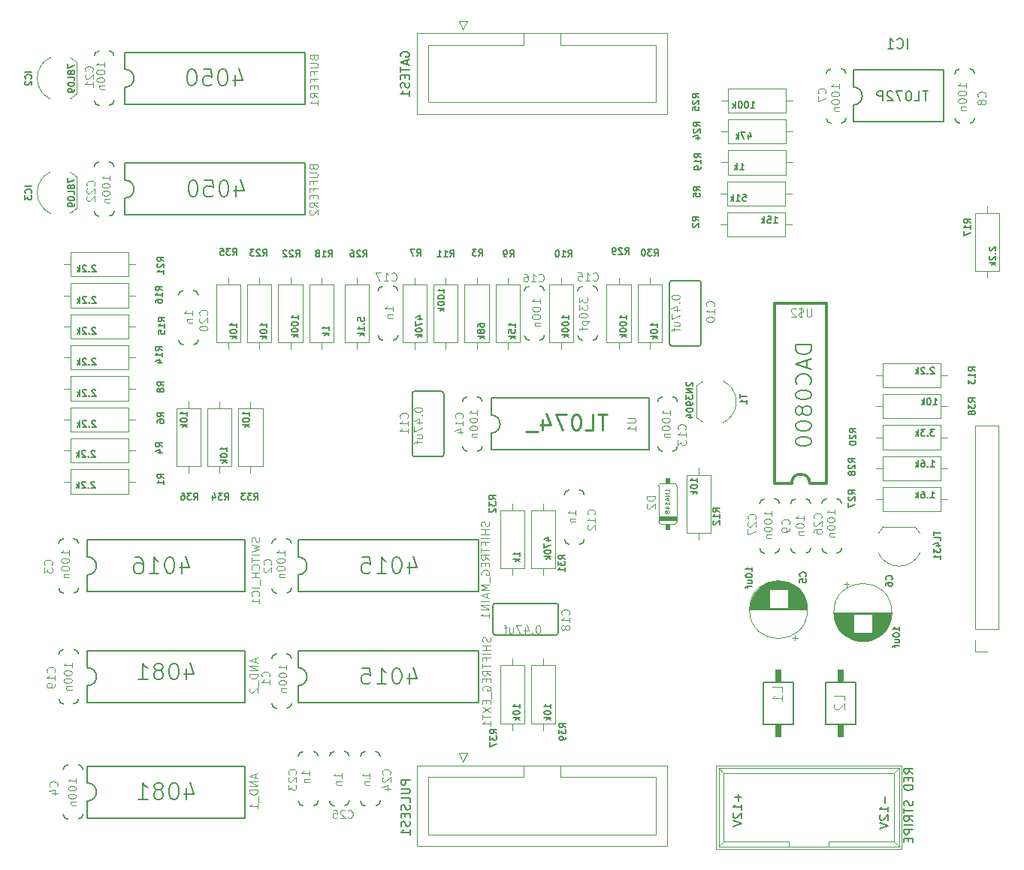
<source format=gbr>
G04 #@! TF.GenerationSoftware,KiCad,Pcbnew,(6.0.5)*
G04 #@! TF.CreationDate,2022-07-31T15:40:06-05:00*
G04 #@! TF.ProjectId,TuringMain,54757269-6e67-44d6-9169-6e2e6b696361,rev?*
G04 #@! TF.SameCoordinates,Original*
G04 #@! TF.FileFunction,Legend,Bot*
G04 #@! TF.FilePolarity,Positive*
%FSLAX46Y46*%
G04 Gerber Fmt 4.6, Leading zero omitted, Abs format (unit mm)*
G04 Created by KiCad (PCBNEW (6.0.5)) date 2022-07-31 15:40:06*
%MOMM*%
%LPD*%
G01*
G04 APERTURE LIST*
%ADD10C,0.150000*%
%ADD11C,0.101600*%
%ADD12C,0.203200*%
%ADD13C,0.100000*%
%ADD14C,0.243840*%
%ADD15C,0.152400*%
%ADD16C,0.120000*%
%ADD17C,0.127000*%
%ADD18C,0.304800*%
G04 APERTURE END LIST*
D10*
X107452380Y-133628571D02*
X106452380Y-133628571D01*
X106452380Y-134009523D01*
X106500000Y-134104761D01*
X106547619Y-134152380D01*
X106642857Y-134200000D01*
X106785714Y-134200000D01*
X106880952Y-134152380D01*
X106928571Y-134104761D01*
X106976190Y-134009523D01*
X106976190Y-133628571D01*
X106452380Y-134628571D02*
X107261904Y-134628571D01*
X107357142Y-134676190D01*
X107404761Y-134723809D01*
X107452380Y-134819047D01*
X107452380Y-135009523D01*
X107404761Y-135104761D01*
X107357142Y-135152380D01*
X107261904Y-135200000D01*
X106452380Y-135200000D01*
X107452380Y-136152380D02*
X107452380Y-135676190D01*
X106452380Y-135676190D01*
X107404761Y-136438095D02*
X107452380Y-136580952D01*
X107452380Y-136819047D01*
X107404761Y-136914285D01*
X107357142Y-136961904D01*
X107261904Y-137009523D01*
X107166666Y-137009523D01*
X107071428Y-136961904D01*
X107023809Y-136914285D01*
X106976190Y-136819047D01*
X106928571Y-136628571D01*
X106880952Y-136533333D01*
X106833333Y-136485714D01*
X106738095Y-136438095D01*
X106642857Y-136438095D01*
X106547619Y-136485714D01*
X106500000Y-136533333D01*
X106452380Y-136628571D01*
X106452380Y-136866666D01*
X106500000Y-137009523D01*
X106928571Y-137438095D02*
X106928571Y-137771428D01*
X107452380Y-137914285D02*
X107452380Y-137438095D01*
X106452380Y-137438095D01*
X106452380Y-137914285D01*
X107404761Y-138295238D02*
X107452380Y-138438095D01*
X107452380Y-138676190D01*
X107404761Y-138771428D01*
X107357142Y-138819047D01*
X107261904Y-138866666D01*
X107166666Y-138866666D01*
X107071428Y-138819047D01*
X107023809Y-138771428D01*
X106976190Y-138676190D01*
X106928571Y-138485714D01*
X106880952Y-138390476D01*
X106833333Y-138342857D01*
X106738095Y-138295238D01*
X106642857Y-138295238D01*
X106547619Y-138342857D01*
X106500000Y-138390476D01*
X106452380Y-138485714D01*
X106452380Y-138723809D01*
X106500000Y-138866666D01*
X107452380Y-139819047D02*
X107452380Y-139247619D01*
X107452380Y-139533333D02*
X106452380Y-139533333D01*
X106595238Y-139438095D01*
X106690476Y-139342857D01*
X106738095Y-139247619D01*
X157639285Y-97817857D02*
X157282142Y-97567857D01*
X157639285Y-97389285D02*
X156889285Y-97389285D01*
X156889285Y-97675000D01*
X156925000Y-97746428D01*
X156960714Y-97782142D01*
X157032142Y-97817857D01*
X157139285Y-97817857D01*
X157210714Y-97782142D01*
X157246428Y-97746428D01*
X157282142Y-97675000D01*
X157282142Y-97389285D01*
X156960714Y-98103571D02*
X156925000Y-98139285D01*
X156889285Y-98210714D01*
X156889285Y-98389285D01*
X156925000Y-98460714D01*
X156960714Y-98496428D01*
X157032142Y-98532142D01*
X157103571Y-98532142D01*
X157210714Y-98496428D01*
X157639285Y-98067857D01*
X157639285Y-98532142D01*
X157210714Y-98960714D02*
X157175000Y-98889285D01*
X157139285Y-98853571D01*
X157067857Y-98817857D01*
X157032142Y-98817857D01*
X156960714Y-98853571D01*
X156925000Y-98889285D01*
X156889285Y-98960714D01*
X156889285Y-99103571D01*
X156925000Y-99175000D01*
X156960714Y-99210714D01*
X157032142Y-99246428D01*
X157067857Y-99246428D01*
X157139285Y-99210714D01*
X157175000Y-99175000D01*
X157210714Y-99103571D01*
X157210714Y-98960714D01*
X157246428Y-98889285D01*
X157282142Y-98853571D01*
X157353571Y-98817857D01*
X157496428Y-98817857D01*
X157567857Y-98853571D01*
X157603571Y-98889285D01*
X157639285Y-98960714D01*
X157639285Y-99103571D01*
X157603571Y-99175000D01*
X157567857Y-99210714D01*
X157496428Y-99246428D01*
X157353571Y-99246428D01*
X157282142Y-99210714D01*
X157246428Y-99175000D01*
X157210714Y-99103571D01*
X166125000Y-98339285D02*
X166553571Y-98339285D01*
X166339285Y-98339285D02*
X166339285Y-97589285D01*
X166410714Y-97696428D01*
X166482142Y-97767857D01*
X166553571Y-97803571D01*
X165803571Y-98267857D02*
X165767857Y-98303571D01*
X165803571Y-98339285D01*
X165839285Y-98303571D01*
X165803571Y-98267857D01*
X165803571Y-98339285D01*
X165125000Y-97589285D02*
X165267857Y-97589285D01*
X165339285Y-97625000D01*
X165375000Y-97660714D01*
X165446428Y-97767857D01*
X165482142Y-97910714D01*
X165482142Y-98196428D01*
X165446428Y-98267857D01*
X165410714Y-98303571D01*
X165339285Y-98339285D01*
X165196428Y-98339285D01*
X165125000Y-98303571D01*
X165089285Y-98267857D01*
X165053571Y-98196428D01*
X165053571Y-98017857D01*
X165089285Y-97946428D01*
X165125000Y-97910714D01*
X165196428Y-97875000D01*
X165339285Y-97875000D01*
X165410714Y-97910714D01*
X165446428Y-97946428D01*
X165482142Y-98017857D01*
X164732142Y-98339285D02*
X164732142Y-97589285D01*
X164660714Y-98053571D02*
X164446428Y-98339285D01*
X164446428Y-97839285D02*
X164732142Y-98125000D01*
X134982142Y-74539285D02*
X135232142Y-74182142D01*
X135410714Y-74539285D02*
X135410714Y-73789285D01*
X135125000Y-73789285D01*
X135053571Y-73825000D01*
X135017857Y-73860714D01*
X134982142Y-73932142D01*
X134982142Y-74039285D01*
X135017857Y-74110714D01*
X135053571Y-74146428D01*
X135125000Y-74182142D01*
X135410714Y-74182142D01*
X134732142Y-73789285D02*
X134267857Y-73789285D01*
X134517857Y-74075000D01*
X134410714Y-74075000D01*
X134339285Y-74110714D01*
X134303571Y-74146428D01*
X134267857Y-74217857D01*
X134267857Y-74396428D01*
X134303571Y-74467857D01*
X134339285Y-74503571D01*
X134410714Y-74539285D01*
X134625000Y-74539285D01*
X134696428Y-74503571D01*
X134732142Y-74467857D01*
X133803571Y-73789285D02*
X133732142Y-73789285D01*
X133660714Y-73825000D01*
X133625000Y-73860714D01*
X133589285Y-73932142D01*
X133553571Y-74075000D01*
X133553571Y-74253571D01*
X133589285Y-74396428D01*
X133625000Y-74467857D01*
X133660714Y-74503571D01*
X133732142Y-74539285D01*
X133803571Y-74539285D01*
X133875000Y-74503571D01*
X133910714Y-74467857D01*
X133946428Y-74396428D01*
X133982142Y-74253571D01*
X133982142Y-74075000D01*
X133946428Y-73932142D01*
X133910714Y-73860714D01*
X133875000Y-73825000D01*
X133803571Y-73789285D01*
X135339285Y-82553571D02*
X135339285Y-82125000D01*
X135339285Y-82339285D02*
X134589285Y-82339285D01*
X134696428Y-82267857D01*
X134767857Y-82196428D01*
X134803571Y-82125000D01*
X134589285Y-83017857D02*
X134589285Y-83089285D01*
X134625000Y-83160714D01*
X134660714Y-83196428D01*
X134732142Y-83232142D01*
X134875000Y-83267857D01*
X135053571Y-83267857D01*
X135196428Y-83232142D01*
X135267857Y-83196428D01*
X135303571Y-83160714D01*
X135339285Y-83089285D01*
X135339285Y-83017857D01*
X135303571Y-82946428D01*
X135267857Y-82910714D01*
X135196428Y-82875000D01*
X135053571Y-82839285D01*
X134875000Y-82839285D01*
X134732142Y-82875000D01*
X134660714Y-82910714D01*
X134625000Y-82946428D01*
X134589285Y-83017857D01*
X135339285Y-83589285D02*
X134589285Y-83589285D01*
X135053571Y-83660714D02*
X135339285Y-83875000D01*
X134839285Y-83875000D02*
X135125000Y-83589285D01*
X142339285Y-103417857D02*
X141982142Y-103167857D01*
X142339285Y-102989285D02*
X141589285Y-102989285D01*
X141589285Y-103275000D01*
X141625000Y-103346428D01*
X141660714Y-103382142D01*
X141732142Y-103417857D01*
X141839285Y-103417857D01*
X141910714Y-103382142D01*
X141946428Y-103346428D01*
X141982142Y-103275000D01*
X141982142Y-102989285D01*
X142339285Y-104132142D02*
X142339285Y-103703571D01*
X142339285Y-103917857D02*
X141589285Y-103917857D01*
X141696428Y-103846428D01*
X141767857Y-103775000D01*
X141803571Y-103703571D01*
X141660714Y-104417857D02*
X141625000Y-104453571D01*
X141589285Y-104525000D01*
X141589285Y-104703571D01*
X141625000Y-104775000D01*
X141660714Y-104810714D01*
X141732142Y-104846428D01*
X141803571Y-104846428D01*
X141910714Y-104810714D01*
X142339285Y-104382142D01*
X142339285Y-104846428D01*
X139839285Y-100053571D02*
X139839285Y-99625000D01*
X139839285Y-99839285D02*
X139089285Y-99839285D01*
X139196428Y-99767857D01*
X139267857Y-99696428D01*
X139303571Y-99625000D01*
X139089285Y-100517857D02*
X139089285Y-100589285D01*
X139125000Y-100660714D01*
X139160714Y-100696428D01*
X139232142Y-100732142D01*
X139375000Y-100767857D01*
X139553571Y-100767857D01*
X139696428Y-100732142D01*
X139767857Y-100696428D01*
X139803571Y-100660714D01*
X139839285Y-100589285D01*
X139839285Y-100517857D01*
X139803571Y-100446428D01*
X139767857Y-100410714D01*
X139696428Y-100375000D01*
X139553571Y-100339285D01*
X139375000Y-100339285D01*
X139232142Y-100375000D01*
X139160714Y-100410714D01*
X139125000Y-100446428D01*
X139089285Y-100517857D01*
X139839285Y-101089285D02*
X139089285Y-101089285D01*
X139553571Y-101160714D02*
X139839285Y-101375000D01*
X139339285Y-101375000D02*
X139625000Y-101089285D01*
X140139285Y-67175000D02*
X139782142Y-66925000D01*
X140139285Y-66746428D02*
X139389285Y-66746428D01*
X139389285Y-67032142D01*
X139425000Y-67103571D01*
X139460714Y-67139285D01*
X139532142Y-67175000D01*
X139639285Y-67175000D01*
X139710714Y-67139285D01*
X139746428Y-67103571D01*
X139782142Y-67032142D01*
X139782142Y-66746428D01*
X139389285Y-67853571D02*
X139389285Y-67496428D01*
X139746428Y-67460714D01*
X139710714Y-67496428D01*
X139675000Y-67567857D01*
X139675000Y-67746428D01*
X139710714Y-67817857D01*
X139746428Y-67853571D01*
X139817857Y-67889285D01*
X139996428Y-67889285D01*
X140067857Y-67853571D01*
X140103571Y-67817857D01*
X140139285Y-67746428D01*
X140139285Y-67567857D01*
X140103571Y-67496428D01*
X140067857Y-67460714D01*
X144982142Y-67589285D02*
X145339285Y-67589285D01*
X145375000Y-67946428D01*
X145339285Y-67910714D01*
X145267857Y-67875000D01*
X145089285Y-67875000D01*
X145017857Y-67910714D01*
X144982142Y-67946428D01*
X144946428Y-68017857D01*
X144946428Y-68196428D01*
X144982142Y-68267857D01*
X145017857Y-68303571D01*
X145089285Y-68339285D01*
X145267857Y-68339285D01*
X145339285Y-68303571D01*
X145375000Y-68267857D01*
X144232142Y-68339285D02*
X144660714Y-68339285D01*
X144446428Y-68339285D02*
X144446428Y-67589285D01*
X144517857Y-67696428D01*
X144589285Y-67767857D01*
X144660714Y-67803571D01*
X143910714Y-68339285D02*
X143910714Y-67589285D01*
X143839285Y-68053571D02*
X143625000Y-68339285D01*
X143625000Y-67839285D02*
X143910714Y-68125000D01*
X140139285Y-59917857D02*
X139782142Y-59667857D01*
X140139285Y-59489285D02*
X139389285Y-59489285D01*
X139389285Y-59775000D01*
X139425000Y-59846428D01*
X139460714Y-59882142D01*
X139532142Y-59917857D01*
X139639285Y-59917857D01*
X139710714Y-59882142D01*
X139746428Y-59846428D01*
X139782142Y-59775000D01*
X139782142Y-59489285D01*
X139460714Y-60203571D02*
X139425000Y-60239285D01*
X139389285Y-60310714D01*
X139389285Y-60489285D01*
X139425000Y-60560714D01*
X139460714Y-60596428D01*
X139532142Y-60632142D01*
X139603571Y-60632142D01*
X139710714Y-60596428D01*
X140139285Y-60167857D01*
X140139285Y-60632142D01*
X139639285Y-61275000D02*
X140139285Y-61275000D01*
X139353571Y-61096428D02*
X139889285Y-60917857D01*
X139889285Y-61382142D01*
X145597857Y-60839285D02*
X145597857Y-61339285D01*
X145776428Y-60553571D02*
X145955000Y-61089285D01*
X145490714Y-61089285D01*
X145276428Y-60589285D02*
X144776428Y-60589285D01*
X145097857Y-61339285D01*
X144490714Y-61339285D02*
X144490714Y-60589285D01*
X144419285Y-61053571D02*
X144205000Y-61339285D01*
X144205000Y-60839285D02*
X144490714Y-61125000D01*
X64839285Y-53767857D02*
X64089285Y-53767857D01*
X64767857Y-54553571D02*
X64803571Y-54517857D01*
X64839285Y-54410714D01*
X64839285Y-54339285D01*
X64803571Y-54232142D01*
X64732142Y-54160714D01*
X64660714Y-54125000D01*
X64517857Y-54089285D01*
X64410714Y-54089285D01*
X64267857Y-54125000D01*
X64196428Y-54160714D01*
X64125000Y-54232142D01*
X64089285Y-54339285D01*
X64089285Y-54410714D01*
X64125000Y-54517857D01*
X64160714Y-54553571D01*
X64160714Y-54839285D02*
X64125000Y-54875000D01*
X64089285Y-54946428D01*
X64089285Y-55125000D01*
X64125000Y-55196428D01*
X64160714Y-55232142D01*
X64232142Y-55267857D01*
X64303571Y-55267857D01*
X64410714Y-55232142D01*
X64839285Y-54803571D01*
X64839285Y-55267857D01*
X68919285Y-52875000D02*
X68919285Y-53375000D01*
X69669285Y-53053571D01*
X69240714Y-53767857D02*
X69205000Y-53696428D01*
X69169285Y-53660714D01*
X69097857Y-53625000D01*
X69062142Y-53625000D01*
X68990714Y-53660714D01*
X68955000Y-53696428D01*
X68919285Y-53767857D01*
X68919285Y-53910714D01*
X68955000Y-53982142D01*
X68990714Y-54017857D01*
X69062142Y-54053571D01*
X69097857Y-54053571D01*
X69169285Y-54017857D01*
X69205000Y-53982142D01*
X69240714Y-53910714D01*
X69240714Y-53767857D01*
X69276428Y-53696428D01*
X69312142Y-53660714D01*
X69383571Y-53625000D01*
X69526428Y-53625000D01*
X69597857Y-53660714D01*
X69633571Y-53696428D01*
X69669285Y-53767857D01*
X69669285Y-53910714D01*
X69633571Y-53982142D01*
X69597857Y-54017857D01*
X69526428Y-54053571D01*
X69383571Y-54053571D01*
X69312142Y-54017857D01*
X69276428Y-53982142D01*
X69240714Y-53910714D01*
X69669285Y-54732142D02*
X69669285Y-54375000D01*
X68919285Y-54375000D01*
X68919285Y-55125000D02*
X68919285Y-55196428D01*
X68955000Y-55267857D01*
X68990714Y-55303571D01*
X69062142Y-55339285D01*
X69205000Y-55375000D01*
X69383571Y-55375000D01*
X69526428Y-55339285D01*
X69597857Y-55303571D01*
X69633571Y-55267857D01*
X69669285Y-55196428D01*
X69669285Y-55125000D01*
X69633571Y-55053571D01*
X69597857Y-55017857D01*
X69526428Y-54982142D01*
X69383571Y-54946428D01*
X69205000Y-54946428D01*
X69062142Y-54982142D01*
X68990714Y-55017857D01*
X68955000Y-55053571D01*
X68919285Y-55125000D01*
X69669285Y-55732142D02*
X69669285Y-55875000D01*
X69633571Y-55946428D01*
X69597857Y-55982142D01*
X69490714Y-56053571D01*
X69347857Y-56089285D01*
X69062142Y-56089285D01*
X68990714Y-56053571D01*
X68955000Y-56017857D01*
X68919285Y-55946428D01*
X68919285Y-55803571D01*
X68955000Y-55732142D01*
X68990714Y-55696428D01*
X69062142Y-55660714D01*
X69240714Y-55660714D01*
X69312142Y-55696428D01*
X69347857Y-55732142D01*
X69383571Y-55803571D01*
X69383571Y-55946428D01*
X69347857Y-56017857D01*
X69312142Y-56053571D01*
X69240714Y-56089285D01*
X98282142Y-74639285D02*
X98532142Y-74282142D01*
X98710714Y-74639285D02*
X98710714Y-73889285D01*
X98425000Y-73889285D01*
X98353571Y-73925000D01*
X98317857Y-73960714D01*
X98282142Y-74032142D01*
X98282142Y-74139285D01*
X98317857Y-74210714D01*
X98353571Y-74246428D01*
X98425000Y-74282142D01*
X98710714Y-74282142D01*
X97567857Y-74639285D02*
X97996428Y-74639285D01*
X97782142Y-74639285D02*
X97782142Y-73889285D01*
X97853571Y-73996428D01*
X97925000Y-74067857D01*
X97996428Y-74103571D01*
X97139285Y-74210714D02*
X97210714Y-74175000D01*
X97246428Y-74139285D01*
X97282142Y-74067857D01*
X97282142Y-74032142D01*
X97246428Y-73960714D01*
X97210714Y-73925000D01*
X97139285Y-73889285D01*
X96996428Y-73889285D01*
X96925000Y-73925000D01*
X96889285Y-73960714D01*
X96853571Y-74032142D01*
X96853571Y-74067857D01*
X96889285Y-74139285D01*
X96925000Y-74175000D01*
X96996428Y-74210714D01*
X97139285Y-74210714D01*
X97210714Y-74246428D01*
X97246428Y-74282142D01*
X97282142Y-74353571D01*
X97282142Y-74496428D01*
X97246428Y-74567857D01*
X97210714Y-74603571D01*
X97139285Y-74639285D01*
X96996428Y-74639285D01*
X96925000Y-74603571D01*
X96889285Y-74567857D01*
X96853571Y-74496428D01*
X96853571Y-74353571D01*
X96889285Y-74282142D01*
X96925000Y-74246428D01*
X96996428Y-74210714D01*
X98339285Y-82910714D02*
X98339285Y-82482142D01*
X98339285Y-82696428D02*
X97589285Y-82696428D01*
X97696428Y-82625000D01*
X97767857Y-82553571D01*
X97803571Y-82482142D01*
X98339285Y-83232142D02*
X97589285Y-83232142D01*
X98053571Y-83303571D02*
X98339285Y-83517857D01*
X97839285Y-83517857D02*
X98125000Y-83232142D01*
D11*
X149444361Y-123709921D02*
X149444361Y-123153540D01*
X148275961Y-123153540D01*
X149444361Y-124711407D02*
X149444361Y-124043750D01*
X149444361Y-124377579D02*
X148275961Y-124377579D01*
X148442876Y-124266302D01*
X148554152Y-124155026D01*
X148609790Y-124043750D01*
X146369371Y-104206268D02*
X146412914Y-104162725D01*
X146456457Y-104032097D01*
X146456457Y-103945011D01*
X146412914Y-103814382D01*
X146325828Y-103727297D01*
X146238742Y-103683754D01*
X146064571Y-103640211D01*
X145933942Y-103640211D01*
X145759771Y-103683754D01*
X145672685Y-103727297D01*
X145585600Y-103814382D01*
X145542057Y-103945011D01*
X145542057Y-104032097D01*
X145585600Y-104162725D01*
X145629142Y-104206268D01*
X145629142Y-104554611D02*
X145585600Y-104598154D01*
X145542057Y-104685240D01*
X145542057Y-104902954D01*
X145585600Y-104990040D01*
X145629142Y-105033582D01*
X145716228Y-105077125D01*
X145803314Y-105077125D01*
X145933942Y-105033582D01*
X146456457Y-104511068D01*
X146456457Y-105077125D01*
X145542057Y-105381925D02*
X145542057Y-105991525D01*
X146456457Y-105599640D01*
X148256457Y-103862725D02*
X148256457Y-103340211D01*
X148256457Y-103601468D02*
X147342057Y-103601468D01*
X147472685Y-103514382D01*
X147559771Y-103427297D01*
X147603314Y-103340211D01*
X147342057Y-104428782D02*
X147342057Y-104515868D01*
X147385600Y-104602954D01*
X147429142Y-104646497D01*
X147516228Y-104690040D01*
X147690400Y-104733582D01*
X147908114Y-104733582D01*
X148082285Y-104690040D01*
X148169371Y-104646497D01*
X148212914Y-104602954D01*
X148256457Y-104515868D01*
X148256457Y-104428782D01*
X148212914Y-104341697D01*
X148169371Y-104298154D01*
X148082285Y-104254611D01*
X147908114Y-104211068D01*
X147690400Y-104211068D01*
X147516228Y-104254611D01*
X147429142Y-104298154D01*
X147385600Y-104341697D01*
X147342057Y-104428782D01*
X147342057Y-105299640D02*
X147342057Y-105386725D01*
X147385600Y-105473811D01*
X147429142Y-105517354D01*
X147516228Y-105560897D01*
X147690400Y-105604440D01*
X147908114Y-105604440D01*
X148082285Y-105560897D01*
X148169371Y-105517354D01*
X148212914Y-105473811D01*
X148256457Y-105386725D01*
X148256457Y-105299640D01*
X148212914Y-105212554D01*
X148169371Y-105169011D01*
X148082285Y-105125468D01*
X147908114Y-105081925D01*
X147690400Y-105081925D01*
X147516228Y-105125468D01*
X147429142Y-105169011D01*
X147385600Y-105212554D01*
X147342057Y-105299640D01*
X147646857Y-105996325D02*
X148256457Y-105996325D01*
X147733942Y-105996325D02*
X147690400Y-106039868D01*
X147646857Y-106126954D01*
X147646857Y-106257582D01*
X147690400Y-106344668D01*
X147777485Y-106388211D01*
X148256457Y-106388211D01*
D10*
X144491428Y-135238095D02*
X144491428Y-136000000D01*
X144872380Y-135619047D02*
X144110476Y-135619047D01*
X144872380Y-137000000D02*
X144872380Y-136428571D01*
X144872380Y-136714285D02*
X143872380Y-136714285D01*
X144015238Y-136619047D01*
X144110476Y-136523809D01*
X144158095Y-136428571D01*
X143967619Y-137380952D02*
X143920000Y-137428571D01*
X143872380Y-137523809D01*
X143872380Y-137761904D01*
X143920000Y-137857142D01*
X143967619Y-137904761D01*
X144062857Y-137952380D01*
X144158095Y-137952380D01*
X144300952Y-137904761D01*
X144872380Y-137333333D01*
X144872380Y-137952380D01*
X143872380Y-138238095D02*
X144872380Y-138571428D01*
X143872380Y-138904761D01*
X164152380Y-132928571D02*
X163676190Y-132595238D01*
X164152380Y-132357142D02*
X163152380Y-132357142D01*
X163152380Y-132738095D01*
X163200000Y-132833333D01*
X163247619Y-132880952D01*
X163342857Y-132928571D01*
X163485714Y-132928571D01*
X163580952Y-132880952D01*
X163628571Y-132833333D01*
X163676190Y-132738095D01*
X163676190Y-132357142D01*
X163628571Y-133357142D02*
X163628571Y-133690476D01*
X164152380Y-133833333D02*
X164152380Y-133357142D01*
X163152380Y-133357142D01*
X163152380Y-133833333D01*
X164152380Y-134261904D02*
X163152380Y-134261904D01*
X163152380Y-134500000D01*
X163200000Y-134642857D01*
X163295238Y-134738095D01*
X163390476Y-134785714D01*
X163580952Y-134833333D01*
X163723809Y-134833333D01*
X163914285Y-134785714D01*
X164009523Y-134738095D01*
X164104761Y-134642857D01*
X164152380Y-134500000D01*
X164152380Y-134261904D01*
X164104761Y-135976190D02*
X164152380Y-136119047D01*
X164152380Y-136357142D01*
X164104761Y-136452380D01*
X164057142Y-136500000D01*
X163961904Y-136547619D01*
X163866666Y-136547619D01*
X163771428Y-136500000D01*
X163723809Y-136452380D01*
X163676190Y-136357142D01*
X163628571Y-136166666D01*
X163580952Y-136071428D01*
X163533333Y-136023809D01*
X163438095Y-135976190D01*
X163342857Y-135976190D01*
X163247619Y-136023809D01*
X163200000Y-136071428D01*
X163152380Y-136166666D01*
X163152380Y-136404761D01*
X163200000Y-136547619D01*
X163152380Y-136833333D02*
X163152380Y-137404761D01*
X164152380Y-137119047D02*
X163152380Y-137119047D01*
X164152380Y-138309523D02*
X163676190Y-137976190D01*
X164152380Y-137738095D02*
X163152380Y-137738095D01*
X163152380Y-138119047D01*
X163200000Y-138214285D01*
X163247619Y-138261904D01*
X163342857Y-138309523D01*
X163485714Y-138309523D01*
X163580952Y-138261904D01*
X163628571Y-138214285D01*
X163676190Y-138119047D01*
X163676190Y-137738095D01*
X164152380Y-138738095D02*
X163152380Y-138738095D01*
X164152380Y-139214285D02*
X163152380Y-139214285D01*
X163152380Y-139595238D01*
X163200000Y-139690476D01*
X163247619Y-139738095D01*
X163342857Y-139785714D01*
X163485714Y-139785714D01*
X163580952Y-139738095D01*
X163628571Y-139690476D01*
X163676190Y-139595238D01*
X163676190Y-139214285D01*
X163628571Y-140214285D02*
X163628571Y-140547619D01*
X164152380Y-140690476D02*
X164152380Y-140214285D01*
X163152380Y-140214285D01*
X163152380Y-140690476D01*
X160991428Y-135468095D02*
X160991428Y-136230000D01*
X161372380Y-137230000D02*
X161372380Y-136658571D01*
X161372380Y-136944285D02*
X160372380Y-136944285D01*
X160515238Y-136849047D01*
X160610476Y-136753809D01*
X160658095Y-136658571D01*
X160467619Y-137610952D02*
X160420000Y-137658571D01*
X160372380Y-137753809D01*
X160372380Y-137991904D01*
X160420000Y-138087142D01*
X160467619Y-138134761D01*
X160562857Y-138182380D01*
X160658095Y-138182380D01*
X160800952Y-138134761D01*
X161372380Y-137563333D01*
X161372380Y-138182380D01*
X160372380Y-138468095D02*
X161372380Y-138801428D01*
X160372380Y-139134761D01*
D11*
X113369371Y-92806268D02*
X113412914Y-92762725D01*
X113456457Y-92632097D01*
X113456457Y-92545011D01*
X113412914Y-92414382D01*
X113325828Y-92327297D01*
X113238742Y-92283754D01*
X113064571Y-92240211D01*
X112933942Y-92240211D01*
X112759771Y-92283754D01*
X112672685Y-92327297D01*
X112585600Y-92414382D01*
X112542057Y-92545011D01*
X112542057Y-92632097D01*
X112585600Y-92762725D01*
X112629142Y-92806268D01*
X113456457Y-93677125D02*
X113456457Y-93154611D01*
X113456457Y-93415868D02*
X112542057Y-93415868D01*
X112672685Y-93328782D01*
X112759771Y-93241697D01*
X112803314Y-93154611D01*
X112846857Y-94460897D02*
X113456457Y-94460897D01*
X112498514Y-94243182D02*
X113151657Y-94025468D01*
X113151657Y-94591525D01*
X115056457Y-92462725D02*
X115056457Y-91940211D01*
X115056457Y-92201468D02*
X114142057Y-92201468D01*
X114272685Y-92114382D01*
X114359771Y-92027297D01*
X114403314Y-91940211D01*
X114142057Y-93028782D02*
X114142057Y-93115868D01*
X114185600Y-93202954D01*
X114229142Y-93246497D01*
X114316228Y-93290040D01*
X114490400Y-93333582D01*
X114708114Y-93333582D01*
X114882285Y-93290040D01*
X114969371Y-93246497D01*
X115012914Y-93202954D01*
X115056457Y-93115868D01*
X115056457Y-93028782D01*
X115012914Y-92941697D01*
X114969371Y-92898154D01*
X114882285Y-92854611D01*
X114708114Y-92811068D01*
X114490400Y-92811068D01*
X114316228Y-92854611D01*
X114229142Y-92898154D01*
X114185600Y-92941697D01*
X114142057Y-93028782D01*
X114142057Y-93899640D02*
X114142057Y-93986725D01*
X114185600Y-94073811D01*
X114229142Y-94117354D01*
X114316228Y-94160897D01*
X114490400Y-94204440D01*
X114708114Y-94204440D01*
X114882285Y-94160897D01*
X114969371Y-94117354D01*
X115012914Y-94073811D01*
X115056457Y-93986725D01*
X115056457Y-93899640D01*
X115012914Y-93812554D01*
X114969371Y-93769011D01*
X114882285Y-93725468D01*
X114708114Y-93681925D01*
X114490400Y-93681925D01*
X114316228Y-93725468D01*
X114229142Y-93769011D01*
X114185600Y-93812554D01*
X114142057Y-93899640D01*
X114446857Y-94596325D02*
X115056457Y-94596325D01*
X114533942Y-94596325D02*
X114490400Y-94639868D01*
X114446857Y-94726954D01*
X114446857Y-94857582D01*
X114490400Y-94944668D01*
X114577485Y-94988211D01*
X115056457Y-94988211D01*
D10*
X161767857Y-111075000D02*
X161803571Y-111039285D01*
X161839285Y-110932142D01*
X161839285Y-110860714D01*
X161803571Y-110753571D01*
X161732142Y-110682142D01*
X161660714Y-110646428D01*
X161517857Y-110610714D01*
X161410714Y-110610714D01*
X161267857Y-110646428D01*
X161196428Y-110682142D01*
X161125000Y-110753571D01*
X161089285Y-110860714D01*
X161089285Y-110932142D01*
X161125000Y-111039285D01*
X161160714Y-111075000D01*
X161089285Y-111717857D02*
X161089285Y-111575000D01*
X161125000Y-111503571D01*
X161160714Y-111467857D01*
X161267857Y-111396428D01*
X161410714Y-111360714D01*
X161696428Y-111360714D01*
X161767857Y-111396428D01*
X161803571Y-111432142D01*
X161839285Y-111503571D01*
X161839285Y-111646428D01*
X161803571Y-111717857D01*
X161767857Y-111753571D01*
X161696428Y-111789285D01*
X161517857Y-111789285D01*
X161446428Y-111753571D01*
X161410714Y-111717857D01*
X161375000Y-111646428D01*
X161375000Y-111503571D01*
X161410714Y-111432142D01*
X161446428Y-111396428D01*
X161517857Y-111360714D01*
X162639285Y-116803571D02*
X162639285Y-116375000D01*
X162639285Y-116589285D02*
X161889285Y-116589285D01*
X161996428Y-116517857D01*
X162067857Y-116446428D01*
X162103571Y-116375000D01*
X161889285Y-117267857D02*
X161889285Y-117339285D01*
X161925000Y-117410714D01*
X161960714Y-117446428D01*
X162032142Y-117482142D01*
X162175000Y-117517857D01*
X162353571Y-117517857D01*
X162496428Y-117482142D01*
X162567857Y-117446428D01*
X162603571Y-117410714D01*
X162639285Y-117339285D01*
X162639285Y-117267857D01*
X162603571Y-117196428D01*
X162567857Y-117160714D01*
X162496428Y-117125000D01*
X162353571Y-117089285D01*
X162175000Y-117089285D01*
X162032142Y-117125000D01*
X161960714Y-117160714D01*
X161925000Y-117196428D01*
X161889285Y-117267857D01*
X162139285Y-118160714D02*
X162639285Y-118160714D01*
X162139285Y-117839285D02*
X162532142Y-117839285D01*
X162603571Y-117875000D01*
X162639285Y-117946428D01*
X162639285Y-118053571D01*
X162603571Y-118125000D01*
X162567857Y-118160714D01*
X162139285Y-118410714D02*
X162139285Y-118696428D01*
X162639285Y-118517857D02*
X161996428Y-118517857D01*
X161925000Y-118553571D01*
X161889285Y-118625000D01*
X161889285Y-118696428D01*
X87482142Y-74439285D02*
X87732142Y-74082142D01*
X87910714Y-74439285D02*
X87910714Y-73689285D01*
X87625000Y-73689285D01*
X87553571Y-73725000D01*
X87517857Y-73760714D01*
X87482142Y-73832142D01*
X87482142Y-73939285D01*
X87517857Y-74010714D01*
X87553571Y-74046428D01*
X87625000Y-74082142D01*
X87910714Y-74082142D01*
X87232142Y-73689285D02*
X86767857Y-73689285D01*
X87017857Y-73975000D01*
X86910714Y-73975000D01*
X86839285Y-74010714D01*
X86803571Y-74046428D01*
X86767857Y-74117857D01*
X86767857Y-74296428D01*
X86803571Y-74367857D01*
X86839285Y-74403571D01*
X86910714Y-74439285D01*
X87125000Y-74439285D01*
X87196428Y-74403571D01*
X87232142Y-74367857D01*
X86089285Y-73689285D02*
X86446428Y-73689285D01*
X86482142Y-74046428D01*
X86446428Y-74010714D01*
X86375000Y-73975000D01*
X86196428Y-73975000D01*
X86125000Y-74010714D01*
X86089285Y-74046428D01*
X86053571Y-74117857D01*
X86053571Y-74296428D01*
X86089285Y-74367857D01*
X86125000Y-74403571D01*
X86196428Y-74439285D01*
X86375000Y-74439285D01*
X86446428Y-74403571D01*
X86482142Y-74367857D01*
X87939285Y-82553571D02*
X87939285Y-82125000D01*
X87939285Y-82339285D02*
X87189285Y-82339285D01*
X87296428Y-82267857D01*
X87367857Y-82196428D01*
X87403571Y-82125000D01*
X87189285Y-83017857D02*
X87189285Y-83089285D01*
X87225000Y-83160714D01*
X87260714Y-83196428D01*
X87332142Y-83232142D01*
X87475000Y-83267857D01*
X87653571Y-83267857D01*
X87796428Y-83232142D01*
X87867857Y-83196428D01*
X87903571Y-83160714D01*
X87939285Y-83089285D01*
X87939285Y-83017857D01*
X87903571Y-82946428D01*
X87867857Y-82910714D01*
X87796428Y-82875000D01*
X87653571Y-82839285D01*
X87475000Y-82839285D01*
X87332142Y-82875000D01*
X87260714Y-82910714D01*
X87225000Y-82946428D01*
X87189285Y-83017857D01*
X87939285Y-83589285D02*
X87189285Y-83589285D01*
X87653571Y-83660714D02*
X87939285Y-83875000D01*
X87439285Y-83875000D02*
X87725000Y-83589285D01*
D11*
X116362914Y-104490211D02*
X116406457Y-104620840D01*
X116406457Y-104838554D01*
X116362914Y-104925640D01*
X116319371Y-104969182D01*
X116232285Y-105012725D01*
X116145200Y-105012725D01*
X116058114Y-104969182D01*
X116014571Y-104925640D01*
X115971028Y-104838554D01*
X115927485Y-104664382D01*
X115883942Y-104577297D01*
X115840400Y-104533754D01*
X115753314Y-104490211D01*
X115666228Y-104490211D01*
X115579142Y-104533754D01*
X115535600Y-104577297D01*
X115492057Y-104664382D01*
X115492057Y-104882097D01*
X115535600Y-105012725D01*
X116406457Y-105404611D02*
X115492057Y-105404611D01*
X115927485Y-105404611D02*
X115927485Y-105927125D01*
X116406457Y-105927125D02*
X115492057Y-105927125D01*
X116406457Y-106362554D02*
X115492057Y-106362554D01*
X115927485Y-107102782D02*
X115927485Y-106797982D01*
X116406457Y-106797982D02*
X115492057Y-106797982D01*
X115492057Y-107233411D01*
X115492057Y-107451125D02*
X115492057Y-107973640D01*
X116406457Y-107712382D02*
X115492057Y-107712382D01*
X116406457Y-108800954D02*
X115971028Y-108496154D01*
X116406457Y-108278440D02*
X115492057Y-108278440D01*
X115492057Y-108626782D01*
X115535600Y-108713868D01*
X115579142Y-108757411D01*
X115666228Y-108800954D01*
X115796857Y-108800954D01*
X115883942Y-108757411D01*
X115927485Y-108713868D01*
X115971028Y-108626782D01*
X115971028Y-108278440D01*
X115927485Y-109192840D02*
X115927485Y-109497640D01*
X116406457Y-109628268D02*
X116406457Y-109192840D01*
X115492057Y-109192840D01*
X115492057Y-109628268D01*
X115535600Y-110499125D02*
X115492057Y-110412040D01*
X115492057Y-110281411D01*
X115535600Y-110150782D01*
X115622685Y-110063697D01*
X115709771Y-110020154D01*
X115883942Y-109976611D01*
X116014571Y-109976611D01*
X116188742Y-110020154D01*
X116275828Y-110063697D01*
X116362914Y-110150782D01*
X116406457Y-110281411D01*
X116406457Y-110368497D01*
X116362914Y-110499125D01*
X116319371Y-110542668D01*
X116014571Y-110542668D01*
X116014571Y-110368497D01*
X116493542Y-110716840D02*
X116493542Y-111413525D01*
X116406457Y-111631240D02*
X115492057Y-111631240D01*
X116145200Y-111936040D01*
X115492057Y-112240840D01*
X116406457Y-112240840D01*
X116145200Y-112632725D02*
X116145200Y-113068154D01*
X116406457Y-112545640D02*
X115492057Y-112850440D01*
X116406457Y-113155240D01*
X116406457Y-113460040D02*
X115492057Y-113460040D01*
X116406457Y-113895468D02*
X115492057Y-113895468D01*
X116406457Y-114417982D01*
X115492057Y-114417982D01*
X116406457Y-115332382D02*
X116406457Y-114809868D01*
X116406457Y-115071125D02*
X115492057Y-115071125D01*
X115622685Y-114984040D01*
X115709771Y-114896954D01*
X115753314Y-114809868D01*
D12*
X107391228Y-109108114D02*
X107391228Y-110327314D01*
X107826657Y-108411428D02*
X108262085Y-109717714D01*
X107129971Y-109717714D01*
X106084942Y-108498514D02*
X105910771Y-108498514D01*
X105736600Y-108585600D01*
X105649514Y-108672685D01*
X105562428Y-108846857D01*
X105475342Y-109195200D01*
X105475342Y-109630628D01*
X105562428Y-109978971D01*
X105649514Y-110153142D01*
X105736600Y-110240228D01*
X105910771Y-110327314D01*
X106084942Y-110327314D01*
X106259114Y-110240228D01*
X106346200Y-110153142D01*
X106433285Y-109978971D01*
X106520371Y-109630628D01*
X106520371Y-109195200D01*
X106433285Y-108846857D01*
X106346200Y-108672685D01*
X106259114Y-108585600D01*
X106084942Y-108498514D01*
X103733628Y-110327314D02*
X104778657Y-110327314D01*
X104256142Y-110327314D02*
X104256142Y-108498514D01*
X104430314Y-108759771D01*
X104604485Y-108933942D01*
X104778657Y-109021028D01*
X102079000Y-108498514D02*
X102949857Y-108498514D01*
X103036942Y-109369371D01*
X102949857Y-109282285D01*
X102775685Y-109195200D01*
X102340257Y-109195200D01*
X102166085Y-109282285D01*
X102079000Y-109369371D01*
X101991914Y-109543542D01*
X101991914Y-109978971D01*
X102079000Y-110153142D01*
X102166085Y-110240228D01*
X102340257Y-110327314D01*
X102775685Y-110327314D01*
X102949857Y-110240228D01*
X103036942Y-110153142D01*
D11*
X135056457Y-101666417D02*
X134142057Y-101666417D01*
X134142057Y-101884131D01*
X134185600Y-102014760D01*
X134272685Y-102101845D01*
X134359771Y-102145388D01*
X134533942Y-102188931D01*
X134664571Y-102188931D01*
X134838742Y-102145388D01*
X134925828Y-102101845D01*
X135012914Y-102014760D01*
X135056457Y-101884131D01*
X135056457Y-101666417D01*
X134229142Y-102537274D02*
X134185600Y-102580817D01*
X134142057Y-102667902D01*
X134142057Y-102885617D01*
X134185600Y-102972702D01*
X134229142Y-103016245D01*
X134316228Y-103059788D01*
X134403314Y-103059788D01*
X134533942Y-103016245D01*
X135056457Y-102493731D01*
X135056457Y-103059788D01*
D13*
X136726190Y-101128571D02*
X136726190Y-100842857D01*
X136726190Y-100985714D02*
X136226190Y-100985714D01*
X136297619Y-100938095D01*
X136345238Y-100890476D01*
X136369047Y-100842857D01*
X136726190Y-101342857D02*
X136226190Y-101342857D01*
X136726190Y-101628571D01*
X136226190Y-101628571D01*
X136392857Y-102080952D02*
X136726190Y-102080952D01*
X136202380Y-101961904D02*
X136559523Y-101842857D01*
X136559523Y-102152380D01*
X136726190Y-102604761D02*
X136726190Y-102319047D01*
X136726190Y-102461904D02*
X136226190Y-102461904D01*
X136297619Y-102414285D01*
X136345238Y-102366666D01*
X136369047Y-102319047D01*
X136392857Y-103033333D02*
X136726190Y-103033333D01*
X136202380Y-102914285D02*
X136559523Y-102795238D01*
X136559523Y-103104761D01*
X136440476Y-103366666D02*
X136416666Y-103319047D01*
X136392857Y-103295238D01*
X136345238Y-103271428D01*
X136321428Y-103271428D01*
X136273809Y-103295238D01*
X136250000Y-103319047D01*
X136226190Y-103366666D01*
X136226190Y-103461904D01*
X136250000Y-103509523D01*
X136273809Y-103533333D01*
X136321428Y-103557142D01*
X136345238Y-103557142D01*
X136392857Y-103533333D01*
X136416666Y-103509523D01*
X136440476Y-103461904D01*
X136440476Y-103366666D01*
X136464285Y-103319047D01*
X136488095Y-103295238D01*
X136535714Y-103271428D01*
X136630952Y-103271428D01*
X136678571Y-103295238D01*
X136702380Y-103319047D01*
X136726190Y-103366666D01*
X136726190Y-103461904D01*
X136702380Y-103509523D01*
X136678571Y-103533333D01*
X136630952Y-103557142D01*
X136535714Y-103557142D01*
X136488095Y-103533333D01*
X136464285Y-103509523D01*
X136440476Y-103461904D01*
D10*
X79739285Y-99575000D02*
X79382142Y-99325000D01*
X79739285Y-99146428D02*
X78989285Y-99146428D01*
X78989285Y-99432142D01*
X79025000Y-99503571D01*
X79060714Y-99539285D01*
X79132142Y-99575000D01*
X79239285Y-99575000D01*
X79310714Y-99539285D01*
X79346428Y-99503571D01*
X79382142Y-99432142D01*
X79382142Y-99146428D01*
X79739285Y-100289285D02*
X79739285Y-99860714D01*
X79739285Y-100075000D02*
X78989285Y-100075000D01*
X79096428Y-100003571D01*
X79167857Y-99932142D01*
X79203571Y-99860714D01*
X71968571Y-100065714D02*
X71932857Y-100030000D01*
X71861428Y-99994285D01*
X71682857Y-99994285D01*
X71611428Y-100030000D01*
X71575714Y-100065714D01*
X71540000Y-100137142D01*
X71540000Y-100208571D01*
X71575714Y-100315714D01*
X72004285Y-100744285D01*
X71540000Y-100744285D01*
X71218571Y-100672857D02*
X71182857Y-100708571D01*
X71218571Y-100744285D01*
X71254285Y-100708571D01*
X71218571Y-100672857D01*
X71218571Y-100744285D01*
X70897142Y-100065714D02*
X70861428Y-100030000D01*
X70790000Y-99994285D01*
X70611428Y-99994285D01*
X70540000Y-100030000D01*
X70504285Y-100065714D01*
X70468571Y-100137142D01*
X70468571Y-100208571D01*
X70504285Y-100315714D01*
X70932857Y-100744285D01*
X70468571Y-100744285D01*
X70147142Y-100744285D02*
X70147142Y-99994285D01*
X70075714Y-100458571D02*
X69861428Y-100744285D01*
X69861428Y-100244285D02*
X70147142Y-100530000D01*
X79739285Y-75117857D02*
X79382142Y-74867857D01*
X79739285Y-74689285D02*
X78989285Y-74689285D01*
X78989285Y-74975000D01*
X79025000Y-75046428D01*
X79060714Y-75082142D01*
X79132142Y-75117857D01*
X79239285Y-75117857D01*
X79310714Y-75082142D01*
X79346428Y-75046428D01*
X79382142Y-74975000D01*
X79382142Y-74689285D01*
X79060714Y-75403571D02*
X79025000Y-75439285D01*
X78989285Y-75510714D01*
X78989285Y-75689285D01*
X79025000Y-75760714D01*
X79060714Y-75796428D01*
X79132142Y-75832142D01*
X79203571Y-75832142D01*
X79310714Y-75796428D01*
X79739285Y-75367857D01*
X79739285Y-75832142D01*
X79739285Y-76546428D02*
X79739285Y-76117857D01*
X79739285Y-76332142D02*
X78989285Y-76332142D01*
X79096428Y-76260714D01*
X79167857Y-76189285D01*
X79203571Y-76117857D01*
X72053571Y-75660714D02*
X72017857Y-75625000D01*
X71946428Y-75589285D01*
X71767857Y-75589285D01*
X71696428Y-75625000D01*
X71660714Y-75660714D01*
X71625000Y-75732142D01*
X71625000Y-75803571D01*
X71660714Y-75910714D01*
X72089285Y-76339285D01*
X71625000Y-76339285D01*
X71303571Y-76267857D02*
X71267857Y-76303571D01*
X71303571Y-76339285D01*
X71339285Y-76303571D01*
X71303571Y-76267857D01*
X71303571Y-76339285D01*
X70982142Y-75660714D02*
X70946428Y-75625000D01*
X70875000Y-75589285D01*
X70696428Y-75589285D01*
X70625000Y-75625000D01*
X70589285Y-75660714D01*
X70553571Y-75732142D01*
X70553571Y-75803571D01*
X70589285Y-75910714D01*
X71017857Y-76339285D01*
X70553571Y-76339285D01*
X70232142Y-76339285D02*
X70232142Y-75589285D01*
X70160714Y-76053571D02*
X69946428Y-76339285D01*
X69946428Y-75839285D02*
X70232142Y-76125000D01*
X117239285Y-128417857D02*
X116882142Y-128167857D01*
X117239285Y-127989285D02*
X116489285Y-127989285D01*
X116489285Y-128275000D01*
X116525000Y-128346428D01*
X116560714Y-128382142D01*
X116632142Y-128417857D01*
X116739285Y-128417857D01*
X116810714Y-128382142D01*
X116846428Y-128346428D01*
X116882142Y-128275000D01*
X116882142Y-127989285D01*
X116489285Y-128667857D02*
X116489285Y-129132142D01*
X116775000Y-128882142D01*
X116775000Y-128989285D01*
X116810714Y-129060714D01*
X116846428Y-129096428D01*
X116917857Y-129132142D01*
X117096428Y-129132142D01*
X117167857Y-129096428D01*
X117203571Y-129060714D01*
X117239285Y-128989285D01*
X117239285Y-128775000D01*
X117203571Y-128703571D01*
X117167857Y-128667857D01*
X116489285Y-129382142D02*
X116489285Y-129882142D01*
X117239285Y-129560714D01*
X119839285Y-125553571D02*
X119839285Y-125125000D01*
X119839285Y-125339285D02*
X119089285Y-125339285D01*
X119196428Y-125267857D01*
X119267857Y-125196428D01*
X119303571Y-125125000D01*
X119089285Y-126017857D02*
X119089285Y-126089285D01*
X119125000Y-126160714D01*
X119160714Y-126196428D01*
X119232142Y-126232142D01*
X119375000Y-126267857D01*
X119553571Y-126267857D01*
X119696428Y-126232142D01*
X119767857Y-126196428D01*
X119803571Y-126160714D01*
X119839285Y-126089285D01*
X119839285Y-126017857D01*
X119803571Y-125946428D01*
X119767857Y-125910714D01*
X119696428Y-125875000D01*
X119553571Y-125839285D01*
X119375000Y-125839285D01*
X119232142Y-125875000D01*
X119160714Y-125910714D01*
X119125000Y-125946428D01*
X119089285Y-126017857D01*
X119839285Y-126589285D02*
X119089285Y-126589285D01*
X119553571Y-126660714D02*
X119839285Y-126875000D01*
X119339285Y-126875000D02*
X119625000Y-126589285D01*
D11*
X71669371Y-53718074D02*
X71712914Y-53674531D01*
X71756457Y-53543902D01*
X71756457Y-53456817D01*
X71712914Y-53326188D01*
X71625828Y-53239102D01*
X71538742Y-53195560D01*
X71364571Y-53152017D01*
X71233942Y-53152017D01*
X71059771Y-53195560D01*
X70972685Y-53239102D01*
X70885600Y-53326188D01*
X70842057Y-53456817D01*
X70842057Y-53543902D01*
X70885600Y-53674531D01*
X70929142Y-53718074D01*
X70929142Y-54066417D02*
X70885600Y-54109960D01*
X70842057Y-54197045D01*
X70842057Y-54414760D01*
X70885600Y-54501845D01*
X70929142Y-54545388D01*
X71016228Y-54588931D01*
X71103314Y-54588931D01*
X71233942Y-54545388D01*
X71756457Y-54022874D01*
X71756457Y-54588931D01*
X71756457Y-55459788D02*
X71756457Y-54937274D01*
X71756457Y-55198531D02*
X70842057Y-55198531D01*
X70972685Y-55111445D01*
X71059771Y-55024360D01*
X71103314Y-54937274D01*
X73056457Y-53190760D02*
X73056457Y-52668245D01*
X73056457Y-52929502D02*
X72142057Y-52929502D01*
X72272685Y-52842417D01*
X72359771Y-52755331D01*
X72403314Y-52668245D01*
X72142057Y-53756817D02*
X72142057Y-53843902D01*
X72185600Y-53930988D01*
X72229142Y-53974531D01*
X72316228Y-54018074D01*
X72490400Y-54061617D01*
X72708114Y-54061617D01*
X72882285Y-54018074D01*
X72969371Y-53974531D01*
X73012914Y-53930988D01*
X73056457Y-53843902D01*
X73056457Y-53756817D01*
X73012914Y-53669731D01*
X72969371Y-53626188D01*
X72882285Y-53582645D01*
X72708114Y-53539102D01*
X72490400Y-53539102D01*
X72316228Y-53582645D01*
X72229142Y-53626188D01*
X72185600Y-53669731D01*
X72142057Y-53756817D01*
X72142057Y-54627674D02*
X72142057Y-54714760D01*
X72185600Y-54801845D01*
X72229142Y-54845388D01*
X72316228Y-54888931D01*
X72490400Y-54932474D01*
X72708114Y-54932474D01*
X72882285Y-54888931D01*
X72969371Y-54845388D01*
X73012914Y-54801845D01*
X73056457Y-54714760D01*
X73056457Y-54627674D01*
X73012914Y-54540588D01*
X72969371Y-54497045D01*
X72882285Y-54453502D01*
X72708114Y-54409960D01*
X72490400Y-54409960D01*
X72316228Y-54453502D01*
X72229142Y-54497045D01*
X72185600Y-54540588D01*
X72142057Y-54627674D01*
X72446857Y-55324360D02*
X73056457Y-55324360D01*
X72533942Y-55324360D02*
X72490400Y-55367902D01*
X72446857Y-55454988D01*
X72446857Y-55585617D01*
X72490400Y-55672702D01*
X72577485Y-55716245D01*
X73056457Y-55716245D01*
X128269371Y-103706268D02*
X128312914Y-103662725D01*
X128356457Y-103532097D01*
X128356457Y-103445011D01*
X128312914Y-103314382D01*
X128225828Y-103227297D01*
X128138742Y-103183754D01*
X127964571Y-103140211D01*
X127833942Y-103140211D01*
X127659771Y-103183754D01*
X127572685Y-103227297D01*
X127485600Y-103314382D01*
X127442057Y-103445011D01*
X127442057Y-103532097D01*
X127485600Y-103662725D01*
X127529142Y-103706268D01*
X128356457Y-104577125D02*
X128356457Y-104054611D01*
X128356457Y-104315868D02*
X127442057Y-104315868D01*
X127572685Y-104228782D01*
X127659771Y-104141697D01*
X127703314Y-104054611D01*
X127529142Y-104925468D02*
X127485600Y-104969011D01*
X127442057Y-105056097D01*
X127442057Y-105273811D01*
X127485600Y-105360897D01*
X127529142Y-105404440D01*
X127616228Y-105447982D01*
X127703314Y-105447982D01*
X127833942Y-105404440D01*
X128356457Y-104881925D01*
X128356457Y-105447982D01*
X126156457Y-103762725D02*
X126156457Y-103240211D01*
X126156457Y-103501468D02*
X125242057Y-103501468D01*
X125372685Y-103414382D01*
X125459771Y-103327297D01*
X125503314Y-103240211D01*
X125546857Y-104154611D02*
X126156457Y-104154611D01*
X125633942Y-104154611D02*
X125590400Y-104198154D01*
X125546857Y-104285240D01*
X125546857Y-104415868D01*
X125590400Y-104502954D01*
X125677485Y-104546497D01*
X126156457Y-104546497D01*
X71869371Y-66618074D02*
X71912914Y-66574531D01*
X71956457Y-66443902D01*
X71956457Y-66356817D01*
X71912914Y-66226188D01*
X71825828Y-66139102D01*
X71738742Y-66095560D01*
X71564571Y-66052017D01*
X71433942Y-66052017D01*
X71259771Y-66095560D01*
X71172685Y-66139102D01*
X71085600Y-66226188D01*
X71042057Y-66356817D01*
X71042057Y-66443902D01*
X71085600Y-66574531D01*
X71129142Y-66618074D01*
X71129142Y-66966417D02*
X71085600Y-67009960D01*
X71042057Y-67097045D01*
X71042057Y-67314760D01*
X71085600Y-67401845D01*
X71129142Y-67445388D01*
X71216228Y-67488931D01*
X71303314Y-67488931D01*
X71433942Y-67445388D01*
X71956457Y-66922874D01*
X71956457Y-67488931D01*
X71129142Y-67837274D02*
X71085600Y-67880817D01*
X71042057Y-67967902D01*
X71042057Y-68185617D01*
X71085600Y-68272702D01*
X71129142Y-68316245D01*
X71216228Y-68359788D01*
X71303314Y-68359788D01*
X71433942Y-68316245D01*
X71956457Y-67793731D01*
X71956457Y-68359788D01*
X73656457Y-65990760D02*
X73656457Y-65468245D01*
X73656457Y-65729502D02*
X72742057Y-65729502D01*
X72872685Y-65642417D01*
X72959771Y-65555331D01*
X73003314Y-65468245D01*
X72742057Y-66556817D02*
X72742057Y-66643902D01*
X72785600Y-66730988D01*
X72829142Y-66774531D01*
X72916228Y-66818074D01*
X73090400Y-66861617D01*
X73308114Y-66861617D01*
X73482285Y-66818074D01*
X73569371Y-66774531D01*
X73612914Y-66730988D01*
X73656457Y-66643902D01*
X73656457Y-66556817D01*
X73612914Y-66469731D01*
X73569371Y-66426188D01*
X73482285Y-66382645D01*
X73308114Y-66339102D01*
X73090400Y-66339102D01*
X72916228Y-66382645D01*
X72829142Y-66426188D01*
X72785600Y-66469731D01*
X72742057Y-66556817D01*
X72742057Y-67427674D02*
X72742057Y-67514760D01*
X72785600Y-67601845D01*
X72829142Y-67645388D01*
X72916228Y-67688931D01*
X73090400Y-67732474D01*
X73308114Y-67732474D01*
X73482285Y-67688931D01*
X73569371Y-67645388D01*
X73612914Y-67601845D01*
X73656457Y-67514760D01*
X73656457Y-67427674D01*
X73612914Y-67340588D01*
X73569371Y-67297045D01*
X73482285Y-67253502D01*
X73308114Y-67209960D01*
X73090400Y-67209960D01*
X72916228Y-67253502D01*
X72829142Y-67297045D01*
X72785600Y-67340588D01*
X72742057Y-67427674D01*
X73046857Y-68124360D02*
X73656457Y-68124360D01*
X73133942Y-68124360D02*
X73090400Y-68167902D01*
X73046857Y-68254988D01*
X73046857Y-68385617D01*
X73090400Y-68472702D01*
X73177485Y-68516245D01*
X73656457Y-68516245D01*
D10*
X171139285Y-91017857D02*
X170782142Y-90767857D01*
X171139285Y-90589285D02*
X170389285Y-90589285D01*
X170389285Y-90875000D01*
X170425000Y-90946428D01*
X170460714Y-90982142D01*
X170532142Y-91017857D01*
X170639285Y-91017857D01*
X170710714Y-90982142D01*
X170746428Y-90946428D01*
X170782142Y-90875000D01*
X170782142Y-90589285D01*
X170389285Y-91267857D02*
X170389285Y-91732142D01*
X170675000Y-91482142D01*
X170675000Y-91589285D01*
X170710714Y-91660714D01*
X170746428Y-91696428D01*
X170817857Y-91732142D01*
X170996428Y-91732142D01*
X171067857Y-91696428D01*
X171103571Y-91660714D01*
X171139285Y-91589285D01*
X171139285Y-91375000D01*
X171103571Y-91303571D01*
X171067857Y-91267857D01*
X170710714Y-92160714D02*
X170675000Y-92089285D01*
X170639285Y-92053571D01*
X170567857Y-92017857D01*
X170532142Y-92017857D01*
X170460714Y-92053571D01*
X170425000Y-92089285D01*
X170389285Y-92160714D01*
X170389285Y-92303571D01*
X170425000Y-92375000D01*
X170460714Y-92410714D01*
X170532142Y-92446428D01*
X170567857Y-92446428D01*
X170639285Y-92410714D01*
X170675000Y-92375000D01*
X170710714Y-92303571D01*
X170710714Y-92160714D01*
X170746428Y-92089285D01*
X170782142Y-92053571D01*
X170853571Y-92017857D01*
X170996428Y-92017857D01*
X171067857Y-92053571D01*
X171103571Y-92089285D01*
X171139285Y-92160714D01*
X171139285Y-92303571D01*
X171103571Y-92375000D01*
X171067857Y-92410714D01*
X170996428Y-92446428D01*
X170853571Y-92446428D01*
X170782142Y-92410714D01*
X170746428Y-92375000D01*
X170710714Y-92303571D01*
X166446428Y-91339285D02*
X166875000Y-91339285D01*
X166660714Y-91339285D02*
X166660714Y-90589285D01*
X166732142Y-90696428D01*
X166803571Y-90767857D01*
X166875000Y-90803571D01*
X165982142Y-90589285D02*
X165910714Y-90589285D01*
X165839285Y-90625000D01*
X165803571Y-90660714D01*
X165767857Y-90732142D01*
X165732142Y-90875000D01*
X165732142Y-91053571D01*
X165767857Y-91196428D01*
X165803571Y-91267857D01*
X165839285Y-91303571D01*
X165910714Y-91339285D01*
X165982142Y-91339285D01*
X166053571Y-91303571D01*
X166089285Y-91267857D01*
X166125000Y-91196428D01*
X166160714Y-91053571D01*
X166160714Y-90875000D01*
X166125000Y-90732142D01*
X166089285Y-90660714D01*
X166053571Y-90625000D01*
X165982142Y-90589285D01*
X165410714Y-91339285D02*
X165410714Y-90589285D01*
X165339285Y-91053571D02*
X165125000Y-91339285D01*
X165125000Y-90839285D02*
X165410714Y-91125000D01*
X79839285Y-81917857D02*
X79482142Y-81667857D01*
X79839285Y-81489285D02*
X79089285Y-81489285D01*
X79089285Y-81775000D01*
X79125000Y-81846428D01*
X79160714Y-81882142D01*
X79232142Y-81917857D01*
X79339285Y-81917857D01*
X79410714Y-81882142D01*
X79446428Y-81846428D01*
X79482142Y-81775000D01*
X79482142Y-81489285D01*
X79839285Y-82632142D02*
X79839285Y-82203571D01*
X79839285Y-82417857D02*
X79089285Y-82417857D01*
X79196428Y-82346428D01*
X79267857Y-82275000D01*
X79303571Y-82203571D01*
X79089285Y-83310714D02*
X79089285Y-82953571D01*
X79446428Y-82917857D01*
X79410714Y-82953571D01*
X79375000Y-83025000D01*
X79375000Y-83203571D01*
X79410714Y-83275000D01*
X79446428Y-83310714D01*
X79517857Y-83346428D01*
X79696428Y-83346428D01*
X79767857Y-83310714D01*
X79803571Y-83275000D01*
X79839285Y-83203571D01*
X79839285Y-83025000D01*
X79803571Y-82953571D01*
X79767857Y-82917857D01*
X72053571Y-82660714D02*
X72017857Y-82625000D01*
X71946428Y-82589285D01*
X71767857Y-82589285D01*
X71696428Y-82625000D01*
X71660714Y-82660714D01*
X71625000Y-82732142D01*
X71625000Y-82803571D01*
X71660714Y-82910714D01*
X72089285Y-83339285D01*
X71625000Y-83339285D01*
X71303571Y-83267857D02*
X71267857Y-83303571D01*
X71303571Y-83339285D01*
X71339285Y-83303571D01*
X71303571Y-83267857D01*
X71303571Y-83339285D01*
X70982142Y-82660714D02*
X70946428Y-82625000D01*
X70875000Y-82589285D01*
X70696428Y-82589285D01*
X70625000Y-82625000D01*
X70589285Y-82660714D01*
X70553571Y-82732142D01*
X70553571Y-82803571D01*
X70589285Y-82910714D01*
X71017857Y-83339285D01*
X70553571Y-83339285D01*
X70232142Y-83339285D02*
X70232142Y-82589285D01*
X70160714Y-83053571D02*
X69946428Y-83339285D01*
X69946428Y-82839285D02*
X70232142Y-83125000D01*
X140239285Y-63417857D02*
X139882142Y-63167857D01*
X140239285Y-62989285D02*
X139489285Y-62989285D01*
X139489285Y-63275000D01*
X139525000Y-63346428D01*
X139560714Y-63382142D01*
X139632142Y-63417857D01*
X139739285Y-63417857D01*
X139810714Y-63382142D01*
X139846428Y-63346428D01*
X139882142Y-63275000D01*
X139882142Y-62989285D01*
X140239285Y-64132142D02*
X140239285Y-63703571D01*
X140239285Y-63917857D02*
X139489285Y-63917857D01*
X139596428Y-63846428D01*
X139667857Y-63775000D01*
X139703571Y-63703571D01*
X140239285Y-64489285D02*
X140239285Y-64632142D01*
X140203571Y-64703571D01*
X140167857Y-64739285D01*
X140060714Y-64810714D01*
X139917857Y-64846428D01*
X139632142Y-64846428D01*
X139560714Y-64810714D01*
X139525000Y-64775000D01*
X139489285Y-64703571D01*
X139489285Y-64560714D01*
X139525000Y-64489285D01*
X139560714Y-64453571D01*
X139632142Y-64417857D01*
X139810714Y-64417857D01*
X139882142Y-64453571D01*
X139917857Y-64489285D01*
X139953571Y-64560714D01*
X139953571Y-64703571D01*
X139917857Y-64775000D01*
X139882142Y-64810714D01*
X139810714Y-64846428D01*
X144669285Y-64839285D02*
X145097857Y-64839285D01*
X144883571Y-64839285D02*
X144883571Y-64089285D01*
X144955000Y-64196428D01*
X145026428Y-64267857D01*
X145097857Y-64303571D01*
X144347857Y-64839285D02*
X144347857Y-64089285D01*
X144276428Y-64553571D02*
X144062142Y-64839285D01*
X144062142Y-64339285D02*
X144347857Y-64625000D01*
X124939285Y-108717857D02*
X124582142Y-108467857D01*
X124939285Y-108289285D02*
X124189285Y-108289285D01*
X124189285Y-108575000D01*
X124225000Y-108646428D01*
X124260714Y-108682142D01*
X124332142Y-108717857D01*
X124439285Y-108717857D01*
X124510714Y-108682142D01*
X124546428Y-108646428D01*
X124582142Y-108575000D01*
X124582142Y-108289285D01*
X124189285Y-108967857D02*
X124189285Y-109432142D01*
X124475000Y-109182142D01*
X124475000Y-109289285D01*
X124510714Y-109360714D01*
X124546428Y-109396428D01*
X124617857Y-109432142D01*
X124796428Y-109432142D01*
X124867857Y-109396428D01*
X124903571Y-109360714D01*
X124939285Y-109289285D01*
X124939285Y-109075000D01*
X124903571Y-109003571D01*
X124867857Y-108967857D01*
X124939285Y-110146428D02*
X124939285Y-109717857D01*
X124939285Y-109932142D02*
X124189285Y-109932142D01*
X124296428Y-109860714D01*
X124367857Y-109789285D01*
X124403571Y-109717857D01*
X122839285Y-106625000D02*
X123339285Y-106625000D01*
X122553571Y-106446428D02*
X123089285Y-106267857D01*
X123089285Y-106732142D01*
X122589285Y-106946428D02*
X122589285Y-107446428D01*
X123339285Y-107125000D01*
X122589285Y-107875000D02*
X122589285Y-107946428D01*
X122625000Y-108017857D01*
X122660714Y-108053571D01*
X122732142Y-108089285D01*
X122875000Y-108125000D01*
X123053571Y-108125000D01*
X123196428Y-108089285D01*
X123267857Y-108053571D01*
X123303571Y-108017857D01*
X123339285Y-107946428D01*
X123339285Y-107875000D01*
X123303571Y-107803571D01*
X123267857Y-107767857D01*
X123196428Y-107732142D01*
X123053571Y-107696428D01*
X122875000Y-107696428D01*
X122732142Y-107732142D01*
X122660714Y-107767857D01*
X122625000Y-107803571D01*
X122589285Y-107875000D01*
X123339285Y-108446428D02*
X122589285Y-108446428D01*
X123053571Y-108517857D02*
X123339285Y-108732142D01*
X122839285Y-108732142D02*
X123125000Y-108446428D01*
X140039285Y-70575000D02*
X139682142Y-70325000D01*
X140039285Y-70146428D02*
X139289285Y-70146428D01*
X139289285Y-70432142D01*
X139325000Y-70503571D01*
X139360714Y-70539285D01*
X139432142Y-70575000D01*
X139539285Y-70575000D01*
X139610714Y-70539285D01*
X139646428Y-70503571D01*
X139682142Y-70432142D01*
X139682142Y-70146428D01*
X139360714Y-70860714D02*
X139325000Y-70896428D01*
X139289285Y-70967857D01*
X139289285Y-71146428D01*
X139325000Y-71217857D01*
X139360714Y-71253571D01*
X139432142Y-71289285D01*
X139503571Y-71289285D01*
X139610714Y-71253571D01*
X140039285Y-70825000D01*
X140039285Y-71289285D01*
X148446428Y-70839285D02*
X148875000Y-70839285D01*
X148660714Y-70839285D02*
X148660714Y-70089285D01*
X148732142Y-70196428D01*
X148803571Y-70267857D01*
X148875000Y-70303571D01*
X147767857Y-70089285D02*
X148125000Y-70089285D01*
X148160714Y-70446428D01*
X148125000Y-70410714D01*
X148053571Y-70375000D01*
X147875000Y-70375000D01*
X147803571Y-70410714D01*
X147767857Y-70446428D01*
X147732142Y-70517857D01*
X147732142Y-70696428D01*
X147767857Y-70767857D01*
X147803571Y-70803571D01*
X147875000Y-70839285D01*
X148053571Y-70839285D01*
X148125000Y-70803571D01*
X148160714Y-70767857D01*
X147410714Y-70839285D02*
X147410714Y-70089285D01*
X147339285Y-70553571D02*
X147125000Y-70839285D01*
X147125000Y-70339285D02*
X147410714Y-70625000D01*
X118725000Y-74639285D02*
X118975000Y-74282142D01*
X119153571Y-74639285D02*
X119153571Y-73889285D01*
X118867857Y-73889285D01*
X118796428Y-73925000D01*
X118760714Y-73960714D01*
X118725000Y-74032142D01*
X118725000Y-74139285D01*
X118760714Y-74210714D01*
X118796428Y-74246428D01*
X118867857Y-74282142D01*
X119153571Y-74282142D01*
X118367857Y-74639285D02*
X118225000Y-74639285D01*
X118153571Y-74603571D01*
X118117857Y-74567857D01*
X118046428Y-74460714D01*
X118010714Y-74317857D01*
X118010714Y-74032142D01*
X118046428Y-73960714D01*
X118082142Y-73925000D01*
X118153571Y-73889285D01*
X118296428Y-73889285D01*
X118367857Y-73925000D01*
X118403571Y-73960714D01*
X118439285Y-74032142D01*
X118439285Y-74210714D01*
X118403571Y-74282142D01*
X118367857Y-74317857D01*
X118296428Y-74353571D01*
X118153571Y-74353571D01*
X118082142Y-74317857D01*
X118046428Y-74282142D01*
X118010714Y-74210714D01*
X119339285Y-82553571D02*
X119339285Y-82125000D01*
X119339285Y-82339285D02*
X118589285Y-82339285D01*
X118696428Y-82267857D01*
X118767857Y-82196428D01*
X118803571Y-82125000D01*
X118589285Y-83232142D02*
X118589285Y-82875000D01*
X118946428Y-82839285D01*
X118910714Y-82875000D01*
X118875000Y-82946428D01*
X118875000Y-83125000D01*
X118910714Y-83196428D01*
X118946428Y-83232142D01*
X119017857Y-83267857D01*
X119196428Y-83267857D01*
X119267857Y-83232142D01*
X119303571Y-83196428D01*
X119339285Y-83125000D01*
X119339285Y-82946428D01*
X119303571Y-82875000D01*
X119267857Y-82839285D01*
X119339285Y-83589285D02*
X118589285Y-83589285D01*
X119053571Y-83660714D02*
X119339285Y-83875000D01*
X118839285Y-83875000D02*
X119125000Y-83589285D01*
D11*
X105169371Y-133018074D02*
X105212914Y-132974531D01*
X105256457Y-132843902D01*
X105256457Y-132756817D01*
X105212914Y-132626188D01*
X105125828Y-132539102D01*
X105038742Y-132495560D01*
X104864571Y-132452017D01*
X104733942Y-132452017D01*
X104559771Y-132495560D01*
X104472685Y-132539102D01*
X104385600Y-132626188D01*
X104342057Y-132756817D01*
X104342057Y-132843902D01*
X104385600Y-132974531D01*
X104429142Y-133018074D01*
X104429142Y-133366417D02*
X104385600Y-133409960D01*
X104342057Y-133497045D01*
X104342057Y-133714760D01*
X104385600Y-133801845D01*
X104429142Y-133845388D01*
X104516228Y-133888931D01*
X104603314Y-133888931D01*
X104733942Y-133845388D01*
X105256457Y-133322874D01*
X105256457Y-133888931D01*
X104646857Y-134672702D02*
X105256457Y-134672702D01*
X104298514Y-134454988D02*
X104951657Y-134237274D01*
X104951657Y-134803331D01*
X102956457Y-133432474D02*
X102956457Y-132909960D01*
X102956457Y-133171217D02*
X102042057Y-133171217D01*
X102172685Y-133084131D01*
X102259771Y-132997045D01*
X102303314Y-132909960D01*
X102346857Y-133824360D02*
X102956457Y-133824360D01*
X102433942Y-133824360D02*
X102390400Y-133867902D01*
X102346857Y-133954988D01*
X102346857Y-134085617D01*
X102390400Y-134172702D01*
X102477485Y-134216245D01*
X102956457Y-134216245D01*
X128093731Y-77269371D02*
X128137274Y-77312914D01*
X128267902Y-77356457D01*
X128354988Y-77356457D01*
X128485617Y-77312914D01*
X128572702Y-77225828D01*
X128616245Y-77138742D01*
X128659788Y-76964571D01*
X128659788Y-76833942D01*
X128616245Y-76659771D01*
X128572702Y-76572685D01*
X128485617Y-76485600D01*
X128354988Y-76442057D01*
X128267902Y-76442057D01*
X128137274Y-76485600D01*
X128093731Y-76529142D01*
X127222874Y-77356457D02*
X127745388Y-77356457D01*
X127484131Y-77356457D02*
X127484131Y-76442057D01*
X127571217Y-76572685D01*
X127658302Y-76659771D01*
X127745388Y-76703314D01*
X126395560Y-76442057D02*
X126830988Y-76442057D01*
X126874531Y-76877485D01*
X126830988Y-76833942D01*
X126743902Y-76790400D01*
X126526188Y-76790400D01*
X126439102Y-76833942D01*
X126395560Y-76877485D01*
X126352017Y-76964571D01*
X126352017Y-77182285D01*
X126395560Y-77269371D01*
X126439102Y-77312914D01*
X126526188Y-77356457D01*
X126743902Y-77356457D01*
X126830988Y-77312914D01*
X126874531Y-77269371D01*
X126542057Y-79196668D02*
X126542057Y-79762725D01*
X126890400Y-79457925D01*
X126890400Y-79588554D01*
X126933942Y-79675640D01*
X126977485Y-79719182D01*
X127064571Y-79762725D01*
X127282285Y-79762725D01*
X127369371Y-79719182D01*
X127412914Y-79675640D01*
X127456457Y-79588554D01*
X127456457Y-79327297D01*
X127412914Y-79240211D01*
X127369371Y-79196668D01*
X126542057Y-80067525D02*
X126542057Y-80633582D01*
X126890400Y-80328782D01*
X126890400Y-80459411D01*
X126933942Y-80546497D01*
X126977485Y-80590040D01*
X127064571Y-80633582D01*
X127282285Y-80633582D01*
X127369371Y-80590040D01*
X127412914Y-80546497D01*
X127456457Y-80459411D01*
X127456457Y-80198154D01*
X127412914Y-80111068D01*
X127369371Y-80067525D01*
X126542057Y-81199640D02*
X126542057Y-81286725D01*
X126585600Y-81373811D01*
X126629142Y-81417354D01*
X126716228Y-81460897D01*
X126890400Y-81504440D01*
X127108114Y-81504440D01*
X127282285Y-81460897D01*
X127369371Y-81417354D01*
X127412914Y-81373811D01*
X127456457Y-81286725D01*
X127456457Y-81199640D01*
X127412914Y-81112554D01*
X127369371Y-81069011D01*
X127282285Y-81025468D01*
X127108114Y-80981925D01*
X126890400Y-80981925D01*
X126716228Y-81025468D01*
X126629142Y-81069011D01*
X126585600Y-81112554D01*
X126542057Y-81199640D01*
X126846857Y-81896325D02*
X127761257Y-81896325D01*
X126890400Y-81896325D02*
X126846857Y-81983411D01*
X126846857Y-82157582D01*
X126890400Y-82244668D01*
X126933942Y-82288211D01*
X127021028Y-82331754D01*
X127282285Y-82331754D01*
X127369371Y-82288211D01*
X127412914Y-82244668D01*
X127456457Y-82157582D01*
X127456457Y-81983411D01*
X127412914Y-81896325D01*
X126846857Y-82593011D02*
X126846857Y-82941354D01*
X127456457Y-82723640D02*
X126672685Y-82723640D01*
X126585600Y-82767182D01*
X126542057Y-82854268D01*
X126542057Y-82941354D01*
X67669371Y-134388931D02*
X67712914Y-134345388D01*
X67756457Y-134214760D01*
X67756457Y-134127674D01*
X67712914Y-133997045D01*
X67625828Y-133909960D01*
X67538742Y-133866417D01*
X67364571Y-133822874D01*
X67233942Y-133822874D01*
X67059771Y-133866417D01*
X66972685Y-133909960D01*
X66885600Y-133997045D01*
X66842057Y-134127674D01*
X66842057Y-134214760D01*
X66885600Y-134345388D01*
X66929142Y-134388931D01*
X67146857Y-135172702D02*
X67756457Y-135172702D01*
X66798514Y-134954988D02*
X67451657Y-134737274D01*
X67451657Y-135303331D01*
X69856457Y-133990760D02*
X69856457Y-133468245D01*
X69856457Y-133729502D02*
X68942057Y-133729502D01*
X69072685Y-133642417D01*
X69159771Y-133555331D01*
X69203314Y-133468245D01*
X68942057Y-134556817D02*
X68942057Y-134643902D01*
X68985600Y-134730988D01*
X69029142Y-134774531D01*
X69116228Y-134818074D01*
X69290400Y-134861617D01*
X69508114Y-134861617D01*
X69682285Y-134818074D01*
X69769371Y-134774531D01*
X69812914Y-134730988D01*
X69856457Y-134643902D01*
X69856457Y-134556817D01*
X69812914Y-134469731D01*
X69769371Y-134426188D01*
X69682285Y-134382645D01*
X69508114Y-134339102D01*
X69290400Y-134339102D01*
X69116228Y-134382645D01*
X69029142Y-134426188D01*
X68985600Y-134469731D01*
X68942057Y-134556817D01*
X68942057Y-135427674D02*
X68942057Y-135514760D01*
X68985600Y-135601845D01*
X69029142Y-135645388D01*
X69116228Y-135688931D01*
X69290400Y-135732474D01*
X69508114Y-135732474D01*
X69682285Y-135688931D01*
X69769371Y-135645388D01*
X69812914Y-135601845D01*
X69856457Y-135514760D01*
X69856457Y-135427674D01*
X69812914Y-135340588D01*
X69769371Y-135297045D01*
X69682285Y-135253502D01*
X69508114Y-135209960D01*
X69290400Y-135209960D01*
X69116228Y-135253502D01*
X69029142Y-135297045D01*
X68985600Y-135340588D01*
X68942057Y-135427674D01*
X69246857Y-136124360D02*
X69856457Y-136124360D01*
X69333942Y-136124360D02*
X69290400Y-136167902D01*
X69246857Y-136254988D01*
X69246857Y-136385617D01*
X69290400Y-136472702D01*
X69377485Y-136516245D01*
X69856457Y-136516245D01*
D10*
X79739285Y-89175000D02*
X79382142Y-88925000D01*
X79739285Y-88746428D02*
X78989285Y-88746428D01*
X78989285Y-89032142D01*
X79025000Y-89103571D01*
X79060714Y-89139285D01*
X79132142Y-89175000D01*
X79239285Y-89175000D01*
X79310714Y-89139285D01*
X79346428Y-89103571D01*
X79382142Y-89032142D01*
X79382142Y-88746428D01*
X79310714Y-89603571D02*
X79275000Y-89532142D01*
X79239285Y-89496428D01*
X79167857Y-89460714D01*
X79132142Y-89460714D01*
X79060714Y-89496428D01*
X79025000Y-89532142D01*
X78989285Y-89603571D01*
X78989285Y-89746428D01*
X79025000Y-89817857D01*
X79060714Y-89853571D01*
X79132142Y-89889285D01*
X79167857Y-89889285D01*
X79239285Y-89853571D01*
X79275000Y-89817857D01*
X79310714Y-89746428D01*
X79310714Y-89603571D01*
X79346428Y-89532142D01*
X79382142Y-89496428D01*
X79453571Y-89460714D01*
X79596428Y-89460714D01*
X79667857Y-89496428D01*
X79703571Y-89532142D01*
X79739285Y-89603571D01*
X79739285Y-89746428D01*
X79703571Y-89817857D01*
X79667857Y-89853571D01*
X79596428Y-89889285D01*
X79453571Y-89889285D01*
X79382142Y-89853571D01*
X79346428Y-89817857D01*
X79310714Y-89746428D01*
X72053571Y-89660714D02*
X72017857Y-89625000D01*
X71946428Y-89589285D01*
X71767857Y-89589285D01*
X71696428Y-89625000D01*
X71660714Y-89660714D01*
X71625000Y-89732142D01*
X71625000Y-89803571D01*
X71660714Y-89910714D01*
X72089285Y-90339285D01*
X71625000Y-90339285D01*
X71303571Y-90267857D02*
X71267857Y-90303571D01*
X71303571Y-90339285D01*
X71339285Y-90303571D01*
X71303571Y-90267857D01*
X71303571Y-90339285D01*
X70982142Y-89660714D02*
X70946428Y-89625000D01*
X70875000Y-89589285D01*
X70696428Y-89589285D01*
X70625000Y-89625000D01*
X70589285Y-89660714D01*
X70553571Y-89732142D01*
X70553571Y-89803571D01*
X70589285Y-89910714D01*
X71017857Y-90339285D01*
X70553571Y-90339285D01*
X70232142Y-90339285D02*
X70232142Y-89589285D01*
X70160714Y-90053571D02*
X69946428Y-90339285D01*
X69946428Y-89839285D02*
X70232142Y-90125000D01*
D11*
X67069371Y-109388931D02*
X67112914Y-109345388D01*
X67156457Y-109214760D01*
X67156457Y-109127674D01*
X67112914Y-108997045D01*
X67025828Y-108909960D01*
X66938742Y-108866417D01*
X66764571Y-108822874D01*
X66633942Y-108822874D01*
X66459771Y-108866417D01*
X66372685Y-108909960D01*
X66285600Y-108997045D01*
X66242057Y-109127674D01*
X66242057Y-109214760D01*
X66285600Y-109345388D01*
X66329142Y-109388931D01*
X66242057Y-109693731D02*
X66242057Y-110259788D01*
X66590400Y-109954988D01*
X66590400Y-110085617D01*
X66633942Y-110172702D01*
X66677485Y-110216245D01*
X66764571Y-110259788D01*
X66982285Y-110259788D01*
X67069371Y-110216245D01*
X67112914Y-110172702D01*
X67156457Y-110085617D01*
X67156457Y-109824360D01*
X67112914Y-109737274D01*
X67069371Y-109693731D01*
X69056457Y-108290760D02*
X69056457Y-107768245D01*
X69056457Y-108029502D02*
X68142057Y-108029502D01*
X68272685Y-107942417D01*
X68359771Y-107855331D01*
X68403314Y-107768245D01*
X68142057Y-108856817D02*
X68142057Y-108943902D01*
X68185600Y-109030988D01*
X68229142Y-109074531D01*
X68316228Y-109118074D01*
X68490400Y-109161617D01*
X68708114Y-109161617D01*
X68882285Y-109118074D01*
X68969371Y-109074531D01*
X69012914Y-109030988D01*
X69056457Y-108943902D01*
X69056457Y-108856817D01*
X69012914Y-108769731D01*
X68969371Y-108726188D01*
X68882285Y-108682645D01*
X68708114Y-108639102D01*
X68490400Y-108639102D01*
X68316228Y-108682645D01*
X68229142Y-108726188D01*
X68185600Y-108769731D01*
X68142057Y-108856817D01*
X68142057Y-109727674D02*
X68142057Y-109814760D01*
X68185600Y-109901845D01*
X68229142Y-109945388D01*
X68316228Y-109988931D01*
X68490400Y-110032474D01*
X68708114Y-110032474D01*
X68882285Y-109988931D01*
X68969371Y-109945388D01*
X69012914Y-109901845D01*
X69056457Y-109814760D01*
X69056457Y-109727674D01*
X69012914Y-109640588D01*
X68969371Y-109597045D01*
X68882285Y-109553502D01*
X68708114Y-109509960D01*
X68490400Y-109509960D01*
X68316228Y-109553502D01*
X68229142Y-109597045D01*
X68185600Y-109640588D01*
X68142057Y-109727674D01*
X68446857Y-110424360D02*
X69056457Y-110424360D01*
X68533942Y-110424360D02*
X68490400Y-110467902D01*
X68446857Y-110554988D01*
X68446857Y-110685617D01*
X68490400Y-110772702D01*
X68577485Y-110816245D01*
X69056457Y-110816245D01*
X100481925Y-137869371D02*
X100525468Y-137912914D01*
X100656097Y-137956457D01*
X100743182Y-137956457D01*
X100873811Y-137912914D01*
X100960897Y-137825828D01*
X101004440Y-137738742D01*
X101047982Y-137564571D01*
X101047982Y-137433942D01*
X101004440Y-137259771D01*
X100960897Y-137172685D01*
X100873811Y-137085600D01*
X100743182Y-137042057D01*
X100656097Y-137042057D01*
X100525468Y-137085600D01*
X100481925Y-137129142D01*
X100133582Y-137129142D02*
X100090040Y-137085600D01*
X100002954Y-137042057D01*
X99785240Y-137042057D01*
X99698154Y-137085600D01*
X99654611Y-137129142D01*
X99611068Y-137216228D01*
X99611068Y-137303314D01*
X99654611Y-137433942D01*
X100177125Y-137956457D01*
X99611068Y-137956457D01*
X98783754Y-137042057D02*
X99219182Y-137042057D01*
X99262725Y-137477485D01*
X99219182Y-137433942D01*
X99132097Y-137390400D01*
X98914382Y-137390400D01*
X98827297Y-137433942D01*
X98783754Y-137477485D01*
X98740211Y-137564571D01*
X98740211Y-137782285D01*
X98783754Y-137869371D01*
X98827297Y-137912914D01*
X98914382Y-137956457D01*
X99132097Y-137956457D01*
X99219182Y-137912914D01*
X99262725Y-137869371D01*
X99756457Y-133432474D02*
X99756457Y-132909960D01*
X99756457Y-133171217D02*
X98842057Y-133171217D01*
X98972685Y-133084131D01*
X99059771Y-132997045D01*
X99103314Y-132909960D01*
X99146857Y-133824360D02*
X99756457Y-133824360D01*
X99233942Y-133824360D02*
X99190400Y-133867902D01*
X99146857Y-133954988D01*
X99146857Y-134085617D01*
X99190400Y-134172702D01*
X99277485Y-134216245D01*
X99756457Y-134216245D01*
D10*
X144689285Y-90128571D02*
X144689285Y-90557142D01*
X145439285Y-90342857D02*
X144689285Y-90342857D01*
X145439285Y-91200000D02*
X145439285Y-90771428D01*
X145439285Y-90985714D02*
X144689285Y-90985714D01*
X144796428Y-90914285D01*
X144867857Y-90842857D01*
X144903571Y-90771428D01*
X138660714Y-88764285D02*
X138625000Y-88800000D01*
X138589285Y-88871428D01*
X138589285Y-89050000D01*
X138625000Y-89121428D01*
X138660714Y-89157142D01*
X138732142Y-89192857D01*
X138803571Y-89192857D01*
X138910714Y-89157142D01*
X139339285Y-88728571D01*
X139339285Y-89192857D01*
X139339285Y-89514285D02*
X138589285Y-89514285D01*
X139339285Y-89942857D01*
X138589285Y-89942857D01*
X138589285Y-90228571D02*
X138589285Y-90692857D01*
X138875000Y-90442857D01*
X138875000Y-90550000D01*
X138910714Y-90621428D01*
X138946428Y-90657142D01*
X139017857Y-90692857D01*
X139196428Y-90692857D01*
X139267857Y-90657142D01*
X139303571Y-90621428D01*
X139339285Y-90550000D01*
X139339285Y-90335714D01*
X139303571Y-90264285D01*
X139267857Y-90228571D01*
X139339285Y-91050000D02*
X139339285Y-91192857D01*
X139303571Y-91264285D01*
X139267857Y-91300000D01*
X139160714Y-91371428D01*
X139017857Y-91407142D01*
X138732142Y-91407142D01*
X138660714Y-91371428D01*
X138625000Y-91335714D01*
X138589285Y-91264285D01*
X138589285Y-91121428D01*
X138625000Y-91050000D01*
X138660714Y-91014285D01*
X138732142Y-90978571D01*
X138910714Y-90978571D01*
X138982142Y-91014285D01*
X139017857Y-91050000D01*
X139053571Y-91121428D01*
X139053571Y-91264285D01*
X139017857Y-91335714D01*
X138982142Y-91371428D01*
X138910714Y-91407142D01*
X138589285Y-91871428D02*
X138589285Y-91942857D01*
X138625000Y-92014285D01*
X138660714Y-92050000D01*
X138732142Y-92085714D01*
X138875000Y-92121428D01*
X139053571Y-92121428D01*
X139196428Y-92085714D01*
X139267857Y-92050000D01*
X139303571Y-92014285D01*
X139339285Y-91942857D01*
X139339285Y-91871428D01*
X139303571Y-91800000D01*
X139267857Y-91764285D01*
X139196428Y-91728571D01*
X139053571Y-91692857D01*
X138875000Y-91692857D01*
X138732142Y-91728571D01*
X138660714Y-91764285D01*
X138625000Y-91800000D01*
X138589285Y-91871428D01*
X138839285Y-92764285D02*
X139339285Y-92764285D01*
X138553571Y-92585714D02*
X139089285Y-92407142D01*
X139089285Y-92871428D01*
D11*
X90045200Y-119940211D02*
X90045200Y-120375640D01*
X90306457Y-119853125D02*
X89392057Y-120157925D01*
X90306457Y-120462725D01*
X90306457Y-120767525D02*
X89392057Y-120767525D01*
X90306457Y-121290040D01*
X89392057Y-121290040D01*
X90306457Y-121725468D02*
X89392057Y-121725468D01*
X89392057Y-121943182D01*
X89435600Y-122073811D01*
X89522685Y-122160897D01*
X89609771Y-122204440D01*
X89783942Y-122247982D01*
X89914571Y-122247982D01*
X90088742Y-122204440D01*
X90175828Y-122160897D01*
X90262914Y-122073811D01*
X90306457Y-121943182D01*
X90306457Y-121725468D01*
X90393542Y-122422154D02*
X90393542Y-123118840D01*
X89479142Y-123293011D02*
X89435600Y-123336554D01*
X89392057Y-123423640D01*
X89392057Y-123641354D01*
X89435600Y-123728440D01*
X89479142Y-123771982D01*
X89566228Y-123815525D01*
X89653314Y-123815525D01*
X89783942Y-123771982D01*
X90306457Y-123249468D01*
X90306457Y-123815525D01*
D12*
X82264228Y-121108114D02*
X82264228Y-122327314D01*
X82699657Y-120411428D02*
X83135085Y-121717714D01*
X82002971Y-121717714D01*
X80957942Y-120498514D02*
X80783771Y-120498514D01*
X80609600Y-120585600D01*
X80522514Y-120672685D01*
X80435428Y-120846857D01*
X80348342Y-121195200D01*
X80348342Y-121630628D01*
X80435428Y-121978971D01*
X80522514Y-122153142D01*
X80609600Y-122240228D01*
X80783771Y-122327314D01*
X80957942Y-122327314D01*
X81132114Y-122240228D01*
X81219200Y-122153142D01*
X81306285Y-121978971D01*
X81393371Y-121630628D01*
X81393371Y-121195200D01*
X81306285Y-120846857D01*
X81219200Y-120672685D01*
X81132114Y-120585600D01*
X80957942Y-120498514D01*
X79303314Y-121282285D02*
X79477485Y-121195200D01*
X79564571Y-121108114D01*
X79651657Y-120933942D01*
X79651657Y-120846857D01*
X79564571Y-120672685D01*
X79477485Y-120585600D01*
X79303314Y-120498514D01*
X78954971Y-120498514D01*
X78780800Y-120585600D01*
X78693714Y-120672685D01*
X78606628Y-120846857D01*
X78606628Y-120933942D01*
X78693714Y-121108114D01*
X78780800Y-121195200D01*
X78954971Y-121282285D01*
X79303314Y-121282285D01*
X79477485Y-121369371D01*
X79564571Y-121456457D01*
X79651657Y-121630628D01*
X79651657Y-121978971D01*
X79564571Y-122153142D01*
X79477485Y-122240228D01*
X79303314Y-122327314D01*
X78954971Y-122327314D01*
X78780800Y-122240228D01*
X78693714Y-122153142D01*
X78606628Y-121978971D01*
X78606628Y-121630628D01*
X78693714Y-121456457D01*
X78780800Y-121369371D01*
X78954971Y-121282285D01*
X76864914Y-122327314D02*
X77909942Y-122327314D01*
X77387428Y-122327314D02*
X77387428Y-120498514D01*
X77561600Y-120759771D01*
X77735771Y-120933942D01*
X77909942Y-121021028D01*
D11*
X131956457Y-92822874D02*
X132696685Y-92822874D01*
X132783771Y-92866417D01*
X132827314Y-92909960D01*
X132870857Y-92997045D01*
X132870857Y-93171217D01*
X132827314Y-93258302D01*
X132783771Y-93301845D01*
X132696685Y-93345388D01*
X131956457Y-93345388D01*
X132870857Y-94259788D02*
X132870857Y-93737274D01*
X132870857Y-93998531D02*
X131956457Y-93998531D01*
X132087085Y-93911445D01*
X132174171Y-93824360D01*
X132217714Y-93737274D01*
D14*
X129671203Y-92414849D02*
X128649397Y-92414849D01*
X129160300Y-94203009D02*
X129160300Y-92414849D01*
X127201839Y-94203009D02*
X128053344Y-94203009D01*
X128053344Y-92414849D01*
X126265184Y-92414849D02*
X126094883Y-92414849D01*
X125924582Y-92500000D01*
X125839431Y-92585150D01*
X125754281Y-92755451D01*
X125669130Y-93096053D01*
X125669130Y-93521805D01*
X125754281Y-93862407D01*
X125839431Y-94032708D01*
X125924582Y-94117859D01*
X126094883Y-94203009D01*
X126265184Y-94203009D01*
X126435484Y-94117859D01*
X126520635Y-94032708D01*
X126605785Y-93862407D01*
X126690936Y-93521805D01*
X126690936Y-93096053D01*
X126605785Y-92755451D01*
X126520635Y-92585150D01*
X126435484Y-92500000D01*
X126265184Y-92414849D01*
X125073077Y-92414849D02*
X123880970Y-92414849D01*
X124647324Y-94203009D01*
X122433412Y-93010902D02*
X122433412Y-94203009D01*
X122859164Y-92329699D02*
X123284917Y-93606956D01*
X122177961Y-93606956D01*
X121922509Y-94373310D02*
X120560102Y-94373310D01*
D10*
X115225000Y-74539285D02*
X115475000Y-74182142D01*
X115653571Y-74539285D02*
X115653571Y-73789285D01*
X115367857Y-73789285D01*
X115296428Y-73825000D01*
X115260714Y-73860714D01*
X115225000Y-73932142D01*
X115225000Y-74039285D01*
X115260714Y-74110714D01*
X115296428Y-74146428D01*
X115367857Y-74182142D01*
X115653571Y-74182142D01*
X114975000Y-73789285D02*
X114510714Y-73789285D01*
X114760714Y-74075000D01*
X114653571Y-74075000D01*
X114582142Y-74110714D01*
X114546428Y-74146428D01*
X114510714Y-74217857D01*
X114510714Y-74396428D01*
X114546428Y-74467857D01*
X114582142Y-74503571D01*
X114653571Y-74539285D01*
X114867857Y-74539285D01*
X114939285Y-74503571D01*
X114975000Y-74467857D01*
X115089285Y-82482142D02*
X115089285Y-82339285D01*
X115125000Y-82267857D01*
X115160714Y-82232142D01*
X115267857Y-82160714D01*
X115410714Y-82125000D01*
X115696428Y-82125000D01*
X115767857Y-82160714D01*
X115803571Y-82196428D01*
X115839285Y-82267857D01*
X115839285Y-82410714D01*
X115803571Y-82482142D01*
X115767857Y-82517857D01*
X115696428Y-82553571D01*
X115517857Y-82553571D01*
X115446428Y-82517857D01*
X115410714Y-82482142D01*
X115375000Y-82410714D01*
X115375000Y-82267857D01*
X115410714Y-82196428D01*
X115446428Y-82160714D01*
X115517857Y-82125000D01*
X115410714Y-82982142D02*
X115375000Y-82910714D01*
X115339285Y-82875000D01*
X115267857Y-82839285D01*
X115232142Y-82839285D01*
X115160714Y-82875000D01*
X115125000Y-82910714D01*
X115089285Y-82982142D01*
X115089285Y-83125000D01*
X115125000Y-83196428D01*
X115160714Y-83232142D01*
X115232142Y-83267857D01*
X115267857Y-83267857D01*
X115339285Y-83232142D01*
X115375000Y-83196428D01*
X115410714Y-83125000D01*
X115410714Y-82982142D01*
X115446428Y-82910714D01*
X115482142Y-82875000D01*
X115553571Y-82839285D01*
X115696428Y-82839285D01*
X115767857Y-82875000D01*
X115803571Y-82910714D01*
X115839285Y-82982142D01*
X115839285Y-83125000D01*
X115803571Y-83196428D01*
X115767857Y-83232142D01*
X115696428Y-83267857D01*
X115553571Y-83267857D01*
X115482142Y-83232142D01*
X115446428Y-83196428D01*
X115410714Y-83125000D01*
X115839285Y-83589285D02*
X115089285Y-83589285D01*
X115553571Y-83660714D02*
X115839285Y-83875000D01*
X115339285Y-83875000D02*
X115625000Y-83589285D01*
X90882142Y-74539285D02*
X91132142Y-74182142D01*
X91310714Y-74539285D02*
X91310714Y-73789285D01*
X91025000Y-73789285D01*
X90953571Y-73825000D01*
X90917857Y-73860714D01*
X90882142Y-73932142D01*
X90882142Y-74039285D01*
X90917857Y-74110714D01*
X90953571Y-74146428D01*
X91025000Y-74182142D01*
X91310714Y-74182142D01*
X90596428Y-73860714D02*
X90560714Y-73825000D01*
X90489285Y-73789285D01*
X90310714Y-73789285D01*
X90239285Y-73825000D01*
X90203571Y-73860714D01*
X90167857Y-73932142D01*
X90167857Y-74003571D01*
X90203571Y-74110714D01*
X90632142Y-74539285D01*
X90167857Y-74539285D01*
X89917857Y-73789285D02*
X89453571Y-73789285D01*
X89703571Y-74075000D01*
X89596428Y-74075000D01*
X89525000Y-74110714D01*
X89489285Y-74146428D01*
X89453571Y-74217857D01*
X89453571Y-74396428D01*
X89489285Y-74467857D01*
X89525000Y-74503571D01*
X89596428Y-74539285D01*
X89810714Y-74539285D01*
X89882142Y-74503571D01*
X89917857Y-74467857D01*
X91339285Y-82553571D02*
X91339285Y-82125000D01*
X91339285Y-82339285D02*
X90589285Y-82339285D01*
X90696428Y-82267857D01*
X90767857Y-82196428D01*
X90803571Y-82125000D01*
X90589285Y-83017857D02*
X90589285Y-83089285D01*
X90625000Y-83160714D01*
X90660714Y-83196428D01*
X90732142Y-83232142D01*
X90875000Y-83267857D01*
X91053571Y-83267857D01*
X91196428Y-83232142D01*
X91267857Y-83196428D01*
X91303571Y-83160714D01*
X91339285Y-83089285D01*
X91339285Y-83017857D01*
X91303571Y-82946428D01*
X91267857Y-82910714D01*
X91196428Y-82875000D01*
X91053571Y-82839285D01*
X90875000Y-82839285D01*
X90732142Y-82875000D01*
X90660714Y-82910714D01*
X90625000Y-82946428D01*
X90589285Y-83017857D01*
X91339285Y-83589285D02*
X90589285Y-83589285D01*
X91053571Y-83660714D02*
X91339285Y-83875000D01*
X90839285Y-83875000D02*
X91125000Y-83589285D01*
D11*
X150169371Y-104806268D02*
X150212914Y-104762725D01*
X150256457Y-104632097D01*
X150256457Y-104545011D01*
X150212914Y-104414382D01*
X150125828Y-104327297D01*
X150038742Y-104283754D01*
X149864571Y-104240211D01*
X149733942Y-104240211D01*
X149559771Y-104283754D01*
X149472685Y-104327297D01*
X149385600Y-104414382D01*
X149342057Y-104545011D01*
X149342057Y-104632097D01*
X149385600Y-104762725D01*
X149429142Y-104806268D01*
X150256457Y-105241697D02*
X150256457Y-105415868D01*
X150212914Y-105502954D01*
X150169371Y-105546497D01*
X150038742Y-105633582D01*
X149864571Y-105677125D01*
X149516228Y-105677125D01*
X149429142Y-105633582D01*
X149385600Y-105590040D01*
X149342057Y-105502954D01*
X149342057Y-105328782D01*
X149385600Y-105241697D01*
X149429142Y-105198154D01*
X149516228Y-105154611D01*
X149733942Y-105154611D01*
X149821028Y-105198154D01*
X149864571Y-105241697D01*
X149908114Y-105328782D01*
X149908114Y-105502954D01*
X149864571Y-105590040D01*
X149821028Y-105633582D01*
X149733942Y-105677125D01*
X151856457Y-104362725D02*
X151856457Y-103840211D01*
X151856457Y-104101468D02*
X150942057Y-104101468D01*
X151072685Y-104014382D01*
X151159771Y-103927297D01*
X151203314Y-103840211D01*
X150942057Y-104928782D02*
X150942057Y-105015868D01*
X150985600Y-105102954D01*
X151029142Y-105146497D01*
X151116228Y-105190040D01*
X151290400Y-105233582D01*
X151508114Y-105233582D01*
X151682285Y-105190040D01*
X151769371Y-105146497D01*
X151812914Y-105102954D01*
X151856457Y-105015868D01*
X151856457Y-104928782D01*
X151812914Y-104841697D01*
X151769371Y-104798154D01*
X151682285Y-104754611D01*
X151508114Y-104711068D01*
X151290400Y-104711068D01*
X151116228Y-104754611D01*
X151029142Y-104798154D01*
X150985600Y-104841697D01*
X150942057Y-104928782D01*
X151246857Y-105625468D02*
X151856457Y-105625468D01*
X151333942Y-105625468D02*
X151290400Y-105669011D01*
X151246857Y-105756097D01*
X151246857Y-105886725D01*
X151290400Y-105973811D01*
X151377485Y-106017354D01*
X151856457Y-106017354D01*
X67369371Y-121506268D02*
X67412914Y-121462725D01*
X67456457Y-121332097D01*
X67456457Y-121245011D01*
X67412914Y-121114382D01*
X67325828Y-121027297D01*
X67238742Y-120983754D01*
X67064571Y-120940211D01*
X66933942Y-120940211D01*
X66759771Y-120983754D01*
X66672685Y-121027297D01*
X66585600Y-121114382D01*
X66542057Y-121245011D01*
X66542057Y-121332097D01*
X66585600Y-121462725D01*
X66629142Y-121506268D01*
X67456457Y-122377125D02*
X67456457Y-121854611D01*
X67456457Y-122115868D02*
X66542057Y-122115868D01*
X66672685Y-122028782D01*
X66759771Y-121941697D01*
X66803314Y-121854611D01*
X67456457Y-122812554D02*
X67456457Y-122986725D01*
X67412914Y-123073811D01*
X67369371Y-123117354D01*
X67238742Y-123204440D01*
X67064571Y-123247982D01*
X66716228Y-123247982D01*
X66629142Y-123204440D01*
X66585600Y-123160897D01*
X66542057Y-123073811D01*
X66542057Y-122899640D01*
X66585600Y-122812554D01*
X66629142Y-122769011D01*
X66716228Y-122725468D01*
X66933942Y-122725468D01*
X67021028Y-122769011D01*
X67064571Y-122812554D01*
X67108114Y-122899640D01*
X67108114Y-123073811D01*
X67064571Y-123160897D01*
X67021028Y-123204440D01*
X66933942Y-123247982D01*
X69356457Y-120962725D02*
X69356457Y-120440211D01*
X69356457Y-120701468D02*
X68442057Y-120701468D01*
X68572685Y-120614382D01*
X68659771Y-120527297D01*
X68703314Y-120440211D01*
X68442057Y-121528782D02*
X68442057Y-121615868D01*
X68485600Y-121702954D01*
X68529142Y-121746497D01*
X68616228Y-121790040D01*
X68790400Y-121833582D01*
X69008114Y-121833582D01*
X69182285Y-121790040D01*
X69269371Y-121746497D01*
X69312914Y-121702954D01*
X69356457Y-121615868D01*
X69356457Y-121528782D01*
X69312914Y-121441697D01*
X69269371Y-121398154D01*
X69182285Y-121354611D01*
X69008114Y-121311068D01*
X68790400Y-121311068D01*
X68616228Y-121354611D01*
X68529142Y-121398154D01*
X68485600Y-121441697D01*
X68442057Y-121528782D01*
X68442057Y-122399640D02*
X68442057Y-122486725D01*
X68485600Y-122573811D01*
X68529142Y-122617354D01*
X68616228Y-122660897D01*
X68790400Y-122704440D01*
X69008114Y-122704440D01*
X69182285Y-122660897D01*
X69269371Y-122617354D01*
X69312914Y-122573811D01*
X69356457Y-122486725D01*
X69356457Y-122399640D01*
X69312914Y-122312554D01*
X69269371Y-122269011D01*
X69182285Y-122225468D01*
X69008114Y-122181925D01*
X68790400Y-122181925D01*
X68616228Y-122225468D01*
X68529142Y-122269011D01*
X68485600Y-122312554D01*
X68442057Y-122399640D01*
X68746857Y-123096325D02*
X69356457Y-123096325D01*
X68833942Y-123096325D02*
X68790400Y-123139868D01*
X68746857Y-123226954D01*
X68746857Y-123357582D01*
X68790400Y-123444668D01*
X68877485Y-123488211D01*
X69356457Y-123488211D01*
X138469371Y-94106268D02*
X138512914Y-94062725D01*
X138556457Y-93932097D01*
X138556457Y-93845011D01*
X138512914Y-93714382D01*
X138425828Y-93627297D01*
X138338742Y-93583754D01*
X138164571Y-93540211D01*
X138033942Y-93540211D01*
X137859771Y-93583754D01*
X137772685Y-93627297D01*
X137685600Y-93714382D01*
X137642057Y-93845011D01*
X137642057Y-93932097D01*
X137685600Y-94062725D01*
X137729142Y-94106268D01*
X138556457Y-94977125D02*
X138556457Y-94454611D01*
X138556457Y-94715868D02*
X137642057Y-94715868D01*
X137772685Y-94628782D01*
X137859771Y-94541697D01*
X137903314Y-94454611D01*
X137642057Y-95281925D02*
X137642057Y-95847982D01*
X137990400Y-95543182D01*
X137990400Y-95673811D01*
X138033942Y-95760897D01*
X138077485Y-95804440D01*
X138164571Y-95847982D01*
X138382285Y-95847982D01*
X138469371Y-95804440D01*
X138512914Y-95760897D01*
X138556457Y-95673811D01*
X138556457Y-95412554D01*
X138512914Y-95325468D01*
X138469371Y-95281925D01*
X136756457Y-92462725D02*
X136756457Y-91940211D01*
X136756457Y-92201468D02*
X135842057Y-92201468D01*
X135972685Y-92114382D01*
X136059771Y-92027297D01*
X136103314Y-91940211D01*
X135842057Y-93028782D02*
X135842057Y-93115868D01*
X135885600Y-93202954D01*
X135929142Y-93246497D01*
X136016228Y-93290040D01*
X136190400Y-93333582D01*
X136408114Y-93333582D01*
X136582285Y-93290040D01*
X136669371Y-93246497D01*
X136712914Y-93202954D01*
X136756457Y-93115868D01*
X136756457Y-93028782D01*
X136712914Y-92941697D01*
X136669371Y-92898154D01*
X136582285Y-92854611D01*
X136408114Y-92811068D01*
X136190400Y-92811068D01*
X136016228Y-92854611D01*
X135929142Y-92898154D01*
X135885600Y-92941697D01*
X135842057Y-93028782D01*
X135842057Y-93899640D02*
X135842057Y-93986725D01*
X135885600Y-94073811D01*
X135929142Y-94117354D01*
X136016228Y-94160897D01*
X136190400Y-94204440D01*
X136408114Y-94204440D01*
X136582285Y-94160897D01*
X136669371Y-94117354D01*
X136712914Y-94073811D01*
X136756457Y-93986725D01*
X136756457Y-93899640D01*
X136712914Y-93812554D01*
X136669371Y-93769011D01*
X136582285Y-93725468D01*
X136408114Y-93681925D01*
X136190400Y-93681925D01*
X136016228Y-93725468D01*
X135929142Y-93769011D01*
X135885600Y-93812554D01*
X135842057Y-93899640D01*
X136146857Y-94596325D02*
X136756457Y-94596325D01*
X136233942Y-94596325D02*
X136190400Y-94639868D01*
X136146857Y-94726954D01*
X136146857Y-94857582D01*
X136190400Y-94944668D01*
X136277485Y-94988211D01*
X136756457Y-94988211D01*
D10*
X79539285Y-96075000D02*
X79182142Y-95825000D01*
X79539285Y-95646428D02*
X78789285Y-95646428D01*
X78789285Y-95932142D01*
X78825000Y-96003571D01*
X78860714Y-96039285D01*
X78932142Y-96075000D01*
X79039285Y-96075000D01*
X79110714Y-96039285D01*
X79146428Y-96003571D01*
X79182142Y-95932142D01*
X79182142Y-95646428D01*
X79039285Y-96717857D02*
X79539285Y-96717857D01*
X78753571Y-96539285D02*
X79289285Y-96360714D01*
X79289285Y-96825000D01*
X71968571Y-96525714D02*
X71932857Y-96490000D01*
X71861428Y-96454285D01*
X71682857Y-96454285D01*
X71611428Y-96490000D01*
X71575714Y-96525714D01*
X71540000Y-96597142D01*
X71540000Y-96668571D01*
X71575714Y-96775714D01*
X72004285Y-97204285D01*
X71540000Y-97204285D01*
X71218571Y-97132857D02*
X71182857Y-97168571D01*
X71218571Y-97204285D01*
X71254285Y-97168571D01*
X71218571Y-97132857D01*
X71218571Y-97204285D01*
X70897142Y-96525714D02*
X70861428Y-96490000D01*
X70790000Y-96454285D01*
X70611428Y-96454285D01*
X70540000Y-96490000D01*
X70504285Y-96525714D01*
X70468571Y-96597142D01*
X70468571Y-96668571D01*
X70504285Y-96775714D01*
X70932857Y-97204285D01*
X70468571Y-97204285D01*
X70147142Y-97204285D02*
X70147142Y-96454285D01*
X70075714Y-96918571D02*
X69861428Y-97204285D01*
X69861428Y-96704285D02*
X70147142Y-96990000D01*
X108225000Y-74539285D02*
X108475000Y-74182142D01*
X108653571Y-74539285D02*
X108653571Y-73789285D01*
X108367857Y-73789285D01*
X108296428Y-73825000D01*
X108260714Y-73860714D01*
X108225000Y-73932142D01*
X108225000Y-74039285D01*
X108260714Y-74110714D01*
X108296428Y-74146428D01*
X108367857Y-74182142D01*
X108653571Y-74182142D01*
X107975000Y-73789285D02*
X107475000Y-73789285D01*
X107796428Y-74539285D01*
X108339285Y-81625000D02*
X108839285Y-81625000D01*
X108053571Y-81446428D02*
X108589285Y-81267857D01*
X108589285Y-81732142D01*
X108089285Y-81946428D02*
X108089285Y-82446428D01*
X108839285Y-82125000D01*
X108089285Y-82875000D02*
X108089285Y-82946428D01*
X108125000Y-83017857D01*
X108160714Y-83053571D01*
X108232142Y-83089285D01*
X108375000Y-83125000D01*
X108553571Y-83125000D01*
X108696428Y-83089285D01*
X108767857Y-83053571D01*
X108803571Y-83017857D01*
X108839285Y-82946428D01*
X108839285Y-82875000D01*
X108803571Y-82803571D01*
X108767857Y-82767857D01*
X108696428Y-82732142D01*
X108553571Y-82696428D01*
X108375000Y-82696428D01*
X108232142Y-82732142D01*
X108160714Y-82767857D01*
X108125000Y-82803571D01*
X108089285Y-82875000D01*
X108839285Y-83446428D02*
X108089285Y-83446428D01*
X108553571Y-83517857D02*
X108839285Y-83732142D01*
X108339285Y-83732142D02*
X108625000Y-83446428D01*
D11*
X90045200Y-132990211D02*
X90045200Y-133425640D01*
X90306457Y-132903125D02*
X89392057Y-133207925D01*
X90306457Y-133512725D01*
X90306457Y-133817525D02*
X89392057Y-133817525D01*
X90306457Y-134340040D01*
X89392057Y-134340040D01*
X90306457Y-134775468D02*
X89392057Y-134775468D01*
X89392057Y-134993182D01*
X89435600Y-135123811D01*
X89522685Y-135210897D01*
X89609771Y-135254440D01*
X89783942Y-135297982D01*
X89914571Y-135297982D01*
X90088742Y-135254440D01*
X90175828Y-135210897D01*
X90262914Y-135123811D01*
X90306457Y-134993182D01*
X90306457Y-134775468D01*
X90393542Y-135472154D02*
X90393542Y-136168840D01*
X90306457Y-136865525D02*
X90306457Y-136343011D01*
X90306457Y-136604268D02*
X89392057Y-136604268D01*
X89522685Y-136517182D01*
X89609771Y-136430097D01*
X89653314Y-136343011D01*
D12*
X82264228Y-134608114D02*
X82264228Y-135827314D01*
X82699657Y-133911428D02*
X83135085Y-135217714D01*
X82002971Y-135217714D01*
X80957942Y-133998514D02*
X80783771Y-133998514D01*
X80609600Y-134085600D01*
X80522514Y-134172685D01*
X80435428Y-134346857D01*
X80348342Y-134695200D01*
X80348342Y-135130628D01*
X80435428Y-135478971D01*
X80522514Y-135653142D01*
X80609600Y-135740228D01*
X80783771Y-135827314D01*
X80957942Y-135827314D01*
X81132114Y-135740228D01*
X81219200Y-135653142D01*
X81306285Y-135478971D01*
X81393371Y-135130628D01*
X81393371Y-134695200D01*
X81306285Y-134346857D01*
X81219200Y-134172685D01*
X81132114Y-134085600D01*
X80957942Y-133998514D01*
X79303314Y-134782285D02*
X79477485Y-134695200D01*
X79564571Y-134608114D01*
X79651657Y-134433942D01*
X79651657Y-134346857D01*
X79564571Y-134172685D01*
X79477485Y-134085600D01*
X79303314Y-133998514D01*
X78954971Y-133998514D01*
X78780800Y-134085600D01*
X78693714Y-134172685D01*
X78606628Y-134346857D01*
X78606628Y-134433942D01*
X78693714Y-134608114D01*
X78780800Y-134695200D01*
X78954971Y-134782285D01*
X79303314Y-134782285D01*
X79477485Y-134869371D01*
X79564571Y-134956457D01*
X79651657Y-135130628D01*
X79651657Y-135478971D01*
X79564571Y-135653142D01*
X79477485Y-135740228D01*
X79303314Y-135827314D01*
X78954971Y-135827314D01*
X78780800Y-135740228D01*
X78693714Y-135653142D01*
X78606628Y-135478971D01*
X78606628Y-135130628D01*
X78693714Y-134956457D01*
X78780800Y-134869371D01*
X78954971Y-134782285D01*
X76864914Y-135827314D02*
X77909942Y-135827314D01*
X77387428Y-135827314D02*
X77387428Y-133998514D01*
X77561600Y-134259771D01*
X77735771Y-134433942D01*
X77909942Y-134521028D01*
D10*
X86582142Y-102039285D02*
X86832142Y-101682142D01*
X87010714Y-102039285D02*
X87010714Y-101289285D01*
X86725000Y-101289285D01*
X86653571Y-101325000D01*
X86617857Y-101360714D01*
X86582142Y-101432142D01*
X86582142Y-101539285D01*
X86617857Y-101610714D01*
X86653571Y-101646428D01*
X86725000Y-101682142D01*
X87010714Y-101682142D01*
X86332142Y-101289285D02*
X85867857Y-101289285D01*
X86117857Y-101575000D01*
X86010714Y-101575000D01*
X85939285Y-101610714D01*
X85903571Y-101646428D01*
X85867857Y-101717857D01*
X85867857Y-101896428D01*
X85903571Y-101967857D01*
X85939285Y-102003571D01*
X86010714Y-102039285D01*
X86225000Y-102039285D01*
X86296428Y-102003571D01*
X86332142Y-101967857D01*
X85225000Y-101539285D02*
X85225000Y-102039285D01*
X85403571Y-101253571D02*
X85582142Y-101789285D01*
X85117857Y-101789285D01*
X86839285Y-96553571D02*
X86839285Y-96125000D01*
X86839285Y-96339285D02*
X86089285Y-96339285D01*
X86196428Y-96267857D01*
X86267857Y-96196428D01*
X86303571Y-96125000D01*
X86089285Y-97017857D02*
X86089285Y-97089285D01*
X86125000Y-97160714D01*
X86160714Y-97196428D01*
X86232142Y-97232142D01*
X86375000Y-97267857D01*
X86553571Y-97267857D01*
X86696428Y-97232142D01*
X86767857Y-97196428D01*
X86803571Y-97160714D01*
X86839285Y-97089285D01*
X86839285Y-97017857D01*
X86803571Y-96946428D01*
X86767857Y-96910714D01*
X86696428Y-96875000D01*
X86553571Y-96839285D01*
X86375000Y-96839285D01*
X86232142Y-96875000D01*
X86160714Y-96910714D01*
X86125000Y-96946428D01*
X86089285Y-97017857D01*
X86839285Y-97589285D02*
X86089285Y-97589285D01*
X86553571Y-97660714D02*
X86839285Y-97875000D01*
X86339285Y-97875000D02*
X86625000Y-97589285D01*
X125039285Y-127717857D02*
X124682142Y-127467857D01*
X125039285Y-127289285D02*
X124289285Y-127289285D01*
X124289285Y-127575000D01*
X124325000Y-127646428D01*
X124360714Y-127682142D01*
X124432142Y-127717857D01*
X124539285Y-127717857D01*
X124610714Y-127682142D01*
X124646428Y-127646428D01*
X124682142Y-127575000D01*
X124682142Y-127289285D01*
X124289285Y-127967857D02*
X124289285Y-128432142D01*
X124575000Y-128182142D01*
X124575000Y-128289285D01*
X124610714Y-128360714D01*
X124646428Y-128396428D01*
X124717857Y-128432142D01*
X124896428Y-128432142D01*
X124967857Y-128396428D01*
X125003571Y-128360714D01*
X125039285Y-128289285D01*
X125039285Y-128075000D01*
X125003571Y-128003571D01*
X124967857Y-127967857D01*
X125039285Y-128789285D02*
X125039285Y-128932142D01*
X125003571Y-129003571D01*
X124967857Y-129039285D01*
X124860714Y-129110714D01*
X124717857Y-129146428D01*
X124432142Y-129146428D01*
X124360714Y-129110714D01*
X124325000Y-129075000D01*
X124289285Y-129003571D01*
X124289285Y-128860714D01*
X124325000Y-128789285D01*
X124360714Y-128753571D01*
X124432142Y-128717857D01*
X124610714Y-128717857D01*
X124682142Y-128753571D01*
X124717857Y-128789285D01*
X124753571Y-128860714D01*
X124753571Y-129003571D01*
X124717857Y-129075000D01*
X124682142Y-129110714D01*
X124610714Y-129146428D01*
X123339285Y-125553571D02*
X123339285Y-125125000D01*
X123339285Y-125339285D02*
X122589285Y-125339285D01*
X122696428Y-125267857D01*
X122767857Y-125196428D01*
X122803571Y-125125000D01*
X122589285Y-126017857D02*
X122589285Y-126089285D01*
X122625000Y-126160714D01*
X122660714Y-126196428D01*
X122732142Y-126232142D01*
X122875000Y-126267857D01*
X123053571Y-126267857D01*
X123196428Y-126232142D01*
X123267857Y-126196428D01*
X123303571Y-126160714D01*
X123339285Y-126089285D01*
X123339285Y-126017857D01*
X123303571Y-125946428D01*
X123267857Y-125910714D01*
X123196428Y-125875000D01*
X123053571Y-125839285D01*
X122875000Y-125839285D01*
X122732142Y-125875000D01*
X122660714Y-125910714D01*
X122625000Y-125946428D01*
X122589285Y-126017857D01*
X123339285Y-126589285D02*
X122589285Y-126589285D01*
X123053571Y-126660714D02*
X123339285Y-126875000D01*
X122839285Y-126875000D02*
X123125000Y-126589285D01*
X83082142Y-102039285D02*
X83332142Y-101682142D01*
X83510714Y-102039285D02*
X83510714Y-101289285D01*
X83225000Y-101289285D01*
X83153571Y-101325000D01*
X83117857Y-101360714D01*
X83082142Y-101432142D01*
X83082142Y-101539285D01*
X83117857Y-101610714D01*
X83153571Y-101646428D01*
X83225000Y-101682142D01*
X83510714Y-101682142D01*
X82832142Y-101289285D02*
X82367857Y-101289285D01*
X82617857Y-101575000D01*
X82510714Y-101575000D01*
X82439285Y-101610714D01*
X82403571Y-101646428D01*
X82367857Y-101717857D01*
X82367857Y-101896428D01*
X82403571Y-101967857D01*
X82439285Y-102003571D01*
X82510714Y-102039285D01*
X82725000Y-102039285D01*
X82796428Y-102003571D01*
X82832142Y-101967857D01*
X81725000Y-101289285D02*
X81867857Y-101289285D01*
X81939285Y-101325000D01*
X81975000Y-101360714D01*
X82046428Y-101467857D01*
X82082142Y-101610714D01*
X82082142Y-101896428D01*
X82046428Y-101967857D01*
X82010714Y-102003571D01*
X81939285Y-102039285D01*
X81796428Y-102039285D01*
X81725000Y-102003571D01*
X81689285Y-101967857D01*
X81653571Y-101896428D01*
X81653571Y-101717857D01*
X81689285Y-101646428D01*
X81725000Y-101610714D01*
X81796428Y-101575000D01*
X81939285Y-101575000D01*
X82010714Y-101610714D01*
X82046428Y-101646428D01*
X82082142Y-101717857D01*
X82339285Y-92553571D02*
X82339285Y-92125000D01*
X82339285Y-92339285D02*
X81589285Y-92339285D01*
X81696428Y-92267857D01*
X81767857Y-92196428D01*
X81803571Y-92125000D01*
X81589285Y-93017857D02*
X81589285Y-93089285D01*
X81625000Y-93160714D01*
X81660714Y-93196428D01*
X81732142Y-93232142D01*
X81875000Y-93267857D01*
X82053571Y-93267857D01*
X82196428Y-93232142D01*
X82267857Y-93196428D01*
X82303571Y-93160714D01*
X82339285Y-93089285D01*
X82339285Y-93017857D01*
X82303571Y-92946428D01*
X82267857Y-92910714D01*
X82196428Y-92875000D01*
X82053571Y-92839285D01*
X81875000Y-92839285D01*
X81732142Y-92875000D01*
X81660714Y-92910714D01*
X81625000Y-92946428D01*
X81589285Y-93017857D01*
X82339285Y-93589285D02*
X81589285Y-93589285D01*
X82053571Y-93660714D02*
X82339285Y-93875000D01*
X81839285Y-93875000D02*
X82125000Y-93589285D01*
X89882142Y-102039285D02*
X90132142Y-101682142D01*
X90310714Y-102039285D02*
X90310714Y-101289285D01*
X90025000Y-101289285D01*
X89953571Y-101325000D01*
X89917857Y-101360714D01*
X89882142Y-101432142D01*
X89882142Y-101539285D01*
X89917857Y-101610714D01*
X89953571Y-101646428D01*
X90025000Y-101682142D01*
X90310714Y-101682142D01*
X89632142Y-101289285D02*
X89167857Y-101289285D01*
X89417857Y-101575000D01*
X89310714Y-101575000D01*
X89239285Y-101610714D01*
X89203571Y-101646428D01*
X89167857Y-101717857D01*
X89167857Y-101896428D01*
X89203571Y-101967857D01*
X89239285Y-102003571D01*
X89310714Y-102039285D01*
X89525000Y-102039285D01*
X89596428Y-102003571D01*
X89632142Y-101967857D01*
X88917857Y-101289285D02*
X88453571Y-101289285D01*
X88703571Y-101575000D01*
X88596428Y-101575000D01*
X88525000Y-101610714D01*
X88489285Y-101646428D01*
X88453571Y-101717857D01*
X88453571Y-101896428D01*
X88489285Y-101967857D01*
X88525000Y-102003571D01*
X88596428Y-102039285D01*
X88810714Y-102039285D01*
X88882142Y-102003571D01*
X88917857Y-101967857D01*
X89339285Y-92553571D02*
X89339285Y-92125000D01*
X89339285Y-92339285D02*
X88589285Y-92339285D01*
X88696428Y-92267857D01*
X88767857Y-92196428D01*
X88803571Y-92125000D01*
X88589285Y-93017857D02*
X88589285Y-93089285D01*
X88625000Y-93160714D01*
X88660714Y-93196428D01*
X88732142Y-93232142D01*
X88875000Y-93267857D01*
X89053571Y-93267857D01*
X89196428Y-93232142D01*
X89267857Y-93196428D01*
X89303571Y-93160714D01*
X89339285Y-93089285D01*
X89339285Y-93017857D01*
X89303571Y-92946428D01*
X89267857Y-92910714D01*
X89196428Y-92875000D01*
X89053571Y-92839285D01*
X88875000Y-92839285D01*
X88732142Y-92875000D01*
X88660714Y-92910714D01*
X88625000Y-92946428D01*
X88589285Y-93017857D01*
X89339285Y-93589285D02*
X88589285Y-93589285D01*
X89053571Y-93660714D02*
X89339285Y-93875000D01*
X88839285Y-93875000D02*
X89125000Y-93589285D01*
D11*
X154269371Y-56206268D02*
X154312914Y-56162725D01*
X154356457Y-56032097D01*
X154356457Y-55945011D01*
X154312914Y-55814382D01*
X154225828Y-55727297D01*
X154138742Y-55683754D01*
X153964571Y-55640211D01*
X153833942Y-55640211D01*
X153659771Y-55683754D01*
X153572685Y-55727297D01*
X153485600Y-55814382D01*
X153442057Y-55945011D01*
X153442057Y-56032097D01*
X153485600Y-56162725D01*
X153529142Y-56206268D01*
X153442057Y-56511068D02*
X153442057Y-57120668D01*
X154356457Y-56728782D01*
X155856457Y-55662725D02*
X155856457Y-55140211D01*
X155856457Y-55401468D02*
X154942057Y-55401468D01*
X155072685Y-55314382D01*
X155159771Y-55227297D01*
X155203314Y-55140211D01*
X154942057Y-56228782D02*
X154942057Y-56315868D01*
X154985600Y-56402954D01*
X155029142Y-56446497D01*
X155116228Y-56490040D01*
X155290400Y-56533582D01*
X155508114Y-56533582D01*
X155682285Y-56490040D01*
X155769371Y-56446497D01*
X155812914Y-56402954D01*
X155856457Y-56315868D01*
X155856457Y-56228782D01*
X155812914Y-56141697D01*
X155769371Y-56098154D01*
X155682285Y-56054611D01*
X155508114Y-56011068D01*
X155290400Y-56011068D01*
X155116228Y-56054611D01*
X155029142Y-56098154D01*
X154985600Y-56141697D01*
X154942057Y-56228782D01*
X154942057Y-57099640D02*
X154942057Y-57186725D01*
X154985600Y-57273811D01*
X155029142Y-57317354D01*
X155116228Y-57360897D01*
X155290400Y-57404440D01*
X155508114Y-57404440D01*
X155682285Y-57360897D01*
X155769371Y-57317354D01*
X155812914Y-57273811D01*
X155856457Y-57186725D01*
X155856457Y-57099640D01*
X155812914Y-57012554D01*
X155769371Y-56969011D01*
X155682285Y-56925468D01*
X155508114Y-56881925D01*
X155290400Y-56881925D01*
X155116228Y-56925468D01*
X155029142Y-56969011D01*
X154985600Y-57012554D01*
X154942057Y-57099640D01*
X155246857Y-57796325D02*
X155856457Y-57796325D01*
X155333942Y-57796325D02*
X155290400Y-57839868D01*
X155246857Y-57926954D01*
X155246857Y-58057582D01*
X155290400Y-58144668D01*
X155377485Y-58188211D01*
X155856457Y-58188211D01*
D10*
X166489285Y-105610714D02*
X166489285Y-106039285D01*
X167239285Y-105825000D02*
X166489285Y-105825000D01*
X167239285Y-106646428D02*
X167239285Y-106289285D01*
X166489285Y-106289285D01*
X166739285Y-107217857D02*
X167239285Y-107217857D01*
X166453571Y-107039285D02*
X166989285Y-106860714D01*
X166989285Y-107325000D01*
X166489285Y-107539285D02*
X166489285Y-108003571D01*
X166775000Y-107753571D01*
X166775000Y-107860714D01*
X166810714Y-107932142D01*
X166846428Y-107967857D01*
X166917857Y-108003571D01*
X167096428Y-108003571D01*
X167167857Y-107967857D01*
X167203571Y-107932142D01*
X167239285Y-107860714D01*
X167239285Y-107646428D01*
X167203571Y-107575000D01*
X167167857Y-107539285D01*
X167239285Y-108717857D02*
X167239285Y-108289285D01*
X167239285Y-108503571D02*
X166489285Y-108503571D01*
X166596428Y-108432142D01*
X166667857Y-108360714D01*
X166703571Y-108289285D01*
X79539285Y-85217857D02*
X79182142Y-84967857D01*
X79539285Y-84789285D02*
X78789285Y-84789285D01*
X78789285Y-85075000D01*
X78825000Y-85146428D01*
X78860714Y-85182142D01*
X78932142Y-85217857D01*
X79039285Y-85217857D01*
X79110714Y-85182142D01*
X79146428Y-85146428D01*
X79182142Y-85075000D01*
X79182142Y-84789285D01*
X79539285Y-85932142D02*
X79539285Y-85503571D01*
X79539285Y-85717857D02*
X78789285Y-85717857D01*
X78896428Y-85646428D01*
X78967857Y-85575000D01*
X79003571Y-85503571D01*
X79039285Y-86575000D02*
X79539285Y-86575000D01*
X78753571Y-86396428D02*
X79289285Y-86217857D01*
X79289285Y-86682142D01*
X72053571Y-86160714D02*
X72017857Y-86125000D01*
X71946428Y-86089285D01*
X71767857Y-86089285D01*
X71696428Y-86125000D01*
X71660714Y-86160714D01*
X71625000Y-86232142D01*
X71625000Y-86303571D01*
X71660714Y-86410714D01*
X72089285Y-86839285D01*
X71625000Y-86839285D01*
X71303571Y-86767857D02*
X71267857Y-86803571D01*
X71303571Y-86839285D01*
X71339285Y-86803571D01*
X71303571Y-86767857D01*
X71303571Y-86839285D01*
X70982142Y-86160714D02*
X70946428Y-86125000D01*
X70875000Y-86089285D01*
X70696428Y-86089285D01*
X70625000Y-86125000D01*
X70589285Y-86160714D01*
X70553571Y-86232142D01*
X70553571Y-86303571D01*
X70589285Y-86410714D01*
X71017857Y-86839285D01*
X70553571Y-86839285D01*
X70232142Y-86839285D02*
X70232142Y-86089285D01*
X70160714Y-86553571D02*
X69946428Y-86839285D01*
X69946428Y-86339285D02*
X70232142Y-86625000D01*
D11*
X172269371Y-56606268D02*
X172312914Y-56562725D01*
X172356457Y-56432097D01*
X172356457Y-56345011D01*
X172312914Y-56214382D01*
X172225828Y-56127297D01*
X172138742Y-56083754D01*
X171964571Y-56040211D01*
X171833942Y-56040211D01*
X171659771Y-56083754D01*
X171572685Y-56127297D01*
X171485600Y-56214382D01*
X171442057Y-56345011D01*
X171442057Y-56432097D01*
X171485600Y-56562725D01*
X171529142Y-56606268D01*
X171833942Y-57128782D02*
X171790400Y-57041697D01*
X171746857Y-56998154D01*
X171659771Y-56954611D01*
X171616228Y-56954611D01*
X171529142Y-56998154D01*
X171485600Y-57041697D01*
X171442057Y-57128782D01*
X171442057Y-57302954D01*
X171485600Y-57390040D01*
X171529142Y-57433582D01*
X171616228Y-57477125D01*
X171659771Y-57477125D01*
X171746857Y-57433582D01*
X171790400Y-57390040D01*
X171833942Y-57302954D01*
X171833942Y-57128782D01*
X171877485Y-57041697D01*
X171921028Y-56998154D01*
X172008114Y-56954611D01*
X172182285Y-56954611D01*
X172269371Y-56998154D01*
X172312914Y-57041697D01*
X172356457Y-57128782D01*
X172356457Y-57302954D01*
X172312914Y-57390040D01*
X172269371Y-57433582D01*
X172182285Y-57477125D01*
X172008114Y-57477125D01*
X171921028Y-57433582D01*
X171877485Y-57390040D01*
X171833942Y-57302954D01*
X170156457Y-55562725D02*
X170156457Y-55040211D01*
X170156457Y-55301468D02*
X169242057Y-55301468D01*
X169372685Y-55214382D01*
X169459771Y-55127297D01*
X169503314Y-55040211D01*
X169242057Y-56128782D02*
X169242057Y-56215868D01*
X169285600Y-56302954D01*
X169329142Y-56346497D01*
X169416228Y-56390040D01*
X169590400Y-56433582D01*
X169808114Y-56433582D01*
X169982285Y-56390040D01*
X170069371Y-56346497D01*
X170112914Y-56302954D01*
X170156457Y-56215868D01*
X170156457Y-56128782D01*
X170112914Y-56041697D01*
X170069371Y-55998154D01*
X169982285Y-55954611D01*
X169808114Y-55911068D01*
X169590400Y-55911068D01*
X169416228Y-55954611D01*
X169329142Y-55998154D01*
X169285600Y-56041697D01*
X169242057Y-56128782D01*
X169242057Y-56999640D02*
X169242057Y-57086725D01*
X169285600Y-57173811D01*
X169329142Y-57217354D01*
X169416228Y-57260897D01*
X169590400Y-57304440D01*
X169808114Y-57304440D01*
X169982285Y-57260897D01*
X170069371Y-57217354D01*
X170112914Y-57173811D01*
X170156457Y-57086725D01*
X170156457Y-56999640D01*
X170112914Y-56912554D01*
X170069371Y-56869011D01*
X169982285Y-56825468D01*
X169808114Y-56781925D01*
X169590400Y-56781925D01*
X169416228Y-56825468D01*
X169329142Y-56869011D01*
X169285600Y-56912554D01*
X169242057Y-56999640D01*
X169546857Y-57696325D02*
X170156457Y-57696325D01*
X169633942Y-57696325D02*
X169590400Y-57739868D01*
X169546857Y-57826954D01*
X169546857Y-57957582D01*
X169590400Y-58044668D01*
X169677485Y-58088211D01*
X170156457Y-58088211D01*
D10*
X94582142Y-74639285D02*
X94832142Y-74282142D01*
X95010714Y-74639285D02*
X95010714Y-73889285D01*
X94725000Y-73889285D01*
X94653571Y-73925000D01*
X94617857Y-73960714D01*
X94582142Y-74032142D01*
X94582142Y-74139285D01*
X94617857Y-74210714D01*
X94653571Y-74246428D01*
X94725000Y-74282142D01*
X95010714Y-74282142D01*
X94296428Y-73960714D02*
X94260714Y-73925000D01*
X94189285Y-73889285D01*
X94010714Y-73889285D01*
X93939285Y-73925000D01*
X93903571Y-73960714D01*
X93867857Y-74032142D01*
X93867857Y-74103571D01*
X93903571Y-74210714D01*
X94332142Y-74639285D01*
X93867857Y-74639285D01*
X93582142Y-73960714D02*
X93546428Y-73925000D01*
X93475000Y-73889285D01*
X93296428Y-73889285D01*
X93225000Y-73925000D01*
X93189285Y-73960714D01*
X93153571Y-74032142D01*
X93153571Y-74103571D01*
X93189285Y-74210714D01*
X93617857Y-74639285D01*
X93153571Y-74639285D01*
X94839285Y-81696428D02*
X94839285Y-81267857D01*
X94839285Y-81482142D02*
X94089285Y-81482142D01*
X94196428Y-81410714D01*
X94267857Y-81339285D01*
X94303571Y-81267857D01*
X94089285Y-82160714D02*
X94089285Y-82232142D01*
X94125000Y-82303571D01*
X94160714Y-82339285D01*
X94232142Y-82375000D01*
X94375000Y-82410714D01*
X94553571Y-82410714D01*
X94696428Y-82375000D01*
X94767857Y-82339285D01*
X94803571Y-82303571D01*
X94839285Y-82232142D01*
X94839285Y-82160714D01*
X94803571Y-82089285D01*
X94767857Y-82053571D01*
X94696428Y-82017857D01*
X94553571Y-81982142D01*
X94375000Y-81982142D01*
X94232142Y-82017857D01*
X94160714Y-82053571D01*
X94125000Y-82089285D01*
X94089285Y-82160714D01*
X94089285Y-82875000D02*
X94089285Y-82946428D01*
X94125000Y-83017857D01*
X94160714Y-83053571D01*
X94232142Y-83089285D01*
X94375000Y-83125000D01*
X94553571Y-83125000D01*
X94696428Y-83089285D01*
X94767857Y-83053571D01*
X94803571Y-83017857D01*
X94839285Y-82946428D01*
X94839285Y-82875000D01*
X94803571Y-82803571D01*
X94767857Y-82767857D01*
X94696428Y-82732142D01*
X94553571Y-82696428D01*
X94375000Y-82696428D01*
X94232142Y-82732142D01*
X94160714Y-82767857D01*
X94125000Y-82803571D01*
X94089285Y-82875000D01*
X94839285Y-83446428D02*
X94089285Y-83446428D01*
X94553571Y-83517857D02*
X94839285Y-83732142D01*
X94339285Y-83732142D02*
X94625000Y-83446428D01*
X131682142Y-74339285D02*
X131932142Y-73982142D01*
X132110714Y-74339285D02*
X132110714Y-73589285D01*
X131825000Y-73589285D01*
X131753571Y-73625000D01*
X131717857Y-73660714D01*
X131682142Y-73732142D01*
X131682142Y-73839285D01*
X131717857Y-73910714D01*
X131753571Y-73946428D01*
X131825000Y-73982142D01*
X132110714Y-73982142D01*
X131396428Y-73660714D02*
X131360714Y-73625000D01*
X131289285Y-73589285D01*
X131110714Y-73589285D01*
X131039285Y-73625000D01*
X131003571Y-73660714D01*
X130967857Y-73732142D01*
X130967857Y-73803571D01*
X131003571Y-73910714D01*
X131432142Y-74339285D01*
X130967857Y-74339285D01*
X130610714Y-74339285D02*
X130467857Y-74339285D01*
X130396428Y-74303571D01*
X130360714Y-74267857D01*
X130289285Y-74160714D01*
X130253571Y-74017857D01*
X130253571Y-73732142D01*
X130289285Y-73660714D01*
X130325000Y-73625000D01*
X130396428Y-73589285D01*
X130539285Y-73589285D01*
X130610714Y-73625000D01*
X130646428Y-73660714D01*
X130682142Y-73732142D01*
X130682142Y-73910714D01*
X130646428Y-73982142D01*
X130610714Y-74017857D01*
X130539285Y-74053571D01*
X130396428Y-74053571D01*
X130325000Y-74017857D01*
X130289285Y-73982142D01*
X130253571Y-73910714D01*
X131839285Y-81696428D02*
X131839285Y-81267857D01*
X131839285Y-81482142D02*
X131089285Y-81482142D01*
X131196428Y-81410714D01*
X131267857Y-81339285D01*
X131303571Y-81267857D01*
X131089285Y-82160714D02*
X131089285Y-82232142D01*
X131125000Y-82303571D01*
X131160714Y-82339285D01*
X131232142Y-82375000D01*
X131375000Y-82410714D01*
X131553571Y-82410714D01*
X131696428Y-82375000D01*
X131767857Y-82339285D01*
X131803571Y-82303571D01*
X131839285Y-82232142D01*
X131839285Y-82160714D01*
X131803571Y-82089285D01*
X131767857Y-82053571D01*
X131696428Y-82017857D01*
X131553571Y-81982142D01*
X131375000Y-81982142D01*
X131232142Y-82017857D01*
X131160714Y-82053571D01*
X131125000Y-82089285D01*
X131089285Y-82160714D01*
X131089285Y-82875000D02*
X131089285Y-82946428D01*
X131125000Y-83017857D01*
X131160714Y-83053571D01*
X131232142Y-83089285D01*
X131375000Y-83125000D01*
X131553571Y-83125000D01*
X131696428Y-83089285D01*
X131767857Y-83053571D01*
X131803571Y-83017857D01*
X131839285Y-82946428D01*
X131839285Y-82875000D01*
X131803571Y-82803571D01*
X131767857Y-82767857D01*
X131696428Y-82732142D01*
X131553571Y-82696428D01*
X131375000Y-82696428D01*
X131232142Y-82732142D01*
X131160714Y-82767857D01*
X131125000Y-82803571D01*
X131089285Y-82875000D01*
X131839285Y-83446428D02*
X131089285Y-83446428D01*
X131553571Y-83517857D02*
X131839285Y-83732142D01*
X131339285Y-83732142D02*
X131625000Y-83446428D01*
D11*
X90462914Y-106290211D02*
X90506457Y-106420840D01*
X90506457Y-106638554D01*
X90462914Y-106725640D01*
X90419371Y-106769182D01*
X90332285Y-106812725D01*
X90245200Y-106812725D01*
X90158114Y-106769182D01*
X90114571Y-106725640D01*
X90071028Y-106638554D01*
X90027485Y-106464382D01*
X89983942Y-106377297D01*
X89940400Y-106333754D01*
X89853314Y-106290211D01*
X89766228Y-106290211D01*
X89679142Y-106333754D01*
X89635600Y-106377297D01*
X89592057Y-106464382D01*
X89592057Y-106682097D01*
X89635600Y-106812725D01*
X89592057Y-107117525D02*
X90506457Y-107335240D01*
X89853314Y-107509411D01*
X90506457Y-107683582D01*
X89592057Y-107901297D01*
X90506457Y-108249640D02*
X89592057Y-108249640D01*
X89592057Y-108554440D02*
X89592057Y-109076954D01*
X90506457Y-108815697D02*
X89592057Y-108815697D01*
X90419371Y-109904268D02*
X90462914Y-109860725D01*
X90506457Y-109730097D01*
X90506457Y-109643011D01*
X90462914Y-109512382D01*
X90375828Y-109425297D01*
X90288742Y-109381754D01*
X90114571Y-109338211D01*
X89983942Y-109338211D01*
X89809771Y-109381754D01*
X89722685Y-109425297D01*
X89635600Y-109512382D01*
X89592057Y-109643011D01*
X89592057Y-109730097D01*
X89635600Y-109860725D01*
X89679142Y-109904268D01*
X90506457Y-110296154D02*
X89592057Y-110296154D01*
X90027485Y-110296154D02*
X90027485Y-110818668D01*
X90506457Y-110818668D02*
X89592057Y-110818668D01*
X90593542Y-111036382D02*
X90593542Y-111733068D01*
X90506457Y-111950782D02*
X89592057Y-111950782D01*
X90419371Y-112908725D02*
X90462914Y-112865182D01*
X90506457Y-112734554D01*
X90506457Y-112647468D01*
X90462914Y-112516840D01*
X90375828Y-112429754D01*
X90288742Y-112386211D01*
X90114571Y-112342668D01*
X89983942Y-112342668D01*
X89809771Y-112386211D01*
X89722685Y-112429754D01*
X89635600Y-112516840D01*
X89592057Y-112647468D01*
X89592057Y-112734554D01*
X89635600Y-112865182D01*
X89679142Y-112908725D01*
X90506457Y-113779582D02*
X90506457Y-113257068D01*
X90506457Y-113518325D02*
X89592057Y-113518325D01*
X89722685Y-113431240D01*
X89809771Y-113344154D01*
X89853314Y-113257068D01*
D12*
X81764228Y-109108114D02*
X81764228Y-110327314D01*
X82199657Y-108411428D02*
X82635085Y-109717714D01*
X81502971Y-109717714D01*
X80457942Y-108498514D02*
X80283771Y-108498514D01*
X80109600Y-108585600D01*
X80022514Y-108672685D01*
X79935428Y-108846857D01*
X79848342Y-109195200D01*
X79848342Y-109630628D01*
X79935428Y-109978971D01*
X80022514Y-110153142D01*
X80109600Y-110240228D01*
X80283771Y-110327314D01*
X80457942Y-110327314D01*
X80632114Y-110240228D01*
X80719200Y-110153142D01*
X80806285Y-109978971D01*
X80893371Y-109630628D01*
X80893371Y-109195200D01*
X80806285Y-108846857D01*
X80719200Y-108672685D01*
X80632114Y-108585600D01*
X80457942Y-108498514D01*
X78106628Y-110327314D02*
X79151657Y-110327314D01*
X78629142Y-110327314D02*
X78629142Y-108498514D01*
X78803314Y-108759771D01*
X78977485Y-108933942D01*
X79151657Y-109021028D01*
X76539085Y-108498514D02*
X76887428Y-108498514D01*
X77061600Y-108585600D01*
X77148685Y-108672685D01*
X77322857Y-108933942D01*
X77409942Y-109282285D01*
X77409942Y-109978971D01*
X77322857Y-110153142D01*
X77235771Y-110240228D01*
X77061600Y-110327314D01*
X76713257Y-110327314D01*
X76539085Y-110240228D01*
X76452000Y-110153142D01*
X76364914Y-109978971D01*
X76364914Y-109543542D01*
X76452000Y-109369371D01*
X76539085Y-109282285D01*
X76713257Y-109195200D01*
X77061600Y-109195200D01*
X77235771Y-109282285D01*
X77322857Y-109369371D01*
X77409942Y-109543542D01*
D10*
X64839285Y-66667857D02*
X64089285Y-66667857D01*
X64767857Y-67453571D02*
X64803571Y-67417857D01*
X64839285Y-67310714D01*
X64839285Y-67239285D01*
X64803571Y-67132142D01*
X64732142Y-67060714D01*
X64660714Y-67025000D01*
X64517857Y-66989285D01*
X64410714Y-66989285D01*
X64267857Y-67025000D01*
X64196428Y-67060714D01*
X64125000Y-67132142D01*
X64089285Y-67239285D01*
X64089285Y-67310714D01*
X64125000Y-67417857D01*
X64160714Y-67453571D01*
X64089285Y-67703571D02*
X64089285Y-68167857D01*
X64375000Y-67917857D01*
X64375000Y-68025000D01*
X64410714Y-68096428D01*
X64446428Y-68132142D01*
X64517857Y-68167857D01*
X64696428Y-68167857D01*
X64767857Y-68132142D01*
X64803571Y-68096428D01*
X64839285Y-68025000D01*
X64839285Y-67810714D01*
X64803571Y-67739285D01*
X64767857Y-67703571D01*
X68919285Y-65775000D02*
X68919285Y-66275000D01*
X69669285Y-65953571D01*
X69240714Y-66667857D02*
X69205000Y-66596428D01*
X69169285Y-66560714D01*
X69097857Y-66525000D01*
X69062142Y-66525000D01*
X68990714Y-66560714D01*
X68955000Y-66596428D01*
X68919285Y-66667857D01*
X68919285Y-66810714D01*
X68955000Y-66882142D01*
X68990714Y-66917857D01*
X69062142Y-66953571D01*
X69097857Y-66953571D01*
X69169285Y-66917857D01*
X69205000Y-66882142D01*
X69240714Y-66810714D01*
X69240714Y-66667857D01*
X69276428Y-66596428D01*
X69312142Y-66560714D01*
X69383571Y-66525000D01*
X69526428Y-66525000D01*
X69597857Y-66560714D01*
X69633571Y-66596428D01*
X69669285Y-66667857D01*
X69669285Y-66810714D01*
X69633571Y-66882142D01*
X69597857Y-66917857D01*
X69526428Y-66953571D01*
X69383571Y-66953571D01*
X69312142Y-66917857D01*
X69276428Y-66882142D01*
X69240714Y-66810714D01*
X69669285Y-67632142D02*
X69669285Y-67275000D01*
X68919285Y-67275000D01*
X68919285Y-68025000D02*
X68919285Y-68096428D01*
X68955000Y-68167857D01*
X68990714Y-68203571D01*
X69062142Y-68239285D01*
X69205000Y-68275000D01*
X69383571Y-68275000D01*
X69526428Y-68239285D01*
X69597857Y-68203571D01*
X69633571Y-68167857D01*
X69669285Y-68096428D01*
X69669285Y-68025000D01*
X69633571Y-67953571D01*
X69597857Y-67917857D01*
X69526428Y-67882142D01*
X69383571Y-67846428D01*
X69205000Y-67846428D01*
X69062142Y-67882142D01*
X68990714Y-67917857D01*
X68955000Y-67953571D01*
X68919285Y-68025000D01*
X69669285Y-68632142D02*
X69669285Y-68775000D01*
X69633571Y-68846428D01*
X69597857Y-68882142D01*
X69490714Y-68953571D01*
X69347857Y-68989285D01*
X69062142Y-68989285D01*
X68990714Y-68953571D01*
X68955000Y-68917857D01*
X68919285Y-68846428D01*
X68919285Y-68703571D01*
X68955000Y-68632142D01*
X68990714Y-68596428D01*
X69062142Y-68560714D01*
X69240714Y-68560714D01*
X69312142Y-68596428D01*
X69347857Y-68632142D01*
X69383571Y-68703571D01*
X69383571Y-68846428D01*
X69347857Y-68917857D01*
X69312142Y-68953571D01*
X69240714Y-68989285D01*
X157739285Y-94417857D02*
X157382142Y-94167857D01*
X157739285Y-93989285D02*
X156989285Y-93989285D01*
X156989285Y-94275000D01*
X157025000Y-94346428D01*
X157060714Y-94382142D01*
X157132142Y-94417857D01*
X157239285Y-94417857D01*
X157310714Y-94382142D01*
X157346428Y-94346428D01*
X157382142Y-94275000D01*
X157382142Y-93989285D01*
X157060714Y-94703571D02*
X157025000Y-94739285D01*
X156989285Y-94810714D01*
X156989285Y-94989285D01*
X157025000Y-95060714D01*
X157060714Y-95096428D01*
X157132142Y-95132142D01*
X157203571Y-95132142D01*
X157310714Y-95096428D01*
X157739285Y-94667857D01*
X157739285Y-95132142D01*
X156989285Y-95596428D02*
X156989285Y-95667857D01*
X157025000Y-95739285D01*
X157060714Y-95775000D01*
X157132142Y-95810714D01*
X157275000Y-95846428D01*
X157453571Y-95846428D01*
X157596428Y-95810714D01*
X157667857Y-95775000D01*
X157703571Y-95739285D01*
X157739285Y-95667857D01*
X157739285Y-95596428D01*
X157703571Y-95525000D01*
X157667857Y-95489285D01*
X157596428Y-95453571D01*
X157453571Y-95417857D01*
X157275000Y-95417857D01*
X157132142Y-95453571D01*
X157060714Y-95489285D01*
X157025000Y-95525000D01*
X156989285Y-95596428D01*
X166589285Y-94089285D02*
X166125000Y-94089285D01*
X166375000Y-94375000D01*
X166267857Y-94375000D01*
X166196428Y-94410714D01*
X166160714Y-94446428D01*
X166125000Y-94517857D01*
X166125000Y-94696428D01*
X166160714Y-94767857D01*
X166196428Y-94803571D01*
X166267857Y-94839285D01*
X166482142Y-94839285D01*
X166553571Y-94803571D01*
X166589285Y-94767857D01*
X165803571Y-94767857D02*
X165767857Y-94803571D01*
X165803571Y-94839285D01*
X165839285Y-94803571D01*
X165803571Y-94767857D01*
X165803571Y-94839285D01*
X165517857Y-94089285D02*
X165053571Y-94089285D01*
X165303571Y-94375000D01*
X165196428Y-94375000D01*
X165125000Y-94410714D01*
X165089285Y-94446428D01*
X165053571Y-94517857D01*
X165053571Y-94696428D01*
X165089285Y-94767857D01*
X165125000Y-94803571D01*
X165196428Y-94839285D01*
X165410714Y-94839285D01*
X165482142Y-94803571D01*
X165517857Y-94767857D01*
X164732142Y-94839285D02*
X164732142Y-94089285D01*
X164660714Y-94553571D02*
X164446428Y-94839285D01*
X164446428Y-94339285D02*
X164732142Y-94625000D01*
D11*
X96577485Y-64538554D02*
X96621028Y-64669182D01*
X96664571Y-64712725D01*
X96751657Y-64756268D01*
X96882285Y-64756268D01*
X96969371Y-64712725D01*
X97012914Y-64669182D01*
X97056457Y-64582097D01*
X97056457Y-64233754D01*
X96142057Y-64233754D01*
X96142057Y-64538554D01*
X96185600Y-64625640D01*
X96229142Y-64669182D01*
X96316228Y-64712725D01*
X96403314Y-64712725D01*
X96490400Y-64669182D01*
X96533942Y-64625640D01*
X96577485Y-64538554D01*
X96577485Y-64233754D01*
X96142057Y-65148154D02*
X96882285Y-65148154D01*
X96969371Y-65191697D01*
X97012914Y-65235240D01*
X97056457Y-65322325D01*
X97056457Y-65496497D01*
X97012914Y-65583582D01*
X96969371Y-65627125D01*
X96882285Y-65670668D01*
X96142057Y-65670668D01*
X96577485Y-66410897D02*
X96577485Y-66106097D01*
X97056457Y-66106097D02*
X96142057Y-66106097D01*
X96142057Y-66541525D01*
X96577485Y-67194668D02*
X96577485Y-66889868D01*
X97056457Y-66889868D02*
X96142057Y-66889868D01*
X96142057Y-67325297D01*
X96577485Y-67673640D02*
X96577485Y-67978440D01*
X97056457Y-68109068D02*
X97056457Y-67673640D01*
X96142057Y-67673640D01*
X96142057Y-68109068D01*
X97056457Y-69023468D02*
X96621028Y-68718668D01*
X97056457Y-68500954D02*
X96142057Y-68500954D01*
X96142057Y-68849297D01*
X96185600Y-68936382D01*
X96229142Y-68979925D01*
X96316228Y-69023468D01*
X96446857Y-69023468D01*
X96533942Y-68979925D01*
X96577485Y-68936382D01*
X96621028Y-68849297D01*
X96621028Y-68500954D01*
X96229142Y-69371811D02*
X96185600Y-69415354D01*
X96142057Y-69502440D01*
X96142057Y-69720154D01*
X96185600Y-69807240D01*
X96229142Y-69850782D01*
X96316228Y-69894325D01*
X96403314Y-69894325D01*
X96533942Y-69850782D01*
X97056457Y-69328268D01*
X97056457Y-69894325D01*
D12*
X87891228Y-66608114D02*
X87891228Y-67827314D01*
X88326657Y-65911428D02*
X88762085Y-67217714D01*
X87629971Y-67217714D01*
X86584942Y-65998514D02*
X86410771Y-65998514D01*
X86236600Y-66085600D01*
X86149514Y-66172685D01*
X86062428Y-66346857D01*
X85975342Y-66695200D01*
X85975342Y-67130628D01*
X86062428Y-67478971D01*
X86149514Y-67653142D01*
X86236600Y-67740228D01*
X86410771Y-67827314D01*
X86584942Y-67827314D01*
X86759114Y-67740228D01*
X86846200Y-67653142D01*
X86933285Y-67478971D01*
X87020371Y-67130628D01*
X87020371Y-66695200D01*
X86933285Y-66346857D01*
X86846200Y-66172685D01*
X86759114Y-66085600D01*
X86584942Y-65998514D01*
X84320714Y-65998514D02*
X85191571Y-65998514D01*
X85278657Y-66869371D01*
X85191571Y-66782285D01*
X85017400Y-66695200D01*
X84581971Y-66695200D01*
X84407800Y-66782285D01*
X84320714Y-66869371D01*
X84233628Y-67043542D01*
X84233628Y-67478971D01*
X84320714Y-67653142D01*
X84407800Y-67740228D01*
X84581971Y-67827314D01*
X85017400Y-67827314D01*
X85191571Y-67740228D01*
X85278657Y-67653142D01*
X83101514Y-65998514D02*
X82927342Y-65998514D01*
X82753171Y-66085600D01*
X82666085Y-66172685D01*
X82579000Y-66346857D01*
X82491914Y-66695200D01*
X82491914Y-67130628D01*
X82579000Y-67478971D01*
X82666085Y-67653142D01*
X82753171Y-67740228D01*
X82927342Y-67827314D01*
X83101514Y-67827314D01*
X83275685Y-67740228D01*
X83362771Y-67653142D01*
X83449857Y-67478971D01*
X83536942Y-67130628D01*
X83536942Y-66695200D01*
X83449857Y-66346857D01*
X83362771Y-66172685D01*
X83275685Y-66085600D01*
X83101514Y-65998514D01*
D10*
X102182142Y-74639285D02*
X102432142Y-74282142D01*
X102610714Y-74639285D02*
X102610714Y-73889285D01*
X102325000Y-73889285D01*
X102253571Y-73925000D01*
X102217857Y-73960714D01*
X102182142Y-74032142D01*
X102182142Y-74139285D01*
X102217857Y-74210714D01*
X102253571Y-74246428D01*
X102325000Y-74282142D01*
X102610714Y-74282142D01*
X101896428Y-73960714D02*
X101860714Y-73925000D01*
X101789285Y-73889285D01*
X101610714Y-73889285D01*
X101539285Y-73925000D01*
X101503571Y-73960714D01*
X101467857Y-74032142D01*
X101467857Y-74103571D01*
X101503571Y-74210714D01*
X101932142Y-74639285D01*
X101467857Y-74639285D01*
X100825000Y-73889285D02*
X100967857Y-73889285D01*
X101039285Y-73925000D01*
X101075000Y-73960714D01*
X101146428Y-74067857D01*
X101182142Y-74210714D01*
X101182142Y-74496428D01*
X101146428Y-74567857D01*
X101110714Y-74603571D01*
X101039285Y-74639285D01*
X100896428Y-74639285D01*
X100825000Y-74603571D01*
X100789285Y-74567857D01*
X100753571Y-74496428D01*
X100753571Y-74317857D01*
X100789285Y-74246428D01*
X100825000Y-74210714D01*
X100896428Y-74175000D01*
X101039285Y-74175000D01*
X101110714Y-74210714D01*
X101146428Y-74246428D01*
X101182142Y-74317857D01*
X101589285Y-81839285D02*
X101589285Y-81482142D01*
X101946428Y-81446428D01*
X101910714Y-81482142D01*
X101875000Y-81553571D01*
X101875000Y-81732142D01*
X101910714Y-81803571D01*
X101946428Y-81839285D01*
X102017857Y-81875000D01*
X102196428Y-81875000D01*
X102267857Y-81839285D01*
X102303571Y-81803571D01*
X102339285Y-81732142D01*
X102339285Y-81553571D01*
X102303571Y-81482142D01*
X102267857Y-81446428D01*
X102267857Y-82196428D02*
X102303571Y-82232142D01*
X102339285Y-82196428D01*
X102303571Y-82160714D01*
X102267857Y-82196428D01*
X102339285Y-82196428D01*
X102339285Y-82946428D02*
X102339285Y-82517857D01*
X102339285Y-82732142D02*
X101589285Y-82732142D01*
X101696428Y-82660714D01*
X101767857Y-82589285D01*
X101803571Y-82517857D01*
X102339285Y-83267857D02*
X101589285Y-83267857D01*
X102053571Y-83339285D02*
X102339285Y-83553571D01*
X101839285Y-83553571D02*
X102125000Y-83267857D01*
X140039285Y-56717857D02*
X139682142Y-56467857D01*
X140039285Y-56289285D02*
X139289285Y-56289285D01*
X139289285Y-56575000D01*
X139325000Y-56646428D01*
X139360714Y-56682142D01*
X139432142Y-56717857D01*
X139539285Y-56717857D01*
X139610714Y-56682142D01*
X139646428Y-56646428D01*
X139682142Y-56575000D01*
X139682142Y-56289285D01*
X139360714Y-57003571D02*
X139325000Y-57039285D01*
X139289285Y-57110714D01*
X139289285Y-57289285D01*
X139325000Y-57360714D01*
X139360714Y-57396428D01*
X139432142Y-57432142D01*
X139503571Y-57432142D01*
X139610714Y-57396428D01*
X140039285Y-56967857D01*
X140039285Y-57432142D01*
X139289285Y-58110714D02*
X139289285Y-57753571D01*
X139646428Y-57717857D01*
X139610714Y-57753571D01*
X139575000Y-57825000D01*
X139575000Y-58003571D01*
X139610714Y-58075000D01*
X139646428Y-58110714D01*
X139717857Y-58146428D01*
X139896428Y-58146428D01*
X139967857Y-58110714D01*
X140003571Y-58075000D01*
X140039285Y-58003571D01*
X140039285Y-57825000D01*
X140003571Y-57753571D01*
X139967857Y-57717857D01*
X145883571Y-57839285D02*
X146312142Y-57839285D01*
X146097857Y-57839285D02*
X146097857Y-57089285D01*
X146169285Y-57196428D01*
X146240714Y-57267857D01*
X146312142Y-57303571D01*
X145419285Y-57089285D02*
X145347857Y-57089285D01*
X145276428Y-57125000D01*
X145240714Y-57160714D01*
X145205000Y-57232142D01*
X145169285Y-57375000D01*
X145169285Y-57553571D01*
X145205000Y-57696428D01*
X145240714Y-57767857D01*
X145276428Y-57803571D01*
X145347857Y-57839285D01*
X145419285Y-57839285D01*
X145490714Y-57803571D01*
X145526428Y-57767857D01*
X145562142Y-57696428D01*
X145597857Y-57553571D01*
X145597857Y-57375000D01*
X145562142Y-57232142D01*
X145526428Y-57160714D01*
X145490714Y-57125000D01*
X145419285Y-57089285D01*
X144705000Y-57089285D02*
X144633571Y-57089285D01*
X144562142Y-57125000D01*
X144526428Y-57160714D01*
X144490714Y-57232142D01*
X144455000Y-57375000D01*
X144455000Y-57553571D01*
X144490714Y-57696428D01*
X144526428Y-57767857D01*
X144562142Y-57803571D01*
X144633571Y-57839285D01*
X144705000Y-57839285D01*
X144776428Y-57803571D01*
X144812142Y-57767857D01*
X144847857Y-57696428D01*
X144883571Y-57553571D01*
X144883571Y-57375000D01*
X144847857Y-57232142D01*
X144812142Y-57160714D01*
X144776428Y-57125000D01*
X144705000Y-57089285D01*
X144133571Y-57839285D02*
X144133571Y-57089285D01*
X144062142Y-57553571D02*
X143847857Y-57839285D01*
X143847857Y-57339285D02*
X144133571Y-57625000D01*
D11*
X84569371Y-81206268D02*
X84612914Y-81162725D01*
X84656457Y-81032097D01*
X84656457Y-80945011D01*
X84612914Y-80814382D01*
X84525828Y-80727297D01*
X84438742Y-80683754D01*
X84264571Y-80640211D01*
X84133942Y-80640211D01*
X83959771Y-80683754D01*
X83872685Y-80727297D01*
X83785600Y-80814382D01*
X83742057Y-80945011D01*
X83742057Y-81032097D01*
X83785600Y-81162725D01*
X83829142Y-81206268D01*
X83829142Y-81554611D02*
X83785600Y-81598154D01*
X83742057Y-81685240D01*
X83742057Y-81902954D01*
X83785600Y-81990040D01*
X83829142Y-82033582D01*
X83916228Y-82077125D01*
X84003314Y-82077125D01*
X84133942Y-82033582D01*
X84656457Y-81511068D01*
X84656457Y-82077125D01*
X83742057Y-82643182D02*
X83742057Y-82730268D01*
X83785600Y-82817354D01*
X83829142Y-82860897D01*
X83916228Y-82904440D01*
X84090400Y-82947982D01*
X84308114Y-82947982D01*
X84482285Y-82904440D01*
X84569371Y-82860897D01*
X84612914Y-82817354D01*
X84656457Y-82730268D01*
X84656457Y-82643182D01*
X84612914Y-82556097D01*
X84569371Y-82512554D01*
X84482285Y-82469011D01*
X84308114Y-82425468D01*
X84090400Y-82425468D01*
X83916228Y-82469011D01*
X83829142Y-82512554D01*
X83785600Y-82556097D01*
X83742057Y-82643182D01*
X82956457Y-81262725D02*
X82956457Y-80740211D01*
X82956457Y-81001468D02*
X82042057Y-81001468D01*
X82172685Y-80914382D01*
X82259771Y-80827297D01*
X82303314Y-80740211D01*
X82346857Y-81654611D02*
X82956457Y-81654611D01*
X82433942Y-81654611D02*
X82390400Y-81698154D01*
X82346857Y-81785240D01*
X82346857Y-81915868D01*
X82390400Y-82002954D01*
X82477485Y-82046497D01*
X82956457Y-82046497D01*
X91769371Y-109348931D02*
X91812914Y-109305388D01*
X91856457Y-109174760D01*
X91856457Y-109087674D01*
X91812914Y-108957045D01*
X91725828Y-108869960D01*
X91638742Y-108826417D01*
X91464571Y-108782874D01*
X91333942Y-108782874D01*
X91159771Y-108826417D01*
X91072685Y-108869960D01*
X90985600Y-108957045D01*
X90942057Y-109087674D01*
X90942057Y-109174760D01*
X90985600Y-109305388D01*
X91029142Y-109348931D01*
X91029142Y-109697274D02*
X90985600Y-109740817D01*
X90942057Y-109827902D01*
X90942057Y-110045617D01*
X90985600Y-110132702D01*
X91029142Y-110176245D01*
X91116228Y-110219788D01*
X91203314Y-110219788D01*
X91333942Y-110176245D01*
X91856457Y-109653731D01*
X91856457Y-110219788D01*
X93356457Y-108290760D02*
X93356457Y-107768245D01*
X93356457Y-108029502D02*
X92442057Y-108029502D01*
X92572685Y-107942417D01*
X92659771Y-107855331D01*
X92703314Y-107768245D01*
X92442057Y-108856817D02*
X92442057Y-108943902D01*
X92485600Y-109030988D01*
X92529142Y-109074531D01*
X92616228Y-109118074D01*
X92790400Y-109161617D01*
X93008114Y-109161617D01*
X93182285Y-109118074D01*
X93269371Y-109074531D01*
X93312914Y-109030988D01*
X93356457Y-108943902D01*
X93356457Y-108856817D01*
X93312914Y-108769731D01*
X93269371Y-108726188D01*
X93182285Y-108682645D01*
X93008114Y-108639102D01*
X92790400Y-108639102D01*
X92616228Y-108682645D01*
X92529142Y-108726188D01*
X92485600Y-108769731D01*
X92442057Y-108856817D01*
X92442057Y-109727674D02*
X92442057Y-109814760D01*
X92485600Y-109901845D01*
X92529142Y-109945388D01*
X92616228Y-109988931D01*
X92790400Y-110032474D01*
X93008114Y-110032474D01*
X93182285Y-109988931D01*
X93269371Y-109945388D01*
X93312914Y-109901845D01*
X93356457Y-109814760D01*
X93356457Y-109727674D01*
X93312914Y-109640588D01*
X93269371Y-109597045D01*
X93182285Y-109553502D01*
X93008114Y-109509960D01*
X92790400Y-109509960D01*
X92616228Y-109553502D01*
X92529142Y-109597045D01*
X92485600Y-109640588D01*
X92442057Y-109727674D01*
X92746857Y-110424360D02*
X93356457Y-110424360D01*
X92833942Y-110424360D02*
X92790400Y-110467902D01*
X92746857Y-110554988D01*
X92746857Y-110685617D01*
X92790400Y-110772702D01*
X92877485Y-110816245D01*
X93356457Y-110816245D01*
X141669371Y-80218074D02*
X141712914Y-80174531D01*
X141756457Y-80043902D01*
X141756457Y-79956817D01*
X141712914Y-79826188D01*
X141625828Y-79739102D01*
X141538742Y-79695560D01*
X141364571Y-79652017D01*
X141233942Y-79652017D01*
X141059771Y-79695560D01*
X140972685Y-79739102D01*
X140885600Y-79826188D01*
X140842057Y-79956817D01*
X140842057Y-80043902D01*
X140885600Y-80174531D01*
X140929142Y-80218074D01*
X141756457Y-81088931D02*
X141756457Y-80566417D01*
X141756457Y-80827674D02*
X140842057Y-80827674D01*
X140972685Y-80740588D01*
X141059771Y-80653502D01*
X141103314Y-80566417D01*
X140842057Y-81654988D02*
X140842057Y-81742074D01*
X140885600Y-81829160D01*
X140929142Y-81872702D01*
X141016228Y-81916245D01*
X141190400Y-81959788D01*
X141408114Y-81959788D01*
X141582285Y-81916245D01*
X141669371Y-81872702D01*
X141712914Y-81829160D01*
X141756457Y-81742074D01*
X141756457Y-81654988D01*
X141712914Y-81567902D01*
X141669371Y-81524360D01*
X141582285Y-81480817D01*
X141408114Y-81437274D01*
X141190400Y-81437274D01*
X141016228Y-81480817D01*
X140929142Y-81524360D01*
X140885600Y-81567902D01*
X140842057Y-81654988D01*
X136942057Y-79128017D02*
X136942057Y-79215102D01*
X136985600Y-79302188D01*
X137029142Y-79345731D01*
X137116228Y-79389274D01*
X137290400Y-79432817D01*
X137508114Y-79432817D01*
X137682285Y-79389274D01*
X137769371Y-79345731D01*
X137812914Y-79302188D01*
X137856457Y-79215102D01*
X137856457Y-79128017D01*
X137812914Y-79040931D01*
X137769371Y-78997388D01*
X137682285Y-78953845D01*
X137508114Y-78910302D01*
X137290400Y-78910302D01*
X137116228Y-78953845D01*
X137029142Y-78997388D01*
X136985600Y-79040931D01*
X136942057Y-79128017D01*
X137769371Y-79824702D02*
X137812914Y-79868245D01*
X137856457Y-79824702D01*
X137812914Y-79781160D01*
X137769371Y-79824702D01*
X137856457Y-79824702D01*
X137246857Y-80652017D02*
X137856457Y-80652017D01*
X136898514Y-80434302D02*
X137551657Y-80216588D01*
X137551657Y-80782645D01*
X136942057Y-81043902D02*
X136942057Y-81653502D01*
X137856457Y-81261617D01*
X137246857Y-82393731D02*
X137856457Y-82393731D01*
X137246857Y-82001845D02*
X137725828Y-82001845D01*
X137812914Y-82045388D01*
X137856457Y-82132474D01*
X137856457Y-82263102D01*
X137812914Y-82350188D01*
X137769371Y-82393731D01*
X137246857Y-82698531D02*
X137246857Y-83046874D01*
X137856457Y-82829160D02*
X137072685Y-82829160D01*
X136985600Y-82872702D01*
X136942057Y-82959788D01*
X136942057Y-83046874D01*
D10*
X152067857Y-110675000D02*
X152103571Y-110639285D01*
X152139285Y-110532142D01*
X152139285Y-110460714D01*
X152103571Y-110353571D01*
X152032142Y-110282142D01*
X151960714Y-110246428D01*
X151817857Y-110210714D01*
X151710714Y-110210714D01*
X151567857Y-110246428D01*
X151496428Y-110282142D01*
X151425000Y-110353571D01*
X151389285Y-110460714D01*
X151389285Y-110532142D01*
X151425000Y-110639285D01*
X151460714Y-110675000D01*
X151389285Y-111353571D02*
X151389285Y-110996428D01*
X151746428Y-110960714D01*
X151710714Y-110996428D01*
X151675000Y-111067857D01*
X151675000Y-111246428D01*
X151710714Y-111317857D01*
X151746428Y-111353571D01*
X151817857Y-111389285D01*
X151996428Y-111389285D01*
X152067857Y-111353571D01*
X152103571Y-111317857D01*
X152139285Y-111246428D01*
X152139285Y-111067857D01*
X152103571Y-110996428D01*
X152067857Y-110960714D01*
X146039285Y-110103571D02*
X146039285Y-109675000D01*
X146039285Y-109889285D02*
X145289285Y-109889285D01*
X145396428Y-109817857D01*
X145467857Y-109746428D01*
X145503571Y-109675000D01*
X145289285Y-110567857D02*
X145289285Y-110639285D01*
X145325000Y-110710714D01*
X145360714Y-110746428D01*
X145432142Y-110782142D01*
X145575000Y-110817857D01*
X145753571Y-110817857D01*
X145896428Y-110782142D01*
X145967857Y-110746428D01*
X146003571Y-110710714D01*
X146039285Y-110639285D01*
X146039285Y-110567857D01*
X146003571Y-110496428D01*
X145967857Y-110460714D01*
X145896428Y-110425000D01*
X145753571Y-110389285D01*
X145575000Y-110389285D01*
X145432142Y-110425000D01*
X145360714Y-110460714D01*
X145325000Y-110496428D01*
X145289285Y-110567857D01*
X145539285Y-111460714D02*
X146039285Y-111460714D01*
X145539285Y-111139285D02*
X145932142Y-111139285D01*
X146003571Y-111175000D01*
X146039285Y-111246428D01*
X146039285Y-111353571D01*
X146003571Y-111425000D01*
X145967857Y-111460714D01*
X145539285Y-111710714D02*
X145539285Y-111996428D01*
X146039285Y-111817857D02*
X145396428Y-111817857D01*
X145325000Y-111853571D01*
X145289285Y-111925000D01*
X145289285Y-111996428D01*
D11*
X105393731Y-77269371D02*
X105437274Y-77312914D01*
X105567902Y-77356457D01*
X105654988Y-77356457D01*
X105785617Y-77312914D01*
X105872702Y-77225828D01*
X105916245Y-77138742D01*
X105959788Y-76964571D01*
X105959788Y-76833942D01*
X105916245Y-76659771D01*
X105872702Y-76572685D01*
X105785617Y-76485600D01*
X105654988Y-76442057D01*
X105567902Y-76442057D01*
X105437274Y-76485600D01*
X105393731Y-76529142D01*
X104522874Y-77356457D02*
X105045388Y-77356457D01*
X104784131Y-77356457D02*
X104784131Y-76442057D01*
X104871217Y-76572685D01*
X104958302Y-76659771D01*
X105045388Y-76703314D01*
X104218074Y-76442057D02*
X103608474Y-76442057D01*
X104000360Y-77356457D01*
X105556457Y-80762725D02*
X105556457Y-80240211D01*
X105556457Y-80501468D02*
X104642057Y-80501468D01*
X104772685Y-80414382D01*
X104859771Y-80327297D01*
X104903314Y-80240211D01*
X104946857Y-81154611D02*
X105556457Y-81154611D01*
X105033942Y-81154611D02*
X104990400Y-81198154D01*
X104946857Y-81285240D01*
X104946857Y-81415868D01*
X104990400Y-81502954D01*
X105077485Y-81546497D01*
X105556457Y-81546497D01*
X94569371Y-133018074D02*
X94612914Y-132974531D01*
X94656457Y-132843902D01*
X94656457Y-132756817D01*
X94612914Y-132626188D01*
X94525828Y-132539102D01*
X94438742Y-132495560D01*
X94264571Y-132452017D01*
X94133942Y-132452017D01*
X93959771Y-132495560D01*
X93872685Y-132539102D01*
X93785600Y-132626188D01*
X93742057Y-132756817D01*
X93742057Y-132843902D01*
X93785600Y-132974531D01*
X93829142Y-133018074D01*
X93829142Y-133366417D02*
X93785600Y-133409960D01*
X93742057Y-133497045D01*
X93742057Y-133714760D01*
X93785600Y-133801845D01*
X93829142Y-133845388D01*
X93916228Y-133888931D01*
X94003314Y-133888931D01*
X94133942Y-133845388D01*
X94656457Y-133322874D01*
X94656457Y-133888931D01*
X93742057Y-134193731D02*
X93742057Y-134759788D01*
X94090400Y-134454988D01*
X94090400Y-134585617D01*
X94133942Y-134672702D01*
X94177485Y-134716245D01*
X94264571Y-134759788D01*
X94482285Y-134759788D01*
X94569371Y-134716245D01*
X94612914Y-134672702D01*
X94656457Y-134585617D01*
X94656457Y-134324360D01*
X94612914Y-134237274D01*
X94569371Y-134193731D01*
X96156457Y-133132474D02*
X96156457Y-132609960D01*
X96156457Y-132871217D02*
X95242057Y-132871217D01*
X95372685Y-132784131D01*
X95459771Y-132697045D01*
X95503314Y-132609960D01*
X95546857Y-133524360D02*
X96156457Y-133524360D01*
X95633942Y-133524360D02*
X95590400Y-133567902D01*
X95546857Y-133654988D01*
X95546857Y-133785617D01*
X95590400Y-133872702D01*
X95677485Y-133916245D01*
X96156457Y-133916245D01*
X152716245Y-80456457D02*
X152716245Y-81196685D01*
X152672702Y-81283771D01*
X152629160Y-81327314D01*
X152542074Y-81370857D01*
X152367902Y-81370857D01*
X152280817Y-81327314D01*
X152237274Y-81283771D01*
X152193731Y-81196685D01*
X152193731Y-80456457D01*
X151801845Y-81327314D02*
X151671217Y-81370857D01*
X151453502Y-81370857D01*
X151366417Y-81327314D01*
X151322874Y-81283771D01*
X151279331Y-81196685D01*
X151279331Y-81109600D01*
X151322874Y-81022514D01*
X151366417Y-80978971D01*
X151453502Y-80935428D01*
X151627674Y-80891885D01*
X151714760Y-80848342D01*
X151758302Y-80804800D01*
X151801845Y-80717714D01*
X151801845Y-80630628D01*
X151758302Y-80543542D01*
X151714760Y-80500000D01*
X151627674Y-80456457D01*
X151409960Y-80456457D01*
X151279331Y-80500000D01*
X151540588Y-80325828D02*
X151540588Y-81501485D01*
X150930988Y-80543542D02*
X150887445Y-80500000D01*
X150800360Y-80456457D01*
X150582645Y-80456457D01*
X150495560Y-80500000D01*
X150452017Y-80543542D01*
X150408474Y-80630628D01*
X150408474Y-80717714D01*
X150452017Y-80848342D01*
X150974531Y-81370857D01*
X150408474Y-81370857D01*
D12*
X152741714Y-84567508D02*
X150912914Y-84567508D01*
X150912914Y-85002937D01*
X151000000Y-85264194D01*
X151174171Y-85438365D01*
X151348342Y-85525451D01*
X151696685Y-85612537D01*
X151957942Y-85612537D01*
X152306285Y-85525451D01*
X152480457Y-85438365D01*
X152654628Y-85264194D01*
X152741714Y-85002937D01*
X152741714Y-84567508D01*
X152219200Y-86309222D02*
X152219200Y-87180080D01*
X152741714Y-86135051D02*
X150912914Y-86744651D01*
X152741714Y-87354251D01*
X152567542Y-89008880D02*
X152654628Y-88921794D01*
X152741714Y-88660537D01*
X152741714Y-88486365D01*
X152654628Y-88225108D01*
X152480457Y-88050937D01*
X152306285Y-87963851D01*
X151957942Y-87876765D01*
X151696685Y-87876765D01*
X151348342Y-87963851D01*
X151174171Y-88050937D01*
X151000000Y-88225108D01*
X150912914Y-88486365D01*
X150912914Y-88660537D01*
X151000000Y-88921794D01*
X151087085Y-89008880D01*
X150912914Y-90140994D02*
X150912914Y-90315165D01*
X151000000Y-90489337D01*
X151087085Y-90576422D01*
X151261257Y-90663508D01*
X151609600Y-90750594D01*
X152045028Y-90750594D01*
X152393371Y-90663508D01*
X152567542Y-90576422D01*
X152654628Y-90489337D01*
X152741714Y-90315165D01*
X152741714Y-90140994D01*
X152654628Y-89966822D01*
X152567542Y-89879737D01*
X152393371Y-89792651D01*
X152045028Y-89705565D01*
X151609600Y-89705565D01*
X151261257Y-89792651D01*
X151087085Y-89879737D01*
X151000000Y-89966822D01*
X150912914Y-90140994D01*
X151696685Y-91795622D02*
X151609600Y-91621451D01*
X151522514Y-91534365D01*
X151348342Y-91447280D01*
X151261257Y-91447280D01*
X151087085Y-91534365D01*
X151000000Y-91621451D01*
X150912914Y-91795622D01*
X150912914Y-92143965D01*
X151000000Y-92318137D01*
X151087085Y-92405222D01*
X151261257Y-92492308D01*
X151348342Y-92492308D01*
X151522514Y-92405222D01*
X151609600Y-92318137D01*
X151696685Y-92143965D01*
X151696685Y-91795622D01*
X151783771Y-91621451D01*
X151870857Y-91534365D01*
X152045028Y-91447280D01*
X152393371Y-91447280D01*
X152567542Y-91534365D01*
X152654628Y-91621451D01*
X152741714Y-91795622D01*
X152741714Y-92143965D01*
X152654628Y-92318137D01*
X152567542Y-92405222D01*
X152393371Y-92492308D01*
X152045028Y-92492308D01*
X151870857Y-92405222D01*
X151783771Y-92318137D01*
X151696685Y-92143965D01*
X150912914Y-93624422D02*
X150912914Y-93798594D01*
X151000000Y-93972765D01*
X151087085Y-94059851D01*
X151261257Y-94146937D01*
X151609600Y-94234022D01*
X152045028Y-94234022D01*
X152393371Y-94146937D01*
X152567542Y-94059851D01*
X152654628Y-93972765D01*
X152741714Y-93798594D01*
X152741714Y-93624422D01*
X152654628Y-93450251D01*
X152567542Y-93363165D01*
X152393371Y-93276080D01*
X152045028Y-93188994D01*
X151609600Y-93188994D01*
X151261257Y-93276080D01*
X151087085Y-93363165D01*
X151000000Y-93450251D01*
X150912914Y-93624422D01*
X150912914Y-95366137D02*
X150912914Y-95540308D01*
X151000000Y-95714480D01*
X151087085Y-95801565D01*
X151261257Y-95888651D01*
X151609600Y-95975737D01*
X152045028Y-95975737D01*
X152393371Y-95888651D01*
X152567542Y-95801565D01*
X152654628Y-95714480D01*
X152741714Y-95540308D01*
X152741714Y-95366137D01*
X152654628Y-95191965D01*
X152567542Y-95104880D01*
X152393371Y-95017794D01*
X152045028Y-94930708D01*
X151609600Y-94930708D01*
X151261257Y-95017794D01*
X151087085Y-95104880D01*
X151000000Y-95191965D01*
X150912914Y-95366137D01*
D11*
X153769371Y-104118074D02*
X153812914Y-104074531D01*
X153856457Y-103943902D01*
X153856457Y-103856817D01*
X153812914Y-103726188D01*
X153725828Y-103639102D01*
X153638742Y-103595560D01*
X153464571Y-103552017D01*
X153333942Y-103552017D01*
X153159771Y-103595560D01*
X153072685Y-103639102D01*
X152985600Y-103726188D01*
X152942057Y-103856817D01*
X152942057Y-103943902D01*
X152985600Y-104074531D01*
X153029142Y-104118074D01*
X153029142Y-104466417D02*
X152985600Y-104509960D01*
X152942057Y-104597045D01*
X152942057Y-104814760D01*
X152985600Y-104901845D01*
X153029142Y-104945388D01*
X153116228Y-104988931D01*
X153203314Y-104988931D01*
X153333942Y-104945388D01*
X153856457Y-104422874D01*
X153856457Y-104988931D01*
X152942057Y-105772702D02*
X152942057Y-105598531D01*
X152985600Y-105511445D01*
X153029142Y-105467902D01*
X153159771Y-105380817D01*
X153333942Y-105337274D01*
X153682285Y-105337274D01*
X153769371Y-105380817D01*
X153812914Y-105424360D01*
X153856457Y-105511445D01*
X153856457Y-105685617D01*
X153812914Y-105772702D01*
X153769371Y-105816245D01*
X153682285Y-105859788D01*
X153464571Y-105859788D01*
X153377485Y-105816245D01*
X153333942Y-105772702D01*
X153290400Y-105685617D01*
X153290400Y-105511445D01*
X153333942Y-105424360D01*
X153377485Y-105380817D01*
X153464571Y-105337274D01*
X155356457Y-103690760D02*
X155356457Y-103168245D01*
X155356457Y-103429502D02*
X154442057Y-103429502D01*
X154572685Y-103342417D01*
X154659771Y-103255331D01*
X154703314Y-103168245D01*
X154442057Y-104256817D02*
X154442057Y-104343902D01*
X154485600Y-104430988D01*
X154529142Y-104474531D01*
X154616228Y-104518074D01*
X154790400Y-104561617D01*
X155008114Y-104561617D01*
X155182285Y-104518074D01*
X155269371Y-104474531D01*
X155312914Y-104430988D01*
X155356457Y-104343902D01*
X155356457Y-104256817D01*
X155312914Y-104169731D01*
X155269371Y-104126188D01*
X155182285Y-104082645D01*
X155008114Y-104039102D01*
X154790400Y-104039102D01*
X154616228Y-104082645D01*
X154529142Y-104126188D01*
X154485600Y-104169731D01*
X154442057Y-104256817D01*
X154442057Y-105127674D02*
X154442057Y-105214760D01*
X154485600Y-105301845D01*
X154529142Y-105345388D01*
X154616228Y-105388931D01*
X154790400Y-105432474D01*
X155008114Y-105432474D01*
X155182285Y-105388931D01*
X155269371Y-105345388D01*
X155312914Y-105301845D01*
X155356457Y-105214760D01*
X155356457Y-105127674D01*
X155312914Y-105040588D01*
X155269371Y-104997045D01*
X155182285Y-104953502D01*
X155008114Y-104909960D01*
X154790400Y-104909960D01*
X154616228Y-104953502D01*
X154529142Y-104997045D01*
X154485600Y-105040588D01*
X154442057Y-105127674D01*
X154746857Y-105824360D02*
X155356457Y-105824360D01*
X154833942Y-105824360D02*
X154790400Y-105867902D01*
X154746857Y-105954988D01*
X154746857Y-106085617D01*
X154790400Y-106172702D01*
X154877485Y-106216245D01*
X155356457Y-106216245D01*
D10*
X117139285Y-102017857D02*
X116782142Y-101767857D01*
X117139285Y-101589285D02*
X116389285Y-101589285D01*
X116389285Y-101875000D01*
X116425000Y-101946428D01*
X116460714Y-101982142D01*
X116532142Y-102017857D01*
X116639285Y-102017857D01*
X116710714Y-101982142D01*
X116746428Y-101946428D01*
X116782142Y-101875000D01*
X116782142Y-101589285D01*
X116389285Y-102267857D02*
X116389285Y-102732142D01*
X116675000Y-102482142D01*
X116675000Y-102589285D01*
X116710714Y-102660714D01*
X116746428Y-102696428D01*
X116817857Y-102732142D01*
X116996428Y-102732142D01*
X117067857Y-102696428D01*
X117103571Y-102660714D01*
X117139285Y-102589285D01*
X117139285Y-102375000D01*
X117103571Y-102303571D01*
X117067857Y-102267857D01*
X116460714Y-103017857D02*
X116425000Y-103053571D01*
X116389285Y-103125000D01*
X116389285Y-103303571D01*
X116425000Y-103375000D01*
X116460714Y-103410714D01*
X116532142Y-103446428D01*
X116603571Y-103446428D01*
X116710714Y-103410714D01*
X117139285Y-102982142D01*
X117139285Y-103446428D01*
X119839285Y-108410714D02*
X119839285Y-107982142D01*
X119839285Y-108196428D02*
X119089285Y-108196428D01*
X119196428Y-108125000D01*
X119267857Y-108053571D01*
X119303571Y-107982142D01*
X119839285Y-108732142D02*
X119089285Y-108732142D01*
X119553571Y-108803571D02*
X119839285Y-109017857D01*
X119339285Y-109017857D02*
X119625000Y-108732142D01*
D11*
X91569371Y-121988931D02*
X91612914Y-121945388D01*
X91656457Y-121814760D01*
X91656457Y-121727674D01*
X91612914Y-121597045D01*
X91525828Y-121509960D01*
X91438742Y-121466417D01*
X91264571Y-121422874D01*
X91133942Y-121422874D01*
X90959771Y-121466417D01*
X90872685Y-121509960D01*
X90785600Y-121597045D01*
X90742057Y-121727674D01*
X90742057Y-121814760D01*
X90785600Y-121945388D01*
X90829142Y-121988931D01*
X91656457Y-122859788D02*
X91656457Y-122337274D01*
X91656457Y-122598531D02*
X90742057Y-122598531D01*
X90872685Y-122511445D01*
X90959771Y-122424360D01*
X91003314Y-122337274D01*
X93556457Y-121190760D02*
X93556457Y-120668245D01*
X93556457Y-120929502D02*
X92642057Y-120929502D01*
X92772685Y-120842417D01*
X92859771Y-120755331D01*
X92903314Y-120668245D01*
X92642057Y-121756817D02*
X92642057Y-121843902D01*
X92685600Y-121930988D01*
X92729142Y-121974531D01*
X92816228Y-122018074D01*
X92990400Y-122061617D01*
X93208114Y-122061617D01*
X93382285Y-122018074D01*
X93469371Y-121974531D01*
X93512914Y-121930988D01*
X93556457Y-121843902D01*
X93556457Y-121756817D01*
X93512914Y-121669731D01*
X93469371Y-121626188D01*
X93382285Y-121582645D01*
X93208114Y-121539102D01*
X92990400Y-121539102D01*
X92816228Y-121582645D01*
X92729142Y-121626188D01*
X92685600Y-121669731D01*
X92642057Y-121756817D01*
X92642057Y-122627674D02*
X92642057Y-122714760D01*
X92685600Y-122801845D01*
X92729142Y-122845388D01*
X92816228Y-122888931D01*
X92990400Y-122932474D01*
X93208114Y-122932474D01*
X93382285Y-122888931D01*
X93469371Y-122845388D01*
X93512914Y-122801845D01*
X93556457Y-122714760D01*
X93556457Y-122627674D01*
X93512914Y-122540588D01*
X93469371Y-122497045D01*
X93382285Y-122453502D01*
X93208114Y-122409960D01*
X92990400Y-122409960D01*
X92816228Y-122453502D01*
X92729142Y-122497045D01*
X92685600Y-122540588D01*
X92642057Y-122627674D01*
X92946857Y-123324360D02*
X93556457Y-123324360D01*
X93033942Y-123324360D02*
X92990400Y-123367902D01*
X92946857Y-123454988D01*
X92946857Y-123585617D01*
X92990400Y-123672702D01*
X93077485Y-123716245D01*
X93556457Y-123716245D01*
D10*
X125282142Y-74639285D02*
X125532142Y-74282142D01*
X125710714Y-74639285D02*
X125710714Y-73889285D01*
X125425000Y-73889285D01*
X125353571Y-73925000D01*
X125317857Y-73960714D01*
X125282142Y-74032142D01*
X125282142Y-74139285D01*
X125317857Y-74210714D01*
X125353571Y-74246428D01*
X125425000Y-74282142D01*
X125710714Y-74282142D01*
X124567857Y-74639285D02*
X124996428Y-74639285D01*
X124782142Y-74639285D02*
X124782142Y-73889285D01*
X124853571Y-73996428D01*
X124925000Y-74067857D01*
X124996428Y-74103571D01*
X124103571Y-73889285D02*
X124032142Y-73889285D01*
X123960714Y-73925000D01*
X123925000Y-73960714D01*
X123889285Y-74032142D01*
X123853571Y-74175000D01*
X123853571Y-74353571D01*
X123889285Y-74496428D01*
X123925000Y-74567857D01*
X123960714Y-74603571D01*
X124032142Y-74639285D01*
X124103571Y-74639285D01*
X124175000Y-74603571D01*
X124210714Y-74567857D01*
X124246428Y-74496428D01*
X124282142Y-74353571D01*
X124282142Y-74175000D01*
X124246428Y-74032142D01*
X124210714Y-73960714D01*
X124175000Y-73925000D01*
X124103571Y-73889285D01*
X125339285Y-81696428D02*
X125339285Y-81267857D01*
X125339285Y-81482142D02*
X124589285Y-81482142D01*
X124696428Y-81410714D01*
X124767857Y-81339285D01*
X124803571Y-81267857D01*
X124589285Y-82160714D02*
X124589285Y-82232142D01*
X124625000Y-82303571D01*
X124660714Y-82339285D01*
X124732142Y-82375000D01*
X124875000Y-82410714D01*
X125053571Y-82410714D01*
X125196428Y-82375000D01*
X125267857Y-82339285D01*
X125303571Y-82303571D01*
X125339285Y-82232142D01*
X125339285Y-82160714D01*
X125303571Y-82089285D01*
X125267857Y-82053571D01*
X125196428Y-82017857D01*
X125053571Y-81982142D01*
X124875000Y-81982142D01*
X124732142Y-82017857D01*
X124660714Y-82053571D01*
X124625000Y-82089285D01*
X124589285Y-82160714D01*
X124589285Y-82875000D02*
X124589285Y-82946428D01*
X124625000Y-83017857D01*
X124660714Y-83053571D01*
X124732142Y-83089285D01*
X124875000Y-83125000D01*
X125053571Y-83125000D01*
X125196428Y-83089285D01*
X125267857Y-83053571D01*
X125303571Y-83017857D01*
X125339285Y-82946428D01*
X125339285Y-82875000D01*
X125303571Y-82803571D01*
X125267857Y-82767857D01*
X125196428Y-82732142D01*
X125053571Y-82696428D01*
X124875000Y-82696428D01*
X124732142Y-82732142D01*
X124660714Y-82767857D01*
X124625000Y-82803571D01*
X124589285Y-82875000D01*
X125339285Y-83446428D02*
X124589285Y-83446428D01*
X125053571Y-83517857D02*
X125339285Y-83732142D01*
X124839285Y-83732142D02*
X125125000Y-83446428D01*
X157639285Y-101417857D02*
X157282142Y-101167857D01*
X157639285Y-100989285D02*
X156889285Y-100989285D01*
X156889285Y-101275000D01*
X156925000Y-101346428D01*
X156960714Y-101382142D01*
X157032142Y-101417857D01*
X157139285Y-101417857D01*
X157210714Y-101382142D01*
X157246428Y-101346428D01*
X157282142Y-101275000D01*
X157282142Y-100989285D01*
X156960714Y-101703571D02*
X156925000Y-101739285D01*
X156889285Y-101810714D01*
X156889285Y-101989285D01*
X156925000Y-102060714D01*
X156960714Y-102096428D01*
X157032142Y-102132142D01*
X157103571Y-102132142D01*
X157210714Y-102096428D01*
X157639285Y-101667857D01*
X157639285Y-102132142D01*
X156889285Y-102382142D02*
X156889285Y-102882142D01*
X157639285Y-102560714D01*
X166125000Y-101839285D02*
X166553571Y-101839285D01*
X166339285Y-101839285D02*
X166339285Y-101089285D01*
X166410714Y-101196428D01*
X166482142Y-101267857D01*
X166553571Y-101303571D01*
X165803571Y-101767857D02*
X165767857Y-101803571D01*
X165803571Y-101839285D01*
X165839285Y-101803571D01*
X165803571Y-101767857D01*
X165803571Y-101839285D01*
X165125000Y-101089285D02*
X165267857Y-101089285D01*
X165339285Y-101125000D01*
X165375000Y-101160714D01*
X165446428Y-101267857D01*
X165482142Y-101410714D01*
X165482142Y-101696428D01*
X165446428Y-101767857D01*
X165410714Y-101803571D01*
X165339285Y-101839285D01*
X165196428Y-101839285D01*
X165125000Y-101803571D01*
X165089285Y-101767857D01*
X165053571Y-101696428D01*
X165053571Y-101517857D01*
X165089285Y-101446428D01*
X165125000Y-101410714D01*
X165196428Y-101375000D01*
X165339285Y-101375000D01*
X165410714Y-101410714D01*
X165446428Y-101446428D01*
X165482142Y-101517857D01*
X164732142Y-101839285D02*
X164732142Y-101089285D01*
X164660714Y-101553571D02*
X164446428Y-101839285D01*
X164446428Y-101339285D02*
X164732142Y-101625000D01*
X79739285Y-92675000D02*
X79382142Y-92425000D01*
X79739285Y-92246428D02*
X78989285Y-92246428D01*
X78989285Y-92532142D01*
X79025000Y-92603571D01*
X79060714Y-92639285D01*
X79132142Y-92675000D01*
X79239285Y-92675000D01*
X79310714Y-92639285D01*
X79346428Y-92603571D01*
X79382142Y-92532142D01*
X79382142Y-92246428D01*
X78989285Y-93317857D02*
X78989285Y-93175000D01*
X79025000Y-93103571D01*
X79060714Y-93067857D01*
X79167857Y-92996428D01*
X79310714Y-92960714D01*
X79596428Y-92960714D01*
X79667857Y-92996428D01*
X79703571Y-93032142D01*
X79739285Y-93103571D01*
X79739285Y-93246428D01*
X79703571Y-93317857D01*
X79667857Y-93353571D01*
X79596428Y-93389285D01*
X79417857Y-93389285D01*
X79346428Y-93353571D01*
X79310714Y-93317857D01*
X79275000Y-93246428D01*
X79275000Y-93103571D01*
X79310714Y-93032142D01*
X79346428Y-92996428D01*
X79417857Y-92960714D01*
X72053571Y-93160714D02*
X72017857Y-93125000D01*
X71946428Y-93089285D01*
X71767857Y-93089285D01*
X71696428Y-93125000D01*
X71660714Y-93160714D01*
X71625000Y-93232142D01*
X71625000Y-93303571D01*
X71660714Y-93410714D01*
X72089285Y-93839285D01*
X71625000Y-93839285D01*
X71303571Y-93767857D02*
X71267857Y-93803571D01*
X71303571Y-93839285D01*
X71339285Y-93803571D01*
X71303571Y-93767857D01*
X71303571Y-93839285D01*
X70982142Y-93160714D02*
X70946428Y-93125000D01*
X70875000Y-93089285D01*
X70696428Y-93089285D01*
X70625000Y-93125000D01*
X70589285Y-93160714D01*
X70553571Y-93232142D01*
X70553571Y-93303571D01*
X70589285Y-93410714D01*
X71017857Y-93839285D01*
X70553571Y-93839285D01*
X70232142Y-93839285D02*
X70232142Y-93089285D01*
X70160714Y-93553571D02*
X69946428Y-93839285D01*
X69946428Y-93339285D02*
X70232142Y-93625000D01*
D11*
X107169371Y-92818074D02*
X107212914Y-92774531D01*
X107256457Y-92643902D01*
X107256457Y-92556817D01*
X107212914Y-92426188D01*
X107125828Y-92339102D01*
X107038742Y-92295560D01*
X106864571Y-92252017D01*
X106733942Y-92252017D01*
X106559771Y-92295560D01*
X106472685Y-92339102D01*
X106385600Y-92426188D01*
X106342057Y-92556817D01*
X106342057Y-92643902D01*
X106385600Y-92774531D01*
X106429142Y-92818074D01*
X107256457Y-93688931D02*
X107256457Y-93166417D01*
X107256457Y-93427674D02*
X106342057Y-93427674D01*
X106472685Y-93340588D01*
X106559771Y-93253502D01*
X106603314Y-93166417D01*
X107256457Y-94559788D02*
X107256457Y-94037274D01*
X107256457Y-94298531D02*
X106342057Y-94298531D01*
X106472685Y-94211445D01*
X106559771Y-94124360D01*
X106603314Y-94037274D01*
X107942057Y-91828017D02*
X107942057Y-91915102D01*
X107985600Y-92002188D01*
X108029142Y-92045731D01*
X108116228Y-92089274D01*
X108290400Y-92132817D01*
X108508114Y-92132817D01*
X108682285Y-92089274D01*
X108769371Y-92045731D01*
X108812914Y-92002188D01*
X108856457Y-91915102D01*
X108856457Y-91828017D01*
X108812914Y-91740931D01*
X108769371Y-91697388D01*
X108682285Y-91653845D01*
X108508114Y-91610302D01*
X108290400Y-91610302D01*
X108116228Y-91653845D01*
X108029142Y-91697388D01*
X107985600Y-91740931D01*
X107942057Y-91828017D01*
X108769371Y-92524702D02*
X108812914Y-92568245D01*
X108856457Y-92524702D01*
X108812914Y-92481160D01*
X108769371Y-92524702D01*
X108856457Y-92524702D01*
X108246857Y-93352017D02*
X108856457Y-93352017D01*
X107898514Y-93134302D02*
X108551657Y-92916588D01*
X108551657Y-93482645D01*
X107942057Y-93743902D02*
X107942057Y-94353502D01*
X108856457Y-93961617D01*
X108246857Y-95093731D02*
X108856457Y-95093731D01*
X108246857Y-94701845D02*
X108725828Y-94701845D01*
X108812914Y-94745388D01*
X108856457Y-94832474D01*
X108856457Y-94963102D01*
X108812914Y-95050188D01*
X108769371Y-95093731D01*
X108246857Y-95398531D02*
X108246857Y-95746874D01*
X108856457Y-95529160D02*
X108072685Y-95529160D01*
X107985600Y-95572702D01*
X107942057Y-95659788D01*
X107942057Y-95746874D01*
X121993731Y-77369371D02*
X122037274Y-77412914D01*
X122167902Y-77456457D01*
X122254988Y-77456457D01*
X122385617Y-77412914D01*
X122472702Y-77325828D01*
X122516245Y-77238742D01*
X122559788Y-77064571D01*
X122559788Y-76933942D01*
X122516245Y-76759771D01*
X122472702Y-76672685D01*
X122385617Y-76585600D01*
X122254988Y-76542057D01*
X122167902Y-76542057D01*
X122037274Y-76585600D01*
X121993731Y-76629142D01*
X121122874Y-77456457D02*
X121645388Y-77456457D01*
X121384131Y-77456457D02*
X121384131Y-76542057D01*
X121471217Y-76672685D01*
X121558302Y-76759771D01*
X121645388Y-76803314D01*
X120339102Y-76542057D02*
X120513274Y-76542057D01*
X120600360Y-76585600D01*
X120643902Y-76629142D01*
X120730988Y-76759771D01*
X120774531Y-76933942D01*
X120774531Y-77282285D01*
X120730988Y-77369371D01*
X120687445Y-77412914D01*
X120600360Y-77456457D01*
X120426188Y-77456457D01*
X120339102Y-77412914D01*
X120295560Y-77369371D01*
X120252017Y-77282285D01*
X120252017Y-77064571D01*
X120295560Y-76977485D01*
X120339102Y-76933942D01*
X120426188Y-76890400D01*
X120600360Y-76890400D01*
X120687445Y-76933942D01*
X120730988Y-76977485D01*
X120774531Y-77064571D01*
X122156457Y-79920113D02*
X122156457Y-79397599D01*
X122156457Y-79658856D02*
X121242057Y-79658856D01*
X121372685Y-79571770D01*
X121459771Y-79484685D01*
X121503314Y-79397599D01*
X121242057Y-80486170D02*
X121242057Y-80573256D01*
X121285600Y-80660342D01*
X121329142Y-80703885D01*
X121416228Y-80747428D01*
X121590400Y-80790970D01*
X121808114Y-80790970D01*
X121982285Y-80747428D01*
X122069371Y-80703885D01*
X122112914Y-80660342D01*
X122156457Y-80573256D01*
X122156457Y-80486170D01*
X122112914Y-80399085D01*
X122069371Y-80355542D01*
X121982285Y-80311999D01*
X121808114Y-80268456D01*
X121590400Y-80268456D01*
X121416228Y-80311999D01*
X121329142Y-80355542D01*
X121285600Y-80399085D01*
X121242057Y-80486170D01*
X121242057Y-81357028D02*
X121242057Y-81444113D01*
X121285600Y-81531199D01*
X121329142Y-81574742D01*
X121416228Y-81618285D01*
X121590400Y-81661828D01*
X121808114Y-81661828D01*
X121982285Y-81618285D01*
X122069371Y-81574742D01*
X122112914Y-81531199D01*
X122156457Y-81444113D01*
X122156457Y-81357028D01*
X122112914Y-81269942D01*
X122069371Y-81226399D01*
X121982285Y-81182856D01*
X121808114Y-81139313D01*
X121590400Y-81139313D01*
X121416228Y-81182856D01*
X121329142Y-81226399D01*
X121285600Y-81269942D01*
X121242057Y-81357028D01*
X121546857Y-82053713D02*
X122156457Y-82053713D01*
X121633942Y-82053713D02*
X121590400Y-82097256D01*
X121546857Y-82184342D01*
X121546857Y-82314970D01*
X121590400Y-82402056D01*
X121677485Y-82445599D01*
X122156457Y-82445599D01*
D10*
X170639285Y-70817857D02*
X170282142Y-70567857D01*
X170639285Y-70389285D02*
X169889285Y-70389285D01*
X169889285Y-70675000D01*
X169925000Y-70746428D01*
X169960714Y-70782142D01*
X170032142Y-70817857D01*
X170139285Y-70817857D01*
X170210714Y-70782142D01*
X170246428Y-70746428D01*
X170282142Y-70675000D01*
X170282142Y-70389285D01*
X170639285Y-71532142D02*
X170639285Y-71103571D01*
X170639285Y-71317857D02*
X169889285Y-71317857D01*
X169996428Y-71246428D01*
X170067857Y-71175000D01*
X170103571Y-71103571D01*
X169889285Y-71782142D02*
X169889285Y-72282142D01*
X170639285Y-71960714D01*
X172810714Y-73496428D02*
X172775000Y-73532142D01*
X172739285Y-73603571D01*
X172739285Y-73782142D01*
X172775000Y-73853571D01*
X172810714Y-73889285D01*
X172882142Y-73925000D01*
X172953571Y-73925000D01*
X173060714Y-73889285D01*
X173489285Y-73460714D01*
X173489285Y-73925000D01*
X173417857Y-74246428D02*
X173453571Y-74282142D01*
X173489285Y-74246428D01*
X173453571Y-74210714D01*
X173417857Y-74246428D01*
X173489285Y-74246428D01*
X172810714Y-74567857D02*
X172775000Y-74603571D01*
X172739285Y-74675000D01*
X172739285Y-74853571D01*
X172775000Y-74925000D01*
X172810714Y-74960714D01*
X172882142Y-74996428D01*
X172953571Y-74996428D01*
X173060714Y-74960714D01*
X173489285Y-74532142D01*
X173489285Y-74996428D01*
X173489285Y-75317857D02*
X172739285Y-75317857D01*
X173203571Y-75389285D02*
X173489285Y-75603571D01*
X172989285Y-75603571D02*
X173275000Y-75317857D01*
X171139285Y-87517857D02*
X170782142Y-87267857D01*
X171139285Y-87089285D02*
X170389285Y-87089285D01*
X170389285Y-87375000D01*
X170425000Y-87446428D01*
X170460714Y-87482142D01*
X170532142Y-87517857D01*
X170639285Y-87517857D01*
X170710714Y-87482142D01*
X170746428Y-87446428D01*
X170782142Y-87375000D01*
X170782142Y-87089285D01*
X171139285Y-88232142D02*
X171139285Y-87803571D01*
X171139285Y-88017857D02*
X170389285Y-88017857D01*
X170496428Y-87946428D01*
X170567857Y-87875000D01*
X170603571Y-87803571D01*
X170389285Y-88482142D02*
X170389285Y-88946428D01*
X170675000Y-88696428D01*
X170675000Y-88803571D01*
X170710714Y-88875000D01*
X170746428Y-88910714D01*
X170817857Y-88946428D01*
X170996428Y-88946428D01*
X171067857Y-88910714D01*
X171103571Y-88875000D01*
X171139285Y-88803571D01*
X171139285Y-88589285D01*
X171103571Y-88517857D01*
X171067857Y-88482142D01*
X166553571Y-87160714D02*
X166517857Y-87125000D01*
X166446428Y-87089285D01*
X166267857Y-87089285D01*
X166196428Y-87125000D01*
X166160714Y-87160714D01*
X166125000Y-87232142D01*
X166125000Y-87303571D01*
X166160714Y-87410714D01*
X166589285Y-87839285D01*
X166125000Y-87839285D01*
X165803571Y-87767857D02*
X165767857Y-87803571D01*
X165803571Y-87839285D01*
X165839285Y-87803571D01*
X165803571Y-87767857D01*
X165803571Y-87839285D01*
X165482142Y-87160714D02*
X165446428Y-87125000D01*
X165375000Y-87089285D01*
X165196428Y-87089285D01*
X165125000Y-87125000D01*
X165089285Y-87160714D01*
X165053571Y-87232142D01*
X165053571Y-87303571D01*
X165089285Y-87410714D01*
X165517857Y-87839285D01*
X165053571Y-87839285D01*
X164732142Y-87839285D02*
X164732142Y-87089285D01*
X164660714Y-87553571D02*
X164446428Y-87839285D01*
X164446428Y-87339285D02*
X164732142Y-87625000D01*
D15*
X163547136Y-51146780D02*
X163547136Y-50029180D01*
X162376317Y-51040342D02*
X162429536Y-51093561D01*
X162589193Y-51146780D01*
X162695631Y-51146780D01*
X162855288Y-51093561D01*
X162961726Y-50987123D01*
X163014945Y-50880685D01*
X163068164Y-50667809D01*
X163068164Y-50508152D01*
X163014945Y-50295276D01*
X162961726Y-50188838D01*
X162855288Y-50082400D01*
X162695631Y-50029180D01*
X162589193Y-50029180D01*
X162429536Y-50082400D01*
X162376317Y-50135619D01*
X161311936Y-51146780D02*
X161950564Y-51146780D01*
X161631250Y-51146780D02*
X161631250Y-50029180D01*
X161737688Y-50188838D01*
X161844126Y-50295276D01*
X161950564Y-50348495D01*
X165859593Y-55929180D02*
X165220964Y-55929180D01*
X165540279Y-57046780D02*
X165540279Y-55929180D01*
X164316240Y-57046780D02*
X164848431Y-57046780D01*
X164848431Y-55929180D01*
X163730831Y-55929180D02*
X163624393Y-55929180D01*
X163517955Y-55982400D01*
X163464736Y-56035619D01*
X163411517Y-56142057D01*
X163358298Y-56354933D01*
X163358298Y-56621028D01*
X163411517Y-56833904D01*
X163464736Y-56940342D01*
X163517955Y-56993561D01*
X163624393Y-57046780D01*
X163730831Y-57046780D01*
X163837269Y-56993561D01*
X163890488Y-56940342D01*
X163943707Y-56833904D01*
X163996926Y-56621028D01*
X163996926Y-56354933D01*
X163943707Y-56142057D01*
X163890488Y-56035619D01*
X163837269Y-55982400D01*
X163730831Y-55929180D01*
X162985764Y-55929180D02*
X162240698Y-55929180D01*
X162719669Y-57046780D01*
X161868164Y-56035619D02*
X161814945Y-55982400D01*
X161708507Y-55929180D01*
X161442412Y-55929180D01*
X161335974Y-55982400D01*
X161282755Y-56035619D01*
X161229536Y-56142057D01*
X161229536Y-56248495D01*
X161282755Y-56408152D01*
X161921383Y-57046780D01*
X161229536Y-57046780D01*
X160750564Y-57046780D02*
X160750564Y-55929180D01*
X160324812Y-55929180D01*
X160218374Y-55982400D01*
X160165155Y-56035619D01*
X160111936Y-56142057D01*
X160111936Y-56301714D01*
X160165155Y-56408152D01*
X160218374Y-56461371D01*
X160324812Y-56514590D01*
X160750564Y-56514590D01*
D11*
X96627485Y-52188554D02*
X96671028Y-52319182D01*
X96714571Y-52362725D01*
X96801657Y-52406268D01*
X96932285Y-52406268D01*
X97019371Y-52362725D01*
X97062914Y-52319182D01*
X97106457Y-52232097D01*
X97106457Y-51883754D01*
X96192057Y-51883754D01*
X96192057Y-52188554D01*
X96235600Y-52275640D01*
X96279142Y-52319182D01*
X96366228Y-52362725D01*
X96453314Y-52362725D01*
X96540400Y-52319182D01*
X96583942Y-52275640D01*
X96627485Y-52188554D01*
X96627485Y-51883754D01*
X96192057Y-52798154D02*
X96932285Y-52798154D01*
X97019371Y-52841697D01*
X97062914Y-52885240D01*
X97106457Y-52972325D01*
X97106457Y-53146497D01*
X97062914Y-53233582D01*
X97019371Y-53277125D01*
X96932285Y-53320668D01*
X96192057Y-53320668D01*
X96627485Y-54060897D02*
X96627485Y-53756097D01*
X97106457Y-53756097D02*
X96192057Y-53756097D01*
X96192057Y-54191525D01*
X96627485Y-54844668D02*
X96627485Y-54539868D01*
X97106457Y-54539868D02*
X96192057Y-54539868D01*
X96192057Y-54975297D01*
X96627485Y-55323640D02*
X96627485Y-55628440D01*
X97106457Y-55759068D02*
X97106457Y-55323640D01*
X96192057Y-55323640D01*
X96192057Y-55759068D01*
X97106457Y-56673468D02*
X96671028Y-56368668D01*
X97106457Y-56150954D02*
X96192057Y-56150954D01*
X96192057Y-56499297D01*
X96235600Y-56586382D01*
X96279142Y-56629925D01*
X96366228Y-56673468D01*
X96496857Y-56673468D01*
X96583942Y-56629925D01*
X96627485Y-56586382D01*
X96671028Y-56499297D01*
X96671028Y-56150954D01*
X97106457Y-57544325D02*
X97106457Y-57021811D01*
X97106457Y-57283068D02*
X96192057Y-57283068D01*
X96322685Y-57195982D01*
X96409771Y-57108897D01*
X96453314Y-57021811D01*
D12*
X87764228Y-54108114D02*
X87764228Y-55327314D01*
X88199657Y-53411428D02*
X88635085Y-54717714D01*
X87502971Y-54717714D01*
X86457942Y-53498514D02*
X86283771Y-53498514D01*
X86109600Y-53585600D01*
X86022514Y-53672685D01*
X85935428Y-53846857D01*
X85848342Y-54195200D01*
X85848342Y-54630628D01*
X85935428Y-54978971D01*
X86022514Y-55153142D01*
X86109600Y-55240228D01*
X86283771Y-55327314D01*
X86457942Y-55327314D01*
X86632114Y-55240228D01*
X86719200Y-55153142D01*
X86806285Y-54978971D01*
X86893371Y-54630628D01*
X86893371Y-54195200D01*
X86806285Y-53846857D01*
X86719200Y-53672685D01*
X86632114Y-53585600D01*
X86457942Y-53498514D01*
X84193714Y-53498514D02*
X85064571Y-53498514D01*
X85151657Y-54369371D01*
X85064571Y-54282285D01*
X84890400Y-54195200D01*
X84454971Y-54195200D01*
X84280800Y-54282285D01*
X84193714Y-54369371D01*
X84106628Y-54543542D01*
X84106628Y-54978971D01*
X84193714Y-55153142D01*
X84280800Y-55240228D01*
X84454971Y-55327314D01*
X84890400Y-55327314D01*
X85064571Y-55240228D01*
X85151657Y-55153142D01*
X82974514Y-53498514D02*
X82800342Y-53498514D01*
X82626171Y-53585600D01*
X82539085Y-53672685D01*
X82452000Y-53846857D01*
X82364914Y-54195200D01*
X82364914Y-54630628D01*
X82452000Y-54978971D01*
X82539085Y-55153142D01*
X82626171Y-55240228D01*
X82800342Y-55327314D01*
X82974514Y-55327314D01*
X83148685Y-55240228D01*
X83235771Y-55153142D01*
X83322857Y-54978971D01*
X83409942Y-54630628D01*
X83409942Y-54195200D01*
X83322857Y-53846857D01*
X83235771Y-53672685D01*
X83148685Y-53585600D01*
X82974514Y-53498514D01*
D10*
X79539285Y-78417857D02*
X79182142Y-78167857D01*
X79539285Y-77989285D02*
X78789285Y-77989285D01*
X78789285Y-78275000D01*
X78825000Y-78346428D01*
X78860714Y-78382142D01*
X78932142Y-78417857D01*
X79039285Y-78417857D01*
X79110714Y-78382142D01*
X79146428Y-78346428D01*
X79182142Y-78275000D01*
X79182142Y-77989285D01*
X79539285Y-79132142D02*
X79539285Y-78703571D01*
X79539285Y-78917857D02*
X78789285Y-78917857D01*
X78896428Y-78846428D01*
X78967857Y-78775000D01*
X79003571Y-78703571D01*
X78789285Y-79775000D02*
X78789285Y-79632142D01*
X78825000Y-79560714D01*
X78860714Y-79525000D01*
X78967857Y-79453571D01*
X79110714Y-79417857D01*
X79396428Y-79417857D01*
X79467857Y-79453571D01*
X79503571Y-79489285D01*
X79539285Y-79560714D01*
X79539285Y-79703571D01*
X79503571Y-79775000D01*
X79467857Y-79810714D01*
X79396428Y-79846428D01*
X79217857Y-79846428D01*
X79146428Y-79810714D01*
X79110714Y-79775000D01*
X79075000Y-79703571D01*
X79075000Y-79560714D01*
X79110714Y-79489285D01*
X79146428Y-79453571D01*
X79217857Y-79417857D01*
X72053571Y-79160714D02*
X72017857Y-79125000D01*
X71946428Y-79089285D01*
X71767857Y-79089285D01*
X71696428Y-79125000D01*
X71660714Y-79160714D01*
X71625000Y-79232142D01*
X71625000Y-79303571D01*
X71660714Y-79410714D01*
X72089285Y-79839285D01*
X71625000Y-79839285D01*
X71303571Y-79767857D02*
X71267857Y-79803571D01*
X71303571Y-79839285D01*
X71339285Y-79803571D01*
X71303571Y-79767857D01*
X71303571Y-79839285D01*
X70982142Y-79160714D02*
X70946428Y-79125000D01*
X70875000Y-79089285D01*
X70696428Y-79089285D01*
X70625000Y-79125000D01*
X70589285Y-79160714D01*
X70553571Y-79232142D01*
X70553571Y-79303571D01*
X70589285Y-79410714D01*
X71017857Y-79839285D01*
X70553571Y-79839285D01*
X70232142Y-79839285D02*
X70232142Y-79089285D01*
X70160714Y-79553571D02*
X69946428Y-79839285D01*
X69946428Y-79339285D02*
X70232142Y-79625000D01*
X106450000Y-52047619D02*
X106402380Y-51952380D01*
X106402380Y-51809523D01*
X106450000Y-51666666D01*
X106545238Y-51571428D01*
X106640476Y-51523809D01*
X106830952Y-51476190D01*
X106973809Y-51476190D01*
X107164285Y-51523809D01*
X107259523Y-51571428D01*
X107354761Y-51666666D01*
X107402380Y-51809523D01*
X107402380Y-51904761D01*
X107354761Y-52047619D01*
X107307142Y-52095238D01*
X106973809Y-52095238D01*
X106973809Y-51904761D01*
X107116666Y-52476190D02*
X107116666Y-52952380D01*
X107402380Y-52380952D02*
X106402380Y-52714285D01*
X107402380Y-53047619D01*
X106402380Y-53238095D02*
X106402380Y-53809523D01*
X107402380Y-53523809D02*
X106402380Y-53523809D01*
X106878571Y-54142857D02*
X106878571Y-54476190D01*
X107402380Y-54619047D02*
X107402380Y-54142857D01*
X106402380Y-54142857D01*
X106402380Y-54619047D01*
X107354761Y-55000000D02*
X107402380Y-55142857D01*
X107402380Y-55380952D01*
X107354761Y-55476190D01*
X107307142Y-55523809D01*
X107211904Y-55571428D01*
X107116666Y-55571428D01*
X107021428Y-55523809D01*
X106973809Y-55476190D01*
X106926190Y-55380952D01*
X106878571Y-55190476D01*
X106830952Y-55095238D01*
X106783333Y-55047619D01*
X106688095Y-55000000D01*
X106592857Y-55000000D01*
X106497619Y-55047619D01*
X106450000Y-55095238D01*
X106402380Y-55190476D01*
X106402380Y-55428571D01*
X106450000Y-55571428D01*
X107402380Y-56523809D02*
X107402380Y-55952380D01*
X107402380Y-56238095D02*
X106402380Y-56238095D01*
X106545238Y-56142857D01*
X106640476Y-56047619D01*
X106688095Y-55952380D01*
D11*
X116512914Y-117540211D02*
X116556457Y-117670840D01*
X116556457Y-117888554D01*
X116512914Y-117975640D01*
X116469371Y-118019182D01*
X116382285Y-118062725D01*
X116295200Y-118062725D01*
X116208114Y-118019182D01*
X116164571Y-117975640D01*
X116121028Y-117888554D01*
X116077485Y-117714382D01*
X116033942Y-117627297D01*
X115990400Y-117583754D01*
X115903314Y-117540211D01*
X115816228Y-117540211D01*
X115729142Y-117583754D01*
X115685600Y-117627297D01*
X115642057Y-117714382D01*
X115642057Y-117932097D01*
X115685600Y-118062725D01*
X116556457Y-118454611D02*
X115642057Y-118454611D01*
X116077485Y-118454611D02*
X116077485Y-118977125D01*
X116556457Y-118977125D02*
X115642057Y-118977125D01*
X116556457Y-119412554D02*
X115642057Y-119412554D01*
X116077485Y-120152782D02*
X116077485Y-119847982D01*
X116556457Y-119847982D02*
X115642057Y-119847982D01*
X115642057Y-120283411D01*
X115642057Y-120501125D02*
X115642057Y-121023640D01*
X116556457Y-120762382D02*
X115642057Y-120762382D01*
X116556457Y-121850954D02*
X116121028Y-121546154D01*
X116556457Y-121328440D02*
X115642057Y-121328440D01*
X115642057Y-121676782D01*
X115685600Y-121763868D01*
X115729142Y-121807411D01*
X115816228Y-121850954D01*
X115946857Y-121850954D01*
X116033942Y-121807411D01*
X116077485Y-121763868D01*
X116121028Y-121676782D01*
X116121028Y-121328440D01*
X116077485Y-122242840D02*
X116077485Y-122547640D01*
X116556457Y-122678268D02*
X116556457Y-122242840D01*
X115642057Y-122242840D01*
X115642057Y-122678268D01*
X115685600Y-123549125D02*
X115642057Y-123462040D01*
X115642057Y-123331411D01*
X115685600Y-123200782D01*
X115772685Y-123113697D01*
X115859771Y-123070154D01*
X116033942Y-123026611D01*
X116164571Y-123026611D01*
X116338742Y-123070154D01*
X116425828Y-123113697D01*
X116512914Y-123200782D01*
X116556457Y-123331411D01*
X116556457Y-123418497D01*
X116512914Y-123549125D01*
X116469371Y-123592668D01*
X116164571Y-123592668D01*
X116164571Y-123418497D01*
X116643542Y-123766840D02*
X116643542Y-124463525D01*
X116077485Y-124681240D02*
X116077485Y-124986040D01*
X116556457Y-125116668D02*
X116556457Y-124681240D01*
X115642057Y-124681240D01*
X115642057Y-125116668D01*
X115642057Y-125421468D02*
X116556457Y-126031068D01*
X115642057Y-126031068D02*
X116556457Y-125421468D01*
X115642057Y-126248782D02*
X115642057Y-126771297D01*
X116556457Y-126510040D02*
X115642057Y-126510040D01*
X116556457Y-127555068D02*
X116556457Y-127032554D01*
X116556457Y-127293811D02*
X115642057Y-127293811D01*
X115772685Y-127206725D01*
X115859771Y-127119640D01*
X115903314Y-127032554D01*
D12*
X107391228Y-121608114D02*
X107391228Y-122827314D01*
X107826657Y-120911428D02*
X108262085Y-122217714D01*
X107129971Y-122217714D01*
X106084942Y-120998514D02*
X105910771Y-120998514D01*
X105736600Y-121085600D01*
X105649514Y-121172685D01*
X105562428Y-121346857D01*
X105475342Y-121695200D01*
X105475342Y-122130628D01*
X105562428Y-122478971D01*
X105649514Y-122653142D01*
X105736600Y-122740228D01*
X105910771Y-122827314D01*
X106084942Y-122827314D01*
X106259114Y-122740228D01*
X106346200Y-122653142D01*
X106433285Y-122478971D01*
X106520371Y-122130628D01*
X106520371Y-121695200D01*
X106433285Y-121346857D01*
X106346200Y-121172685D01*
X106259114Y-121085600D01*
X106084942Y-120998514D01*
X103733628Y-122827314D02*
X104778657Y-122827314D01*
X104256142Y-122827314D02*
X104256142Y-120998514D01*
X104430314Y-121259771D01*
X104604485Y-121433942D01*
X104778657Y-121521028D01*
X102079000Y-120998514D02*
X102949857Y-120998514D01*
X103036942Y-121869371D01*
X102949857Y-121782285D01*
X102775685Y-121695200D01*
X102340257Y-121695200D01*
X102166085Y-121782285D01*
X102079000Y-121869371D01*
X101991914Y-122043542D01*
X101991914Y-122478971D01*
X102079000Y-122653142D01*
X102166085Y-122740228D01*
X102340257Y-122827314D01*
X102775685Y-122827314D01*
X102949857Y-122740228D01*
X103036942Y-122653142D01*
D10*
X111982142Y-74639285D02*
X112232142Y-74282142D01*
X112410714Y-74639285D02*
X112410714Y-73889285D01*
X112125000Y-73889285D01*
X112053571Y-73925000D01*
X112017857Y-73960714D01*
X111982142Y-74032142D01*
X111982142Y-74139285D01*
X112017857Y-74210714D01*
X112053571Y-74246428D01*
X112125000Y-74282142D01*
X112410714Y-74282142D01*
X111267857Y-74639285D02*
X111696428Y-74639285D01*
X111482142Y-74639285D02*
X111482142Y-73889285D01*
X111553571Y-73996428D01*
X111625000Y-74067857D01*
X111696428Y-74103571D01*
X110553571Y-74639285D02*
X110982142Y-74639285D01*
X110767857Y-74639285D02*
X110767857Y-73889285D01*
X110839285Y-73996428D01*
X110910714Y-74067857D01*
X110982142Y-74103571D01*
X111339285Y-78696428D02*
X111339285Y-78267857D01*
X111339285Y-78482142D02*
X110589285Y-78482142D01*
X110696428Y-78410714D01*
X110767857Y-78339285D01*
X110803571Y-78267857D01*
X110589285Y-79160714D02*
X110589285Y-79232142D01*
X110625000Y-79303571D01*
X110660714Y-79339285D01*
X110732142Y-79375000D01*
X110875000Y-79410714D01*
X111053571Y-79410714D01*
X111196428Y-79375000D01*
X111267857Y-79339285D01*
X111303571Y-79303571D01*
X111339285Y-79232142D01*
X111339285Y-79160714D01*
X111303571Y-79089285D01*
X111267857Y-79053571D01*
X111196428Y-79017857D01*
X111053571Y-78982142D01*
X110875000Y-78982142D01*
X110732142Y-79017857D01*
X110660714Y-79053571D01*
X110625000Y-79089285D01*
X110589285Y-79160714D01*
X110589285Y-79875000D02*
X110589285Y-79946428D01*
X110625000Y-80017857D01*
X110660714Y-80053571D01*
X110732142Y-80089285D01*
X110875000Y-80125000D01*
X111053571Y-80125000D01*
X111196428Y-80089285D01*
X111267857Y-80053571D01*
X111303571Y-80017857D01*
X111339285Y-79946428D01*
X111339285Y-79875000D01*
X111303571Y-79803571D01*
X111267857Y-79767857D01*
X111196428Y-79732142D01*
X111053571Y-79696428D01*
X110875000Y-79696428D01*
X110732142Y-79732142D01*
X110660714Y-79767857D01*
X110625000Y-79803571D01*
X110589285Y-79875000D01*
X111339285Y-80446428D02*
X110589285Y-80446428D01*
X111053571Y-80517857D02*
X111339285Y-80732142D01*
X110839285Y-80732142D02*
X111125000Y-80446428D01*
D11*
X156444361Y-124709921D02*
X156444361Y-124153540D01*
X155275961Y-124153540D01*
X155387238Y-125043750D02*
X155331600Y-125099388D01*
X155275961Y-125210664D01*
X155275961Y-125488855D01*
X155331600Y-125600131D01*
X155387238Y-125655769D01*
X155498514Y-125711407D01*
X155609790Y-125711407D01*
X155776704Y-125655769D01*
X156444361Y-124988112D01*
X156444361Y-125711407D01*
X125369371Y-115006268D02*
X125412914Y-114962725D01*
X125456457Y-114832097D01*
X125456457Y-114745011D01*
X125412914Y-114614382D01*
X125325828Y-114527297D01*
X125238742Y-114483754D01*
X125064571Y-114440211D01*
X124933942Y-114440211D01*
X124759771Y-114483754D01*
X124672685Y-114527297D01*
X124585600Y-114614382D01*
X124542057Y-114745011D01*
X124542057Y-114832097D01*
X124585600Y-114962725D01*
X124629142Y-115006268D01*
X125456457Y-115877125D02*
X125456457Y-115354611D01*
X125456457Y-115615868D02*
X124542057Y-115615868D01*
X124672685Y-115528782D01*
X124759771Y-115441697D01*
X124803314Y-115354611D01*
X124933942Y-116399640D02*
X124890400Y-116312554D01*
X124846857Y-116269011D01*
X124759771Y-116225468D01*
X124716228Y-116225468D01*
X124629142Y-116269011D01*
X124585600Y-116312554D01*
X124542057Y-116399640D01*
X124542057Y-116573811D01*
X124585600Y-116660897D01*
X124629142Y-116704440D01*
X124716228Y-116747982D01*
X124759771Y-116747982D01*
X124846857Y-116704440D01*
X124890400Y-116660897D01*
X124933942Y-116573811D01*
X124933942Y-116399640D01*
X124977485Y-116312554D01*
X125021028Y-116269011D01*
X125108114Y-116225468D01*
X125282285Y-116225468D01*
X125369371Y-116269011D01*
X125412914Y-116312554D01*
X125456457Y-116399640D01*
X125456457Y-116573811D01*
X125412914Y-116660897D01*
X125369371Y-116704440D01*
X125282285Y-116747982D01*
X125108114Y-116747982D01*
X125021028Y-116704440D01*
X124977485Y-116660897D01*
X124933942Y-116573811D01*
X121955074Y-116193057D02*
X121867988Y-116193057D01*
X121780902Y-116236600D01*
X121737360Y-116280142D01*
X121693817Y-116367228D01*
X121650274Y-116541400D01*
X121650274Y-116759114D01*
X121693817Y-116933285D01*
X121737360Y-117020371D01*
X121780902Y-117063914D01*
X121867988Y-117107457D01*
X121955074Y-117107457D01*
X122042160Y-117063914D01*
X122085702Y-117020371D01*
X122129245Y-116933285D01*
X122172788Y-116759114D01*
X122172788Y-116541400D01*
X122129245Y-116367228D01*
X122085702Y-116280142D01*
X122042160Y-116236600D01*
X121955074Y-116193057D01*
X121258388Y-117020371D02*
X121214845Y-117063914D01*
X121258388Y-117107457D01*
X121301931Y-117063914D01*
X121258388Y-117020371D01*
X121258388Y-117107457D01*
X120431074Y-116497857D02*
X120431074Y-117107457D01*
X120648788Y-116149514D02*
X120866502Y-116802657D01*
X120300445Y-116802657D01*
X120039188Y-116193057D02*
X119429588Y-116193057D01*
X119821474Y-117107457D01*
X118689360Y-116497857D02*
X118689360Y-117107457D01*
X119081245Y-116497857D02*
X119081245Y-116976828D01*
X119037702Y-117063914D01*
X118950617Y-117107457D01*
X118819988Y-117107457D01*
X118732902Y-117063914D01*
X118689360Y-117020371D01*
X118384560Y-116497857D02*
X118036217Y-116497857D01*
X118253931Y-117107457D02*
X118253931Y-116323685D01*
X118210388Y-116236600D01*
X118123302Y-116193057D01*
X118036217Y-116193057D01*
D16*
X113960000Y-130617500D02*
X113460000Y-131617500D01*
X120300000Y-133317500D02*
X109550000Y-133317500D01*
X135150000Y-133317500D02*
X124400000Y-133317500D01*
X135150000Y-139817500D02*
X135150000Y-133317500D01*
X109550000Y-133317500D02*
X109550000Y-139817500D01*
X108250000Y-141127500D02*
X136450000Y-141127500D01*
X136450000Y-132007500D02*
X108250000Y-132007500D01*
X113460000Y-131617500D02*
X112960000Y-130617500D01*
X109550000Y-139817500D02*
X135150000Y-139817500D01*
X136450000Y-141127500D02*
X136450000Y-132007500D01*
X120300000Y-132007500D02*
X120300000Y-133317500D01*
X108250000Y-132007500D02*
X108250000Y-141127500D01*
X124400000Y-133317500D02*
X124400000Y-133317500D01*
X112960000Y-130617500D02*
X113960000Y-130617500D01*
X124400000Y-133317500D02*
X124400000Y-132007500D01*
X167270000Y-99870000D02*
X160730000Y-99870000D01*
X160730000Y-97130000D02*
X167270000Y-97130000D01*
X160730000Y-99870000D02*
X160730000Y-97130000D01*
X167270000Y-97130000D02*
X167270000Y-99870000D01*
X168040000Y-98500000D02*
X167270000Y-98500000D01*
X159960000Y-98500000D02*
X160730000Y-98500000D01*
X135870000Y-77730000D02*
X135870000Y-84270000D01*
X133130000Y-84270000D02*
X133130000Y-77730000D01*
X134500000Y-85040000D02*
X134500000Y-84270000D01*
X133130000Y-77730000D02*
X135870000Y-77730000D01*
X135870000Y-84270000D02*
X133130000Y-84270000D01*
X134500000Y-76960000D02*
X134500000Y-77730000D01*
X140000000Y-98460000D02*
X140000000Y-99230000D01*
X141370000Y-99230000D02*
X141370000Y-105770000D01*
X141370000Y-105770000D02*
X138630000Y-105770000D01*
X138630000Y-99230000D02*
X141370000Y-99230000D01*
X138630000Y-105770000D02*
X138630000Y-99230000D01*
X140000000Y-106540000D02*
X140000000Y-105770000D01*
X143230000Y-68870000D02*
X143230000Y-66130000D01*
X149770000Y-68870000D02*
X143230000Y-68870000D01*
X143230000Y-66130000D02*
X149770000Y-66130000D01*
X142460000Y-67500000D02*
X143230000Y-67500000D01*
X150540000Y-67500000D02*
X149770000Y-67500000D01*
X149770000Y-66130000D02*
X149770000Y-68870000D01*
X150620000Y-60500000D02*
X149850000Y-60500000D01*
X143310000Y-61870000D02*
X143310000Y-59130000D01*
X149850000Y-61870000D02*
X143310000Y-61870000D01*
X142540000Y-60500000D02*
X143310000Y-60500000D01*
X149850000Y-59130000D02*
X149850000Y-61870000D01*
X143310000Y-59130000D02*
X149850000Y-59130000D01*
X69910000Y-52700000D02*
X69910000Y-56300000D01*
X69910000Y-52700000D02*
G75*
G03*
X69182795Y-52175816I-1850000J-1800000D01*
G01*
X65460000Y-54500000D02*
G75*
G03*
X66961193Y-56856400I2600000J0D01*
G01*
X69182795Y-56824184D02*
G75*
G03*
X69910000Y-56300000I-1122795J2324184D01*
G01*
X66961193Y-52143600D02*
G75*
G03*
X65460000Y-54500000I1098807J-2356400D01*
G01*
X98870000Y-84270000D02*
X96130000Y-84270000D01*
X98870000Y-77730000D02*
X98870000Y-84270000D01*
X97500000Y-85040000D02*
X97500000Y-84270000D01*
X97500000Y-76960000D02*
X97500000Y-77730000D01*
X96130000Y-77730000D02*
X98870000Y-77730000D01*
X96130000Y-84270000D02*
X96130000Y-77730000D01*
D12*
X147300000Y-122600000D02*
X147300000Y-127400000D01*
X150700000Y-127400000D02*
X150700000Y-122600000D01*
X147300000Y-127400000D02*
X150700000Y-127400000D01*
X150700000Y-122600000D02*
X147300000Y-122600000D01*
G36*
X149325000Y-122525000D02*
G01*
X148675000Y-122525000D01*
X148675000Y-121190000D01*
X149325000Y-121190000D01*
X149325000Y-122525000D01*
G37*
G36*
X149325000Y-128810000D02*
G01*
X148675000Y-128810000D01*
X148675000Y-127475000D01*
X149325000Y-127475000D01*
X149325000Y-128810000D01*
G37*
D15*
X147382125Y-101964344D02*
G75*
G03*
X146874125Y-102472344I1J-508001D01*
G01*
X148600753Y-108048293D02*
G75*
G03*
X149108753Y-107540293I-3J508003D01*
G01*
X146899807Y-107557393D02*
G75*
G03*
X147407810Y-108065393I507993J-7D01*
G01*
X149091625Y-102434057D02*
G75*
G03*
X148583625Y-101926057I-508001J-1D01*
G01*
D16*
X162850000Y-132055000D02*
X141990000Y-132055000D01*
X162600000Y-141150000D02*
X162600000Y-132300000D01*
X141990000Y-132055000D02*
X141990000Y-141405000D01*
X162600000Y-132300000D02*
X142250000Y-132300000D01*
X162850000Y-141405000D02*
X162850000Y-132055000D01*
X142800000Y-140600000D02*
X150150000Y-140600000D01*
X142250000Y-141150000D02*
X162600000Y-141150000D01*
X162600000Y-141150000D02*
X162050000Y-140600000D01*
X142800000Y-132850000D02*
X142250000Y-132300000D01*
X142250000Y-132300000D02*
X142250000Y-141150000D01*
X162050000Y-132850000D02*
X162600000Y-132300000D01*
X142800000Y-132850000D02*
X142800000Y-140600000D01*
X154670000Y-141100000D02*
X154670000Y-140620000D01*
X142800000Y-140600000D02*
X142300000Y-141100000D01*
X141990000Y-141405000D02*
X162850000Y-141405000D01*
X162050000Y-140600000D02*
X162050000Y-132850000D01*
X154670000Y-140600000D02*
X162050000Y-140600000D01*
X150170000Y-140600000D02*
X150170000Y-141110000D01*
X162050000Y-132850000D02*
X142800000Y-132850000D01*
D15*
X115591625Y-90934057D02*
G75*
G03*
X115083625Y-90426057I-508001J-1D01*
G01*
X113882125Y-90464344D02*
G75*
G03*
X113374125Y-90972344I1J-508001D01*
G01*
X113399807Y-96057393D02*
G75*
G03*
X113907810Y-96565393I508003J3D01*
G01*
X115100753Y-96548293D02*
G75*
G03*
X115608753Y-96040293I-3J508003D01*
G01*
D16*
X159540000Y-116391000D02*
X161290000Y-116391000D01*
X155414000Y-115711000D02*
X157460000Y-115711000D01*
X157068000Y-117671000D02*
X159932000Y-117671000D01*
X159540000Y-116711000D02*
X161078000Y-116711000D01*
X156610000Y-117391000D02*
X160390000Y-117391000D01*
X155294000Y-115150000D02*
X157460000Y-115150000D01*
X159540000Y-116191000D02*
X161396000Y-116191000D01*
X155333000Y-115390000D02*
X157460000Y-115390000D01*
X159540000Y-115430000D02*
X161659000Y-115430000D01*
X155350000Y-115471000D02*
X157460000Y-115471000D01*
X155624000Y-116231000D02*
X157460000Y-116231000D01*
X155758000Y-116471000D02*
X157460000Y-116471000D01*
X155402000Y-115671000D02*
X157460000Y-115671000D01*
X155604000Y-116191000D02*
X157460000Y-116191000D01*
X155325000Y-115350000D02*
X157460000Y-115350000D01*
X155566000Y-116111000D02*
X157460000Y-116111000D01*
X159540000Y-115711000D02*
X161586000Y-115711000D01*
X155734000Y-116431000D02*
X157460000Y-116431000D01*
X155272000Y-114870000D02*
X161728000Y-114870000D01*
X155289000Y-115110000D02*
X157460000Y-115110000D01*
X159540000Y-115951000D02*
X161502000Y-115951000D01*
X159540000Y-115230000D02*
X161695000Y-115230000D01*
X156408000Y-117231000D02*
X160592000Y-117231000D01*
X159540000Y-116911000D02*
X160916000Y-116911000D01*
X159540000Y-116991000D02*
X160843000Y-116991000D01*
X155984000Y-116791000D02*
X157460000Y-116791000D01*
X155379000Y-115591000D02*
X157460000Y-115591000D01*
X159540000Y-115350000D02*
X161675000Y-115350000D01*
X156786000Y-117511000D02*
X160214000Y-117511000D01*
X155285000Y-115070000D02*
X157460000Y-115070000D01*
X155270000Y-114750000D02*
X161730000Y-114750000D01*
X159540000Y-116231000D02*
X161376000Y-116231000D01*
X159540000Y-114990000D02*
X161722000Y-114990000D01*
X159540000Y-115751000D02*
X161574000Y-115751000D01*
X159540000Y-115871000D02*
X161533000Y-115871000D01*
X155482000Y-115911000D02*
X157460000Y-115911000D01*
X155278000Y-114990000D02*
X157460000Y-114990000D01*
X159540000Y-116751000D02*
X161048000Y-116751000D01*
X155273000Y-114910000D02*
X161727000Y-114910000D01*
X156661000Y-111249759D02*
X156661000Y-111879759D01*
X155390000Y-115631000D02*
X157460000Y-115631000D01*
X157560000Y-117871000D02*
X159440000Y-117871000D01*
X159540000Y-115270000D02*
X161689000Y-115270000D01*
X156084000Y-116911000D02*
X157460000Y-116911000D01*
X159540000Y-115390000D02*
X161667000Y-115390000D01*
X155810000Y-116551000D02*
X157460000Y-116551000D01*
X159540000Y-116551000D02*
X161190000Y-116551000D01*
X159540000Y-115671000D02*
X161598000Y-115671000D01*
X155952000Y-116751000D02*
X157460000Y-116751000D01*
X155282000Y-115030000D02*
X157460000Y-115030000D01*
X159540000Y-115030000D02*
X161718000Y-115030000D01*
X159540000Y-115831000D02*
X161547000Y-115831000D01*
X156050000Y-116871000D02*
X157460000Y-116871000D01*
X155666000Y-116311000D02*
X157460000Y-116311000D01*
X156666000Y-117431000D02*
X160334000Y-117431000D01*
X155318000Y-115310000D02*
X157460000Y-115310000D01*
X155467000Y-115871000D02*
X157460000Y-115871000D01*
X159540000Y-116311000D02*
X161334000Y-116311000D01*
X159540000Y-115551000D02*
X161631000Y-115551000D01*
X157441000Y-117831000D02*
X159559000Y-117831000D01*
X156276000Y-117111000D02*
X160724000Y-117111000D01*
X159540000Y-116591000D02*
X161164000Y-116591000D01*
X159540000Y-115991000D02*
X161486000Y-115991000D01*
X156016000Y-116831000D02*
X157460000Y-116831000D01*
X159540000Y-115511000D02*
X161641000Y-115511000D01*
X155584000Y-116151000D02*
X157460000Y-116151000D01*
X159540000Y-116631000D02*
X161136000Y-116631000D01*
X155530000Y-116031000D02*
X157460000Y-116031000D01*
X156346000Y-111564759D02*
X156976000Y-111564759D01*
X155836000Y-116591000D02*
X157460000Y-116591000D01*
X155514000Y-115991000D02*
X157460000Y-115991000D01*
X156363000Y-117191000D02*
X160637000Y-117191000D01*
X159540000Y-115471000D02*
X161650000Y-115471000D01*
X159540000Y-115190000D02*
X161701000Y-115190000D01*
X159540000Y-115150000D02*
X161706000Y-115150000D01*
X159540000Y-116071000D02*
X161452000Y-116071000D01*
X159540000Y-116271000D02*
X161356000Y-116271000D01*
X159540000Y-116151000D02*
X161416000Y-116151000D01*
X156195000Y-117031000D02*
X157460000Y-117031000D01*
X155426000Y-115751000D02*
X157460000Y-115751000D01*
X155270000Y-114830000D02*
X161730000Y-114830000D01*
X159540000Y-117031000D02*
X160805000Y-117031000D01*
X159540000Y-115911000D02*
X161518000Y-115911000D01*
X155299000Y-115190000D02*
X157460000Y-115190000D01*
X159540000Y-116871000D02*
X160950000Y-116871000D01*
X155864000Y-116631000D02*
X157460000Y-116631000D01*
X156991000Y-117631000D02*
X160009000Y-117631000D01*
X159540000Y-116111000D02*
X161434000Y-116111000D01*
X157335000Y-117791000D02*
X159665000Y-117791000D01*
X155893000Y-116671000D02*
X157460000Y-116671000D01*
X155311000Y-115270000D02*
X157460000Y-115270000D01*
X155276000Y-114950000D02*
X161724000Y-114950000D01*
X157238000Y-117751000D02*
X159762000Y-117751000D01*
X156850000Y-117551000D02*
X160150000Y-117551000D01*
X159540000Y-116511000D02*
X161216000Y-116511000D01*
X156505000Y-117311000D02*
X160495000Y-117311000D01*
X158098000Y-117991000D02*
X158902000Y-117991000D01*
X155688000Y-116351000D02*
X157460000Y-116351000D01*
X155922000Y-116711000D02*
X157460000Y-116711000D01*
X156919000Y-117591000D02*
X160081000Y-117591000D01*
X155270000Y-114790000D02*
X161730000Y-114790000D01*
X159540000Y-115591000D02*
X161621000Y-115591000D01*
X159540000Y-115791000D02*
X161561000Y-115791000D01*
X159540000Y-116791000D02*
X161016000Y-116791000D01*
X157867000Y-117951000D02*
X159133000Y-117951000D01*
X159540000Y-116431000D02*
X161266000Y-116431000D01*
X156157000Y-116991000D02*
X157460000Y-116991000D01*
X155644000Y-116271000D02*
X157460000Y-116271000D01*
X156724000Y-117471000D02*
X160276000Y-117471000D01*
X157698000Y-117911000D02*
X159302000Y-117911000D01*
X155784000Y-116511000D02*
X157460000Y-116511000D01*
X159540000Y-115310000D02*
X161682000Y-115310000D01*
X156456000Y-117271000D02*
X160544000Y-117271000D01*
X155305000Y-115230000D02*
X157460000Y-115230000D01*
X155341000Y-115430000D02*
X157460000Y-115430000D01*
X155369000Y-115551000D02*
X157460000Y-115551000D01*
X155710000Y-116391000D02*
X157460000Y-116391000D01*
X155439000Y-115791000D02*
X157460000Y-115791000D01*
X155359000Y-115511000D02*
X157460000Y-115511000D01*
X157150000Y-117711000D02*
X159850000Y-117711000D01*
X156235000Y-117071000D02*
X160765000Y-117071000D01*
X156318000Y-117151000D02*
X160682000Y-117151000D01*
X155498000Y-115951000D02*
X157460000Y-115951000D01*
X159540000Y-116831000D02*
X160984000Y-116831000D01*
X156556000Y-117351000D02*
X160444000Y-117351000D01*
X159540000Y-115070000D02*
X161715000Y-115070000D01*
X159540000Y-116471000D02*
X161242000Y-116471000D01*
X159540000Y-115631000D02*
X161610000Y-115631000D01*
X159540000Y-116351000D02*
X161312000Y-116351000D01*
X159540000Y-116951000D02*
X160880000Y-116951000D01*
X156120000Y-116951000D02*
X157460000Y-116951000D01*
X159540000Y-116031000D02*
X161470000Y-116031000D01*
X155453000Y-115831000D02*
X157460000Y-115831000D01*
X159540000Y-115110000D02*
X161711000Y-115110000D01*
X155548000Y-116071000D02*
X157460000Y-116071000D01*
X159540000Y-116671000D02*
X161107000Y-116671000D01*
X161770000Y-114750000D02*
G75*
G03*
X161770000Y-114750000I-3270000J0D01*
G01*
X87000000Y-85040000D02*
X87000000Y-84270000D01*
X88370000Y-84270000D02*
X85630000Y-84270000D01*
X85630000Y-77730000D02*
X88370000Y-77730000D01*
X85630000Y-84270000D02*
X85630000Y-77730000D01*
X87000000Y-76960000D02*
X87000000Y-77730000D01*
X88370000Y-77730000D02*
X88370000Y-84270000D01*
D15*
X94840000Y-112421000D02*
X94840000Y-110516000D01*
X115160000Y-112421000D02*
X115160000Y-106579000D01*
X94840000Y-106579000D02*
X115160000Y-106579000D01*
X115160000Y-112421000D02*
X94840000Y-112421000D01*
X94840000Y-106579000D02*
X94840000Y-108484000D01*
X94840000Y-110516000D02*
G75*
G03*
X94840000Y-108484000I0J1016000D01*
G01*
D11*
X135484000Y-104532000D02*
X135484000Y-100468000D01*
X137262000Y-104786000D02*
X135738000Y-104786000D01*
X137262000Y-100214000D02*
X135738000Y-100214000D01*
X137516000Y-104532000D02*
X137516000Y-100468000D01*
X137262000Y-104786000D02*
G75*
G03*
X137516000Y-104532000I0J254000D01*
G01*
X137516000Y-100468000D02*
G75*
G03*
X137262000Y-100214000I-254000J0D01*
G01*
X135484000Y-104532000D02*
G75*
G03*
X135738000Y-104786000I254000J0D01*
G01*
X135738000Y-100214000D02*
G75*
G03*
X135484000Y-100468000I0J-254000D01*
G01*
G36*
X136754000Y-105421000D02*
G01*
X136246000Y-105421000D01*
X136246000Y-104786000D01*
X136754000Y-104786000D01*
X136754000Y-105421000D01*
G37*
G36*
X136754000Y-100214000D02*
G01*
X136246000Y-100214000D01*
X136246000Y-99579000D01*
X136754000Y-99579000D01*
X136754000Y-100214000D01*
G37*
G36*
X137516000Y-104405000D02*
G01*
X135484000Y-104405000D01*
X135484000Y-103897000D01*
X137516000Y-103897000D01*
X137516000Y-104405000D01*
G37*
D16*
X69230000Y-101370000D02*
X69230000Y-98630000D01*
X75770000Y-101370000D02*
X69230000Y-101370000D01*
X76540000Y-100000000D02*
X75770000Y-100000000D01*
X68460000Y-100000000D02*
X69230000Y-100000000D01*
X69230000Y-98630000D02*
X75770000Y-98630000D01*
X75770000Y-98630000D02*
X75770000Y-101370000D01*
X76540000Y-75500000D02*
X75770000Y-75500000D01*
X69230000Y-76870000D02*
X69230000Y-74130000D01*
X75770000Y-74130000D02*
X75770000Y-76870000D01*
X69230000Y-74130000D02*
X75770000Y-74130000D01*
X75770000Y-76870000D02*
X69230000Y-76870000D01*
X68460000Y-75500000D02*
X69230000Y-75500000D01*
X119000000Y-119960000D02*
X119000000Y-120730000D01*
X117630000Y-127270000D02*
X117630000Y-120730000D01*
X120370000Y-127270000D02*
X117630000Y-127270000D01*
X117630000Y-120730000D02*
X120370000Y-120730000D01*
X119000000Y-128040000D02*
X119000000Y-127270000D01*
X120370000Y-120730000D02*
X120370000Y-127270000D01*
D15*
X72399247Y-51451707D02*
G75*
G03*
X71891247Y-51959707I3J-508003D01*
G01*
X74100193Y-51942607D02*
G75*
G03*
X73592190Y-51434607I-508003J-3D01*
G01*
X71908375Y-57065943D02*
G75*
G03*
X72416375Y-57573943I508001J1D01*
G01*
X73617875Y-57535656D02*
G75*
G03*
X74125875Y-57027656I-1J508001D01*
G01*
X127091625Y-101434057D02*
G75*
G03*
X126583625Y-100926057I-508001J-1D01*
G01*
X124899807Y-106557393D02*
G75*
G03*
X125407810Y-107065393I508003J3D01*
G01*
X126600753Y-107048293D02*
G75*
G03*
X127108753Y-106540293I-3J508003D01*
G01*
X125382125Y-100964344D02*
G75*
G03*
X124874125Y-101472344I1J-508001D01*
G01*
X72399247Y-63951707D02*
G75*
G03*
X71891247Y-64459707I3J-508003D01*
G01*
X74100193Y-64442607D02*
G75*
G03*
X73592190Y-63934607I-508003J-3D01*
G01*
X73617875Y-70035656D02*
G75*
G03*
X74125875Y-69527656I-1J508001D01*
G01*
X71908375Y-69565943D02*
G75*
G03*
X72416375Y-70073943I508001J1D01*
G01*
D16*
X160730000Y-92870000D02*
X160730000Y-90130000D01*
X168040000Y-91500000D02*
X167270000Y-91500000D01*
X159960000Y-91500000D02*
X160730000Y-91500000D01*
X167270000Y-90130000D02*
X167270000Y-92870000D01*
X160730000Y-90130000D02*
X167270000Y-90130000D01*
X167270000Y-92870000D02*
X160730000Y-92870000D01*
X69230000Y-83870000D02*
X69230000Y-81130000D01*
X75770000Y-81130000D02*
X75770000Y-83870000D01*
X76540000Y-82500000D02*
X75770000Y-82500000D01*
X68460000Y-82500000D02*
X69230000Y-82500000D01*
X69230000Y-81130000D02*
X75770000Y-81130000D01*
X75770000Y-83870000D02*
X69230000Y-83870000D01*
X150620000Y-64000000D02*
X149850000Y-64000000D01*
X143310000Y-62630000D02*
X149850000Y-62630000D01*
X149850000Y-62630000D02*
X149850000Y-65370000D01*
X142540000Y-64000000D02*
X143310000Y-64000000D01*
X149850000Y-65370000D02*
X143310000Y-65370000D01*
X143310000Y-65370000D02*
X143310000Y-62630000D01*
X123870000Y-103230000D02*
X123870000Y-109770000D01*
X121130000Y-103230000D02*
X123870000Y-103230000D01*
X122500000Y-102460000D02*
X122500000Y-103230000D01*
X123870000Y-109770000D02*
X121130000Y-109770000D01*
X122500000Y-110540000D02*
X122500000Y-109770000D01*
X121130000Y-109770000D02*
X121130000Y-103230000D01*
X150540000Y-71000000D02*
X149770000Y-71000000D01*
X149770000Y-69630000D02*
X149770000Y-72370000D01*
X142460000Y-71000000D02*
X143230000Y-71000000D01*
X143230000Y-72370000D02*
X143230000Y-69630000D01*
X143230000Y-69630000D02*
X149770000Y-69630000D01*
X149770000Y-72370000D02*
X143230000Y-72370000D01*
X118500000Y-85040000D02*
X118500000Y-84270000D01*
X119870000Y-77730000D02*
X119870000Y-84270000D01*
X117130000Y-77730000D02*
X119870000Y-77730000D01*
X119870000Y-84270000D02*
X117130000Y-84270000D01*
X118500000Y-76960000D02*
X118500000Y-77730000D01*
X117130000Y-84270000D02*
X117130000Y-77730000D01*
D15*
X104100193Y-130942607D02*
G75*
G03*
X103592190Y-130434607I-508003J-3D01*
G01*
X101908375Y-136065943D02*
G75*
G03*
X102416375Y-136573943I508001J1D01*
G01*
X103617875Y-136535656D02*
G75*
G03*
X104125875Y-136027656I-1J508001D01*
G01*
X102399247Y-130451707D02*
G75*
G03*
X101891247Y-130959707I3J-508003D01*
G01*
X126882125Y-77964344D02*
G75*
G03*
X126374125Y-78472344I1J-508001D01*
G01*
X126399807Y-83557393D02*
G75*
G03*
X126907810Y-84065393I508003J3D01*
G01*
X128100753Y-84048293D02*
G75*
G03*
X128608753Y-83540293I-3J508003D01*
G01*
X128591625Y-78434057D02*
G75*
G03*
X128083625Y-77926057I-508001J-1D01*
G01*
X70600193Y-132442607D02*
G75*
G03*
X70092190Y-131934607I-508003J-3D01*
G01*
X68899247Y-131951707D02*
G75*
G03*
X68391247Y-132459707I3J-508003D01*
G01*
X70117875Y-138035656D02*
G75*
G03*
X70625875Y-137527656I-1J508001D01*
G01*
X68408375Y-137565943D02*
G75*
G03*
X68916375Y-138073943I508001J1D01*
G01*
D16*
X68460000Y-89500000D02*
X69230000Y-89500000D01*
X69230000Y-90870000D02*
X69230000Y-88130000D01*
X69230000Y-88130000D02*
X75770000Y-88130000D01*
X75770000Y-90870000D02*
X69230000Y-90870000D01*
X75770000Y-88130000D02*
X75770000Y-90870000D01*
X76540000Y-89500000D02*
X75770000Y-89500000D01*
D15*
X70100193Y-106942607D02*
G75*
G03*
X69592190Y-106434607I-508003J-3D01*
G01*
X69617875Y-112535656D02*
G75*
G03*
X70125875Y-112027656I-1J508001D01*
G01*
X68399247Y-106451707D02*
G75*
G03*
X67891247Y-106959707I3J-508003D01*
G01*
X67908375Y-112065943D02*
G75*
G03*
X68416375Y-112573943I508001J1D01*
G01*
X98408375Y-136065943D02*
G75*
G03*
X98916375Y-136573943I508001J1D01*
G01*
X100117875Y-136535656D02*
G75*
G03*
X100625875Y-136027656I-1J508001D01*
G01*
X98899247Y-130451707D02*
G75*
G03*
X98391247Y-130959707I3J-508003D01*
G01*
X100600193Y-130942607D02*
G75*
G03*
X100092190Y-130434607I-508003J-3D01*
G01*
D16*
X139790000Y-92800000D02*
X139790000Y-89200000D01*
X142738807Y-93356400D02*
G75*
G03*
X144240000Y-91000000I-1098807J2356400D01*
G01*
X144240000Y-91000000D02*
G75*
G03*
X142738807Y-88643600I-2600000J0D01*
G01*
X140517205Y-88675816D02*
G75*
G03*
X139790000Y-89200000I1122795J-2324184D01*
G01*
X139790000Y-92800000D02*
G75*
G03*
X140517205Y-93324184I1850000J1800000D01*
G01*
D15*
X71110000Y-119079000D02*
X88890000Y-119079000D01*
X88890000Y-124921000D02*
X71110000Y-124921000D01*
X88890000Y-124921000D02*
X88890000Y-119079000D01*
X71110000Y-119079000D02*
X71110000Y-120984000D01*
X71110000Y-124921000D02*
X71110000Y-123016000D01*
X71110000Y-123016000D02*
G75*
G03*
X71110000Y-120984000I0J1016000D01*
G01*
X134390000Y-96421000D02*
X116610000Y-96421000D01*
X134390000Y-96421000D02*
X134390000Y-90579000D01*
X116610000Y-96421000D02*
X116610000Y-94516000D01*
D17*
X116610000Y-90579000D02*
X116610000Y-92484000D01*
D15*
X116610000Y-90579000D02*
X134390000Y-90579000D01*
X116610000Y-94516000D02*
G75*
G03*
X116610000Y-92484000I0J1016000D01*
G01*
D16*
X113630000Y-77730000D02*
X116370000Y-77730000D01*
X115000000Y-76960000D02*
X115000000Y-77730000D01*
X113630000Y-84270000D02*
X113630000Y-77730000D01*
X116370000Y-77730000D02*
X116370000Y-84270000D01*
X116370000Y-84270000D02*
X113630000Y-84270000D01*
X115000000Y-85040000D02*
X115000000Y-84270000D01*
X91870000Y-77730000D02*
X91870000Y-84270000D01*
X91870000Y-84270000D02*
X89130000Y-84270000D01*
X90500000Y-85040000D02*
X90500000Y-84270000D01*
X89130000Y-84270000D02*
X89130000Y-77730000D01*
X89130000Y-77730000D02*
X91870000Y-77730000D01*
X90500000Y-76960000D02*
X90500000Y-77730000D01*
D15*
X152100753Y-108048293D02*
G75*
G03*
X152608753Y-107540293I-3J508003D01*
G01*
X150882125Y-101964344D02*
G75*
G03*
X150374125Y-102472344I1J-508001D01*
G01*
X150399807Y-107557393D02*
G75*
G03*
X150907810Y-108065393I508003J3D01*
G01*
X152591625Y-102434057D02*
G75*
G03*
X152083625Y-101926057I-508001J-1D01*
G01*
X68382125Y-118964344D02*
G75*
G03*
X67874125Y-119472344I1J-508001D01*
G01*
X69600753Y-125048293D02*
G75*
G03*
X70108753Y-124540293I-3J508003D01*
G01*
X70091625Y-119434057D02*
G75*
G03*
X69583625Y-118926057I-508001J-1D01*
G01*
X67899807Y-124557393D02*
G75*
G03*
X68407810Y-125065393I508003J3D01*
G01*
X137591625Y-90934057D02*
G75*
G03*
X137083625Y-90426057I-508001J-1D01*
G01*
X135882125Y-90464344D02*
G75*
G03*
X135374125Y-90972344I1J-508001D01*
G01*
X137100753Y-96548293D02*
G75*
G03*
X137608753Y-96040293I-3J508003D01*
G01*
X135399807Y-96057393D02*
G75*
G03*
X135907810Y-96565393I508003J3D01*
G01*
D16*
X68460000Y-96500000D02*
X69230000Y-96500000D01*
X69230000Y-97870000D02*
X69230000Y-95130000D01*
X75770000Y-97870000D02*
X69230000Y-97870000D01*
X76540000Y-96500000D02*
X75770000Y-96500000D01*
X75770000Y-95130000D02*
X75770000Y-97870000D01*
X69230000Y-95130000D02*
X75770000Y-95130000D01*
X109370000Y-77730000D02*
X109370000Y-84270000D01*
X106630000Y-84270000D02*
X106630000Y-77730000D01*
X106630000Y-77730000D02*
X109370000Y-77730000D01*
X108000000Y-76960000D02*
X108000000Y-77730000D01*
X109370000Y-84270000D02*
X106630000Y-84270000D01*
X108000000Y-85040000D02*
X108000000Y-84270000D01*
D15*
X71110000Y-132079000D02*
X88890000Y-132079000D01*
X88890000Y-137921000D02*
X88890000Y-132079000D01*
X71110000Y-132079000D02*
X71110000Y-133984000D01*
X88890000Y-137921000D02*
X71110000Y-137921000D01*
X71110000Y-137921000D02*
X71110000Y-136016000D01*
X71110000Y-136016000D02*
G75*
G03*
X71110000Y-133984000I0J1016000D01*
G01*
D16*
X87370000Y-98270000D02*
X84630000Y-98270000D01*
X87370000Y-91730000D02*
X87370000Y-98270000D01*
X86000000Y-90960000D02*
X86000000Y-91730000D01*
X84630000Y-98270000D02*
X84630000Y-91730000D01*
X86000000Y-99040000D02*
X86000000Y-98270000D01*
X84630000Y-91730000D02*
X87370000Y-91730000D01*
X123870000Y-127270000D02*
X121130000Y-127270000D01*
X121130000Y-120730000D02*
X123870000Y-120730000D01*
X121130000Y-127270000D02*
X121130000Y-120730000D01*
X122500000Y-119960000D02*
X122500000Y-120730000D01*
X122500000Y-128040000D02*
X122500000Y-127270000D01*
X123870000Y-120730000D02*
X123870000Y-127270000D01*
X81130000Y-91730000D02*
X83870000Y-91730000D01*
X81130000Y-98270000D02*
X81130000Y-91730000D01*
X82500000Y-99040000D02*
X82500000Y-98270000D01*
X83870000Y-98270000D02*
X81130000Y-98270000D01*
X82500000Y-90960000D02*
X82500000Y-91730000D01*
X83870000Y-91730000D02*
X83870000Y-98270000D01*
X90870000Y-98270000D02*
X88130000Y-98270000D01*
X89500000Y-99040000D02*
X89500000Y-98270000D01*
X88130000Y-98270000D02*
X88130000Y-91730000D01*
X89500000Y-90960000D02*
X89500000Y-91730000D01*
X88130000Y-91730000D02*
X90870000Y-91730000D01*
X90870000Y-91730000D02*
X90870000Y-98270000D01*
D15*
X156100753Y-59548293D02*
G75*
G03*
X156608753Y-59040293I-3J508003D01*
G01*
X156591625Y-53934057D02*
G75*
G03*
X156083625Y-53426057I-508001J-1D01*
G01*
X154399807Y-59057393D02*
G75*
G03*
X154907810Y-59565393I508003J3D01*
G01*
X154882125Y-53464344D02*
G75*
G03*
X154374125Y-53972344I1J-508001D01*
G01*
D16*
X160800000Y-105090000D02*
X164400000Y-105090000D01*
X162600000Y-109540000D02*
G75*
G03*
X164956400Y-108038807I0J2600000D01*
G01*
X164924184Y-105817205D02*
G75*
G03*
X164400000Y-105090000I-2324184J-1122795D01*
G01*
X160800000Y-105090000D02*
G75*
G03*
X160275816Y-105817205I1800000J-1850000D01*
G01*
X160243600Y-108038807D02*
G75*
G03*
X162600000Y-109540000I2356400J1098807D01*
G01*
X76540000Y-86000000D02*
X75770000Y-86000000D01*
X68460000Y-86000000D02*
X69230000Y-86000000D01*
X75770000Y-87370000D02*
X69230000Y-87370000D01*
X69230000Y-87370000D02*
X69230000Y-84630000D01*
X75770000Y-84630000D02*
X75770000Y-87370000D01*
X69230000Y-84630000D02*
X75770000Y-84630000D01*
D15*
X171091625Y-53934057D02*
G75*
G03*
X170583625Y-53426057I-508001J-1D01*
G01*
X170600753Y-59548293D02*
G75*
G03*
X171108753Y-59040293I-3J508003D01*
G01*
X168899807Y-59057393D02*
G75*
G03*
X169407810Y-59565393I508003J3D01*
G01*
X169382125Y-53464344D02*
G75*
G03*
X168874125Y-53972344I1J-508001D01*
G01*
D16*
X92630000Y-84270000D02*
X92630000Y-77730000D01*
X94000000Y-85040000D02*
X94000000Y-84270000D01*
X95370000Y-84270000D02*
X92630000Y-84270000D01*
X94000000Y-76960000D02*
X94000000Y-77730000D01*
X92630000Y-77730000D02*
X95370000Y-77730000D01*
X95370000Y-77730000D02*
X95370000Y-84270000D01*
X132370000Y-84270000D02*
X129
... [18292 chars truncated]
</source>
